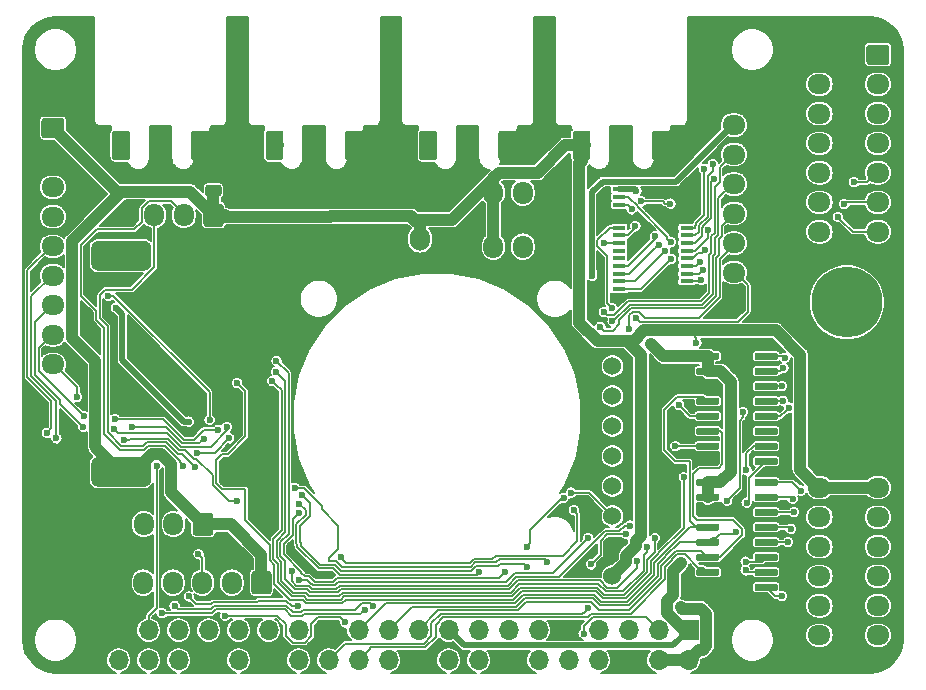
<source format=gbr>
G04 #@! TF.GenerationSoftware,KiCad,Pcbnew,(5.1.4)-1*
G04 #@! TF.CreationDate,2021-11-01T15:57:40-05:00*
G04 #@! TF.ProjectId,RascalHat,52617363-616c-4486-9174-2e6b69636164,rev?*
G04 #@! TF.SameCoordinates,Original*
G04 #@! TF.FileFunction,Copper,L2,Bot*
G04 #@! TF.FilePolarity,Positive*
%FSLAX46Y46*%
G04 Gerber Fmt 4.6, Leading zero omitted, Abs format (unit mm)*
G04 Created by KiCad (PCBNEW (5.1.4)-1) date 2021-11-01 15:57:40*
%MOMM*%
%LPD*%
G04 APERTURE LIST*
%ADD10C,0.100000*%
%ADD11C,1.500000*%
%ADD12C,0.975000*%
%ADD13O,1.700000X1.700000*%
%ADD14R,1.700000X1.700000*%
%ADD15O,1.950000X1.700000*%
%ADD16C,1.700000*%
%ADD17C,1.524000*%
%ADD18C,0.600000*%
%ADD19O,1.700000X1.950000*%
%ADD20O,1.700000X2.000000*%
%ADD21C,2.540000*%
%ADD22C,6.000000*%
%ADD23R,1.100000X0.400000*%
%ADD24C,0.150000*%
%ADD25C,1.000000*%
%ADD26C,0.500000*%
G04 APERTURE END LIST*
D10*
G36*
X22074053Y-9851206D02*
G01*
X22098370Y-9854813D01*
X22122216Y-9860786D01*
X22145362Y-9869068D01*
X22167585Y-9879579D01*
X22188670Y-9892217D01*
X22208416Y-9906861D01*
X22226630Y-9923370D01*
X22243139Y-9941584D01*
X22257783Y-9961330D01*
X22270421Y-9982415D01*
X22280932Y-10004638D01*
X22289214Y-10027784D01*
X22295187Y-10051630D01*
X22298794Y-10075947D01*
X22300000Y-10100500D01*
X22300000Y-12099500D01*
X22298794Y-12124053D01*
X22295187Y-12148370D01*
X22289214Y-12172216D01*
X22280932Y-12195362D01*
X22270421Y-12217585D01*
X22257783Y-12238670D01*
X22243139Y-12258416D01*
X22226630Y-12276630D01*
X22208416Y-12293139D01*
X22188670Y-12307783D01*
X22167585Y-12320421D01*
X22145362Y-12330932D01*
X22122216Y-12339214D01*
X22098370Y-12345187D01*
X22074053Y-12348794D01*
X22049500Y-12350000D01*
X21050500Y-12350000D01*
X21025947Y-12348794D01*
X21001630Y-12345187D01*
X20977784Y-12339214D01*
X20954638Y-12330932D01*
X20932415Y-12320421D01*
X20911330Y-12307783D01*
X20891584Y-12293139D01*
X20873370Y-12276630D01*
X20856861Y-12258416D01*
X20842217Y-12238670D01*
X20829579Y-12217585D01*
X20819068Y-12195362D01*
X20810786Y-12172216D01*
X20804813Y-12148370D01*
X20801206Y-12124053D01*
X20800000Y-12099500D01*
X20800000Y-10100500D01*
X20801206Y-10075947D01*
X20804813Y-10051630D01*
X20810786Y-10027784D01*
X20819068Y-10004638D01*
X20829579Y-9982415D01*
X20842217Y-9961330D01*
X20856861Y-9941584D01*
X20873370Y-9923370D01*
X20891584Y-9906861D01*
X20911330Y-9892217D01*
X20932415Y-9879579D01*
X20954638Y-9869068D01*
X20977784Y-9860786D01*
X21001630Y-9854813D01*
X21025947Y-9851206D01*
X21050500Y-9850000D01*
X22049500Y-9850000D01*
X22074053Y-9851206D01*
X22074053Y-9851206D01*
G37*
D11*
X21550000Y-11100000D03*
D10*
G36*
X28774053Y-9851206D02*
G01*
X28798370Y-9854813D01*
X28822216Y-9860786D01*
X28845362Y-9869068D01*
X28867585Y-9879579D01*
X28888670Y-9892217D01*
X28908416Y-9906861D01*
X28926630Y-9923370D01*
X28943139Y-9941584D01*
X28957783Y-9961330D01*
X28970421Y-9982415D01*
X28980932Y-10004638D01*
X28989214Y-10027784D01*
X28995187Y-10051630D01*
X28998794Y-10075947D01*
X29000000Y-10100500D01*
X29000000Y-12099500D01*
X28998794Y-12124053D01*
X28995187Y-12148370D01*
X28989214Y-12172216D01*
X28980932Y-12195362D01*
X28970421Y-12217585D01*
X28957783Y-12238670D01*
X28943139Y-12258416D01*
X28926630Y-12276630D01*
X28908416Y-12293139D01*
X28888670Y-12307783D01*
X28867585Y-12320421D01*
X28845362Y-12330932D01*
X28822216Y-12339214D01*
X28798370Y-12345187D01*
X28774053Y-12348794D01*
X28749500Y-12350000D01*
X27750500Y-12350000D01*
X27725947Y-12348794D01*
X27701630Y-12345187D01*
X27677784Y-12339214D01*
X27654638Y-12330932D01*
X27632415Y-12320421D01*
X27611330Y-12307783D01*
X27591584Y-12293139D01*
X27573370Y-12276630D01*
X27556861Y-12258416D01*
X27542217Y-12238670D01*
X27529579Y-12217585D01*
X27519068Y-12195362D01*
X27510786Y-12172216D01*
X27504813Y-12148370D01*
X27501206Y-12124053D01*
X27500000Y-12099500D01*
X27500000Y-10100500D01*
X27501206Y-10075947D01*
X27504813Y-10051630D01*
X27510786Y-10027784D01*
X27519068Y-10004638D01*
X27529579Y-9982415D01*
X27542217Y-9961330D01*
X27556861Y-9941584D01*
X27573370Y-9923370D01*
X27591584Y-9906861D01*
X27611330Y-9892217D01*
X27632415Y-9879579D01*
X27654638Y-9869068D01*
X27677784Y-9860786D01*
X27701630Y-9854813D01*
X27725947Y-9851206D01*
X27750500Y-9850000D01*
X28749500Y-9850000D01*
X28774053Y-9851206D01*
X28774053Y-9851206D01*
G37*
D11*
X28250000Y-11100000D03*
D10*
G36*
X16860142Y-12566174D02*
G01*
X16883803Y-12569684D01*
X16907007Y-12575496D01*
X16929529Y-12583554D01*
X16951153Y-12593782D01*
X16971670Y-12606079D01*
X16990883Y-12620329D01*
X17008607Y-12636393D01*
X17024671Y-12654117D01*
X17038921Y-12673330D01*
X17051218Y-12693847D01*
X17061446Y-12715471D01*
X17069504Y-12737993D01*
X17075316Y-12761197D01*
X17078826Y-12784858D01*
X17080000Y-12808750D01*
X17080000Y-13296250D01*
X17078826Y-13320142D01*
X17075316Y-13343803D01*
X17069504Y-13367007D01*
X17061446Y-13389529D01*
X17051218Y-13411153D01*
X17038921Y-13431670D01*
X17024671Y-13450883D01*
X17008607Y-13468607D01*
X16990883Y-13484671D01*
X16971670Y-13498921D01*
X16951153Y-13511218D01*
X16929529Y-13521446D01*
X16907007Y-13529504D01*
X16883803Y-13535316D01*
X16860142Y-13538826D01*
X16836250Y-13540000D01*
X15923750Y-13540000D01*
X15899858Y-13538826D01*
X15876197Y-13535316D01*
X15852993Y-13529504D01*
X15830471Y-13521446D01*
X15808847Y-13511218D01*
X15788330Y-13498921D01*
X15769117Y-13484671D01*
X15751393Y-13468607D01*
X15735329Y-13450883D01*
X15721079Y-13431670D01*
X15708782Y-13411153D01*
X15698554Y-13389529D01*
X15690496Y-13367007D01*
X15684684Y-13343803D01*
X15681174Y-13320142D01*
X15680000Y-13296250D01*
X15680000Y-12808750D01*
X15681174Y-12784858D01*
X15684684Y-12761197D01*
X15690496Y-12737993D01*
X15698554Y-12715471D01*
X15708782Y-12693847D01*
X15721079Y-12673330D01*
X15735329Y-12654117D01*
X15751393Y-12636393D01*
X15769117Y-12620329D01*
X15788330Y-12606079D01*
X15808847Y-12593782D01*
X15830471Y-12583554D01*
X15852993Y-12575496D01*
X15876197Y-12569684D01*
X15899858Y-12566174D01*
X15923750Y-12565000D01*
X16836250Y-12565000D01*
X16860142Y-12566174D01*
X16860142Y-12566174D01*
G37*
D12*
X16380000Y-13052500D03*
D10*
G36*
X16860142Y-14441174D02*
G01*
X16883803Y-14444684D01*
X16907007Y-14450496D01*
X16929529Y-14458554D01*
X16951153Y-14468782D01*
X16971670Y-14481079D01*
X16990883Y-14495329D01*
X17008607Y-14511393D01*
X17024671Y-14529117D01*
X17038921Y-14548330D01*
X17051218Y-14568847D01*
X17061446Y-14590471D01*
X17069504Y-14612993D01*
X17075316Y-14636197D01*
X17078826Y-14659858D01*
X17080000Y-14683750D01*
X17080000Y-15171250D01*
X17078826Y-15195142D01*
X17075316Y-15218803D01*
X17069504Y-15242007D01*
X17061446Y-15264529D01*
X17051218Y-15286153D01*
X17038921Y-15306670D01*
X17024671Y-15325883D01*
X17008607Y-15343607D01*
X16990883Y-15359671D01*
X16971670Y-15373921D01*
X16951153Y-15386218D01*
X16929529Y-15396446D01*
X16907007Y-15404504D01*
X16883803Y-15410316D01*
X16860142Y-15413826D01*
X16836250Y-15415000D01*
X15923750Y-15415000D01*
X15899858Y-15413826D01*
X15876197Y-15410316D01*
X15852993Y-15404504D01*
X15830471Y-15396446D01*
X15808847Y-15386218D01*
X15788330Y-15373921D01*
X15769117Y-15359671D01*
X15751393Y-15343607D01*
X15735329Y-15325883D01*
X15721079Y-15306670D01*
X15708782Y-15286153D01*
X15698554Y-15264529D01*
X15690496Y-15242007D01*
X15684684Y-15218803D01*
X15681174Y-15195142D01*
X15680000Y-15171250D01*
X15680000Y-14683750D01*
X15681174Y-14659858D01*
X15684684Y-14636197D01*
X15690496Y-14612993D01*
X15698554Y-14590471D01*
X15708782Y-14568847D01*
X15721079Y-14548330D01*
X15735329Y-14529117D01*
X15751393Y-14511393D01*
X15769117Y-14495329D01*
X15788330Y-14481079D01*
X15808847Y-14468782D01*
X15830471Y-14458554D01*
X15852993Y-14450496D01*
X15876197Y-14444684D01*
X15899858Y-14441174D01*
X15923750Y-14440000D01*
X16836250Y-14440000D01*
X16860142Y-14441174D01*
X16860142Y-14441174D01*
G37*
D12*
X16380000Y-14927500D03*
D13*
X8350000Y-54690000D03*
X8350000Y-52150000D03*
X10890000Y-54690000D03*
X10890000Y-52150000D03*
X13430000Y-54690000D03*
X13430000Y-52150000D03*
X15970000Y-54690000D03*
X15970000Y-52150000D03*
X18510000Y-54690000D03*
X18510000Y-52150000D03*
X21050000Y-54690000D03*
X21050000Y-52150000D03*
X23590000Y-54690000D03*
X23590000Y-52150000D03*
X26130000Y-54690000D03*
X26130000Y-52150000D03*
X28670000Y-54690000D03*
X28670000Y-52150000D03*
X31210000Y-54690000D03*
X31210000Y-52150000D03*
X33750000Y-54690000D03*
X33750000Y-52150000D03*
X36290000Y-54690000D03*
X36290000Y-52150000D03*
X38830000Y-54690000D03*
X38830000Y-52150000D03*
X41370000Y-54690000D03*
X41370000Y-52150000D03*
X43910000Y-54690000D03*
X43910000Y-52150000D03*
X46450000Y-54690000D03*
X46450000Y-52150000D03*
X48990000Y-54690000D03*
X48990000Y-52150000D03*
X51530000Y-54690000D03*
X51530000Y-52150000D03*
X54070000Y-54690000D03*
X54070000Y-52150000D03*
X56610000Y-54690000D03*
D14*
X56610000Y-52150000D03*
D10*
G36*
X9074053Y-9851206D02*
G01*
X9098370Y-9854813D01*
X9122216Y-9860786D01*
X9145362Y-9869068D01*
X9167585Y-9879579D01*
X9188670Y-9892217D01*
X9208416Y-9906861D01*
X9226630Y-9923370D01*
X9243139Y-9941584D01*
X9257783Y-9961330D01*
X9270421Y-9982415D01*
X9280932Y-10004638D01*
X9289214Y-10027784D01*
X9295187Y-10051630D01*
X9298794Y-10075947D01*
X9300000Y-10100500D01*
X9300000Y-12099500D01*
X9298794Y-12124053D01*
X9295187Y-12148370D01*
X9289214Y-12172216D01*
X9280932Y-12195362D01*
X9270421Y-12217585D01*
X9257783Y-12238670D01*
X9243139Y-12258416D01*
X9226630Y-12276630D01*
X9208416Y-12293139D01*
X9188670Y-12307783D01*
X9167585Y-12320421D01*
X9145362Y-12330932D01*
X9122216Y-12339214D01*
X9098370Y-12345187D01*
X9074053Y-12348794D01*
X9049500Y-12350000D01*
X8050500Y-12350000D01*
X8025947Y-12348794D01*
X8001630Y-12345187D01*
X7977784Y-12339214D01*
X7954638Y-12330932D01*
X7932415Y-12320421D01*
X7911330Y-12307783D01*
X7891584Y-12293139D01*
X7873370Y-12276630D01*
X7856861Y-12258416D01*
X7842217Y-12238670D01*
X7829579Y-12217585D01*
X7819068Y-12195362D01*
X7810786Y-12172216D01*
X7804813Y-12148370D01*
X7801206Y-12124053D01*
X7800000Y-12099500D01*
X7800000Y-10100500D01*
X7801206Y-10075947D01*
X7804813Y-10051630D01*
X7810786Y-10027784D01*
X7819068Y-10004638D01*
X7829579Y-9982415D01*
X7842217Y-9961330D01*
X7856861Y-9941584D01*
X7873370Y-9923370D01*
X7891584Y-9906861D01*
X7911330Y-9892217D01*
X7932415Y-9879579D01*
X7954638Y-9869068D01*
X7977784Y-9860786D01*
X8001630Y-9854813D01*
X8025947Y-9851206D01*
X8050500Y-9850000D01*
X9049500Y-9850000D01*
X9074053Y-9851206D01*
X9074053Y-9851206D01*
G37*
D11*
X8550000Y-11100000D03*
D10*
G36*
X15774053Y-9851206D02*
G01*
X15798370Y-9854813D01*
X15822216Y-9860786D01*
X15845362Y-9869068D01*
X15867585Y-9879579D01*
X15888670Y-9892217D01*
X15908416Y-9906861D01*
X15926630Y-9923370D01*
X15943139Y-9941584D01*
X15957783Y-9961330D01*
X15970421Y-9982415D01*
X15980932Y-10004638D01*
X15989214Y-10027784D01*
X15995187Y-10051630D01*
X15998794Y-10075947D01*
X16000000Y-10100500D01*
X16000000Y-12099500D01*
X15998794Y-12124053D01*
X15995187Y-12148370D01*
X15989214Y-12172216D01*
X15980932Y-12195362D01*
X15970421Y-12217585D01*
X15957783Y-12238670D01*
X15943139Y-12258416D01*
X15926630Y-12276630D01*
X15908416Y-12293139D01*
X15888670Y-12307783D01*
X15867585Y-12320421D01*
X15845362Y-12330932D01*
X15822216Y-12339214D01*
X15798370Y-12345187D01*
X15774053Y-12348794D01*
X15749500Y-12350000D01*
X14750500Y-12350000D01*
X14725947Y-12348794D01*
X14701630Y-12345187D01*
X14677784Y-12339214D01*
X14654638Y-12330932D01*
X14632415Y-12320421D01*
X14611330Y-12307783D01*
X14591584Y-12293139D01*
X14573370Y-12276630D01*
X14556861Y-12258416D01*
X14542217Y-12238670D01*
X14529579Y-12217585D01*
X14519068Y-12195362D01*
X14510786Y-12172216D01*
X14504813Y-12148370D01*
X14501206Y-12124053D01*
X14500000Y-12099500D01*
X14500000Y-10100500D01*
X14501206Y-10075947D01*
X14504813Y-10051630D01*
X14510786Y-10027784D01*
X14519068Y-10004638D01*
X14529579Y-9982415D01*
X14542217Y-9961330D01*
X14556861Y-9941584D01*
X14573370Y-9923370D01*
X14591584Y-9906861D01*
X14611330Y-9892217D01*
X14632415Y-9879579D01*
X14654638Y-9869068D01*
X14677784Y-9860786D01*
X14701630Y-9854813D01*
X14725947Y-9851206D01*
X14750500Y-9850000D01*
X15749500Y-9850000D01*
X15774053Y-9851206D01*
X15774053Y-9851206D01*
G37*
D11*
X15250000Y-11100000D03*
D15*
X2794000Y-29652000D03*
X2794000Y-27152000D03*
X2794000Y-24652000D03*
X2794000Y-22152000D03*
X2794000Y-19652000D03*
X2794000Y-17152000D03*
X2794000Y-14652000D03*
X2794000Y-12152000D03*
D10*
G36*
X3543504Y-8803204D02*
G01*
X3567773Y-8806804D01*
X3591571Y-8812765D01*
X3614671Y-8821030D01*
X3636849Y-8831520D01*
X3657893Y-8844133D01*
X3677598Y-8858747D01*
X3695777Y-8875223D01*
X3712253Y-8893402D01*
X3726867Y-8913107D01*
X3739480Y-8934151D01*
X3749970Y-8956329D01*
X3758235Y-8979429D01*
X3764196Y-9003227D01*
X3767796Y-9027496D01*
X3769000Y-9052000D01*
X3769000Y-10252000D01*
X3767796Y-10276504D01*
X3764196Y-10300773D01*
X3758235Y-10324571D01*
X3749970Y-10347671D01*
X3739480Y-10369849D01*
X3726867Y-10390893D01*
X3712253Y-10410598D01*
X3695777Y-10428777D01*
X3677598Y-10445253D01*
X3657893Y-10459867D01*
X3636849Y-10472480D01*
X3614671Y-10482970D01*
X3591571Y-10491235D01*
X3567773Y-10497196D01*
X3543504Y-10500796D01*
X3519000Y-10502000D01*
X2069000Y-10502000D01*
X2044496Y-10500796D01*
X2020227Y-10497196D01*
X1996429Y-10491235D01*
X1973329Y-10482970D01*
X1951151Y-10472480D01*
X1930107Y-10459867D01*
X1910402Y-10445253D01*
X1892223Y-10428777D01*
X1875747Y-10410598D01*
X1861133Y-10390893D01*
X1848520Y-10369849D01*
X1838030Y-10347671D01*
X1829765Y-10324571D01*
X1823804Y-10300773D01*
X1820204Y-10276504D01*
X1819000Y-10252000D01*
X1819000Y-9052000D01*
X1820204Y-9027496D01*
X1823804Y-9003227D01*
X1829765Y-8979429D01*
X1838030Y-8956329D01*
X1848520Y-8934151D01*
X1861133Y-8913107D01*
X1875747Y-8893402D01*
X1892223Y-8875223D01*
X1910402Y-8858747D01*
X1930107Y-8844133D01*
X1951151Y-8831520D01*
X1973329Y-8821030D01*
X1996429Y-8812765D01*
X2020227Y-8806804D01*
X2044496Y-8803204D01*
X2069000Y-8802000D01*
X3519000Y-8802000D01*
X3543504Y-8803204D01*
X3543504Y-8803204D01*
G37*
D16*
X2794000Y-9652000D03*
D17*
X50165000Y-29795000D03*
X50165000Y-32335000D03*
X50165000Y-34875000D03*
X50165000Y-37415000D03*
X50165000Y-39955000D03*
X50165000Y-42495000D03*
X50165000Y-45035000D03*
X50165000Y-47575000D03*
D10*
G36*
X59070703Y-28656722D02*
G01*
X59085264Y-28658882D01*
X59099543Y-28662459D01*
X59113403Y-28667418D01*
X59126710Y-28673712D01*
X59139336Y-28681280D01*
X59151159Y-28690048D01*
X59162066Y-28699934D01*
X59171952Y-28710841D01*
X59180720Y-28722664D01*
X59188288Y-28735290D01*
X59194582Y-28748597D01*
X59199541Y-28762457D01*
X59203118Y-28776736D01*
X59205278Y-28791297D01*
X59206000Y-28806000D01*
X59206000Y-29106000D01*
X59205278Y-29120703D01*
X59203118Y-29135264D01*
X59199541Y-29149543D01*
X59194582Y-29163403D01*
X59188288Y-29176710D01*
X59180720Y-29189336D01*
X59171952Y-29201159D01*
X59162066Y-29212066D01*
X59151159Y-29221952D01*
X59139336Y-29230720D01*
X59126710Y-29238288D01*
X59113403Y-29244582D01*
X59099543Y-29249541D01*
X59085264Y-29253118D01*
X59070703Y-29255278D01*
X59056000Y-29256000D01*
X57406000Y-29256000D01*
X57391297Y-29255278D01*
X57376736Y-29253118D01*
X57362457Y-29249541D01*
X57348597Y-29244582D01*
X57335290Y-29238288D01*
X57322664Y-29230720D01*
X57310841Y-29221952D01*
X57299934Y-29212066D01*
X57290048Y-29201159D01*
X57281280Y-29189336D01*
X57273712Y-29176710D01*
X57267418Y-29163403D01*
X57262459Y-29149543D01*
X57258882Y-29135264D01*
X57256722Y-29120703D01*
X57256000Y-29106000D01*
X57256000Y-28806000D01*
X57256722Y-28791297D01*
X57258882Y-28776736D01*
X57262459Y-28762457D01*
X57267418Y-28748597D01*
X57273712Y-28735290D01*
X57281280Y-28722664D01*
X57290048Y-28710841D01*
X57299934Y-28699934D01*
X57310841Y-28690048D01*
X57322664Y-28681280D01*
X57335290Y-28673712D01*
X57348597Y-28667418D01*
X57362457Y-28662459D01*
X57376736Y-28658882D01*
X57391297Y-28656722D01*
X57406000Y-28656000D01*
X59056000Y-28656000D01*
X59070703Y-28656722D01*
X59070703Y-28656722D01*
G37*
D18*
X58231000Y-28956000D03*
D10*
G36*
X59070703Y-29926722D02*
G01*
X59085264Y-29928882D01*
X59099543Y-29932459D01*
X59113403Y-29937418D01*
X59126710Y-29943712D01*
X59139336Y-29951280D01*
X59151159Y-29960048D01*
X59162066Y-29969934D01*
X59171952Y-29980841D01*
X59180720Y-29992664D01*
X59188288Y-30005290D01*
X59194582Y-30018597D01*
X59199541Y-30032457D01*
X59203118Y-30046736D01*
X59205278Y-30061297D01*
X59206000Y-30076000D01*
X59206000Y-30376000D01*
X59205278Y-30390703D01*
X59203118Y-30405264D01*
X59199541Y-30419543D01*
X59194582Y-30433403D01*
X59188288Y-30446710D01*
X59180720Y-30459336D01*
X59171952Y-30471159D01*
X59162066Y-30482066D01*
X59151159Y-30491952D01*
X59139336Y-30500720D01*
X59126710Y-30508288D01*
X59113403Y-30514582D01*
X59099543Y-30519541D01*
X59085264Y-30523118D01*
X59070703Y-30525278D01*
X59056000Y-30526000D01*
X57406000Y-30526000D01*
X57391297Y-30525278D01*
X57376736Y-30523118D01*
X57362457Y-30519541D01*
X57348597Y-30514582D01*
X57335290Y-30508288D01*
X57322664Y-30500720D01*
X57310841Y-30491952D01*
X57299934Y-30482066D01*
X57290048Y-30471159D01*
X57281280Y-30459336D01*
X57273712Y-30446710D01*
X57267418Y-30433403D01*
X57262459Y-30419543D01*
X57258882Y-30405264D01*
X57256722Y-30390703D01*
X57256000Y-30376000D01*
X57256000Y-30076000D01*
X57256722Y-30061297D01*
X57258882Y-30046736D01*
X57262459Y-30032457D01*
X57267418Y-30018597D01*
X57273712Y-30005290D01*
X57281280Y-29992664D01*
X57290048Y-29980841D01*
X57299934Y-29969934D01*
X57310841Y-29960048D01*
X57322664Y-29951280D01*
X57335290Y-29943712D01*
X57348597Y-29937418D01*
X57362457Y-29932459D01*
X57376736Y-29928882D01*
X57391297Y-29926722D01*
X57406000Y-29926000D01*
X59056000Y-29926000D01*
X59070703Y-29926722D01*
X59070703Y-29926722D01*
G37*
D18*
X58231000Y-30226000D03*
D10*
G36*
X59070703Y-31196722D02*
G01*
X59085264Y-31198882D01*
X59099543Y-31202459D01*
X59113403Y-31207418D01*
X59126710Y-31213712D01*
X59139336Y-31221280D01*
X59151159Y-31230048D01*
X59162066Y-31239934D01*
X59171952Y-31250841D01*
X59180720Y-31262664D01*
X59188288Y-31275290D01*
X59194582Y-31288597D01*
X59199541Y-31302457D01*
X59203118Y-31316736D01*
X59205278Y-31331297D01*
X59206000Y-31346000D01*
X59206000Y-31646000D01*
X59205278Y-31660703D01*
X59203118Y-31675264D01*
X59199541Y-31689543D01*
X59194582Y-31703403D01*
X59188288Y-31716710D01*
X59180720Y-31729336D01*
X59171952Y-31741159D01*
X59162066Y-31752066D01*
X59151159Y-31761952D01*
X59139336Y-31770720D01*
X59126710Y-31778288D01*
X59113403Y-31784582D01*
X59099543Y-31789541D01*
X59085264Y-31793118D01*
X59070703Y-31795278D01*
X59056000Y-31796000D01*
X57406000Y-31796000D01*
X57391297Y-31795278D01*
X57376736Y-31793118D01*
X57362457Y-31789541D01*
X57348597Y-31784582D01*
X57335290Y-31778288D01*
X57322664Y-31770720D01*
X57310841Y-31761952D01*
X57299934Y-31752066D01*
X57290048Y-31741159D01*
X57281280Y-31729336D01*
X57273712Y-31716710D01*
X57267418Y-31703403D01*
X57262459Y-31689543D01*
X57258882Y-31675264D01*
X57256722Y-31660703D01*
X57256000Y-31646000D01*
X57256000Y-31346000D01*
X57256722Y-31331297D01*
X57258882Y-31316736D01*
X57262459Y-31302457D01*
X57267418Y-31288597D01*
X57273712Y-31275290D01*
X57281280Y-31262664D01*
X57290048Y-31250841D01*
X57299934Y-31239934D01*
X57310841Y-31230048D01*
X57322664Y-31221280D01*
X57335290Y-31213712D01*
X57348597Y-31207418D01*
X57362457Y-31202459D01*
X57376736Y-31198882D01*
X57391297Y-31196722D01*
X57406000Y-31196000D01*
X59056000Y-31196000D01*
X59070703Y-31196722D01*
X59070703Y-31196722D01*
G37*
D18*
X58231000Y-31496000D03*
D10*
G36*
X59070703Y-32466722D02*
G01*
X59085264Y-32468882D01*
X59099543Y-32472459D01*
X59113403Y-32477418D01*
X59126710Y-32483712D01*
X59139336Y-32491280D01*
X59151159Y-32500048D01*
X59162066Y-32509934D01*
X59171952Y-32520841D01*
X59180720Y-32532664D01*
X59188288Y-32545290D01*
X59194582Y-32558597D01*
X59199541Y-32572457D01*
X59203118Y-32586736D01*
X59205278Y-32601297D01*
X59206000Y-32616000D01*
X59206000Y-32916000D01*
X59205278Y-32930703D01*
X59203118Y-32945264D01*
X59199541Y-32959543D01*
X59194582Y-32973403D01*
X59188288Y-32986710D01*
X59180720Y-32999336D01*
X59171952Y-33011159D01*
X59162066Y-33022066D01*
X59151159Y-33031952D01*
X59139336Y-33040720D01*
X59126710Y-33048288D01*
X59113403Y-33054582D01*
X59099543Y-33059541D01*
X59085264Y-33063118D01*
X59070703Y-33065278D01*
X59056000Y-33066000D01*
X57406000Y-33066000D01*
X57391297Y-33065278D01*
X57376736Y-33063118D01*
X57362457Y-33059541D01*
X57348597Y-33054582D01*
X57335290Y-33048288D01*
X57322664Y-33040720D01*
X57310841Y-33031952D01*
X57299934Y-33022066D01*
X57290048Y-33011159D01*
X57281280Y-32999336D01*
X57273712Y-32986710D01*
X57267418Y-32973403D01*
X57262459Y-32959543D01*
X57258882Y-32945264D01*
X57256722Y-32930703D01*
X57256000Y-32916000D01*
X57256000Y-32616000D01*
X57256722Y-32601297D01*
X57258882Y-32586736D01*
X57262459Y-32572457D01*
X57267418Y-32558597D01*
X57273712Y-32545290D01*
X57281280Y-32532664D01*
X57290048Y-32520841D01*
X57299934Y-32509934D01*
X57310841Y-32500048D01*
X57322664Y-32491280D01*
X57335290Y-32483712D01*
X57348597Y-32477418D01*
X57362457Y-32472459D01*
X57376736Y-32468882D01*
X57391297Y-32466722D01*
X57406000Y-32466000D01*
X59056000Y-32466000D01*
X59070703Y-32466722D01*
X59070703Y-32466722D01*
G37*
D18*
X58231000Y-32766000D03*
D10*
G36*
X59070703Y-33736722D02*
G01*
X59085264Y-33738882D01*
X59099543Y-33742459D01*
X59113403Y-33747418D01*
X59126710Y-33753712D01*
X59139336Y-33761280D01*
X59151159Y-33770048D01*
X59162066Y-33779934D01*
X59171952Y-33790841D01*
X59180720Y-33802664D01*
X59188288Y-33815290D01*
X59194582Y-33828597D01*
X59199541Y-33842457D01*
X59203118Y-33856736D01*
X59205278Y-33871297D01*
X59206000Y-33886000D01*
X59206000Y-34186000D01*
X59205278Y-34200703D01*
X59203118Y-34215264D01*
X59199541Y-34229543D01*
X59194582Y-34243403D01*
X59188288Y-34256710D01*
X59180720Y-34269336D01*
X59171952Y-34281159D01*
X59162066Y-34292066D01*
X59151159Y-34301952D01*
X59139336Y-34310720D01*
X59126710Y-34318288D01*
X59113403Y-34324582D01*
X59099543Y-34329541D01*
X59085264Y-34333118D01*
X59070703Y-34335278D01*
X59056000Y-34336000D01*
X57406000Y-34336000D01*
X57391297Y-34335278D01*
X57376736Y-34333118D01*
X57362457Y-34329541D01*
X57348597Y-34324582D01*
X57335290Y-34318288D01*
X57322664Y-34310720D01*
X57310841Y-34301952D01*
X57299934Y-34292066D01*
X57290048Y-34281159D01*
X57281280Y-34269336D01*
X57273712Y-34256710D01*
X57267418Y-34243403D01*
X57262459Y-34229543D01*
X57258882Y-34215264D01*
X57256722Y-34200703D01*
X57256000Y-34186000D01*
X57256000Y-33886000D01*
X57256722Y-33871297D01*
X57258882Y-33856736D01*
X57262459Y-33842457D01*
X57267418Y-33828597D01*
X57273712Y-33815290D01*
X57281280Y-33802664D01*
X57290048Y-33790841D01*
X57299934Y-33779934D01*
X57310841Y-33770048D01*
X57322664Y-33761280D01*
X57335290Y-33753712D01*
X57348597Y-33747418D01*
X57362457Y-33742459D01*
X57376736Y-33738882D01*
X57391297Y-33736722D01*
X57406000Y-33736000D01*
X59056000Y-33736000D01*
X59070703Y-33736722D01*
X59070703Y-33736722D01*
G37*
D18*
X58231000Y-34036000D03*
D10*
G36*
X59070703Y-35006722D02*
G01*
X59085264Y-35008882D01*
X59099543Y-35012459D01*
X59113403Y-35017418D01*
X59126710Y-35023712D01*
X59139336Y-35031280D01*
X59151159Y-35040048D01*
X59162066Y-35049934D01*
X59171952Y-35060841D01*
X59180720Y-35072664D01*
X59188288Y-35085290D01*
X59194582Y-35098597D01*
X59199541Y-35112457D01*
X59203118Y-35126736D01*
X59205278Y-35141297D01*
X59206000Y-35156000D01*
X59206000Y-35456000D01*
X59205278Y-35470703D01*
X59203118Y-35485264D01*
X59199541Y-35499543D01*
X59194582Y-35513403D01*
X59188288Y-35526710D01*
X59180720Y-35539336D01*
X59171952Y-35551159D01*
X59162066Y-35562066D01*
X59151159Y-35571952D01*
X59139336Y-35580720D01*
X59126710Y-35588288D01*
X59113403Y-35594582D01*
X59099543Y-35599541D01*
X59085264Y-35603118D01*
X59070703Y-35605278D01*
X59056000Y-35606000D01*
X57406000Y-35606000D01*
X57391297Y-35605278D01*
X57376736Y-35603118D01*
X57362457Y-35599541D01*
X57348597Y-35594582D01*
X57335290Y-35588288D01*
X57322664Y-35580720D01*
X57310841Y-35571952D01*
X57299934Y-35562066D01*
X57290048Y-35551159D01*
X57281280Y-35539336D01*
X57273712Y-35526710D01*
X57267418Y-35513403D01*
X57262459Y-35499543D01*
X57258882Y-35485264D01*
X57256722Y-35470703D01*
X57256000Y-35456000D01*
X57256000Y-35156000D01*
X57256722Y-35141297D01*
X57258882Y-35126736D01*
X57262459Y-35112457D01*
X57267418Y-35098597D01*
X57273712Y-35085290D01*
X57281280Y-35072664D01*
X57290048Y-35060841D01*
X57299934Y-35049934D01*
X57310841Y-35040048D01*
X57322664Y-35031280D01*
X57335290Y-35023712D01*
X57348597Y-35017418D01*
X57362457Y-35012459D01*
X57376736Y-35008882D01*
X57391297Y-35006722D01*
X57406000Y-35006000D01*
X59056000Y-35006000D01*
X59070703Y-35006722D01*
X59070703Y-35006722D01*
G37*
D18*
X58231000Y-35306000D03*
D10*
G36*
X59070703Y-36276722D02*
G01*
X59085264Y-36278882D01*
X59099543Y-36282459D01*
X59113403Y-36287418D01*
X59126710Y-36293712D01*
X59139336Y-36301280D01*
X59151159Y-36310048D01*
X59162066Y-36319934D01*
X59171952Y-36330841D01*
X59180720Y-36342664D01*
X59188288Y-36355290D01*
X59194582Y-36368597D01*
X59199541Y-36382457D01*
X59203118Y-36396736D01*
X59205278Y-36411297D01*
X59206000Y-36426000D01*
X59206000Y-36726000D01*
X59205278Y-36740703D01*
X59203118Y-36755264D01*
X59199541Y-36769543D01*
X59194582Y-36783403D01*
X59188288Y-36796710D01*
X59180720Y-36809336D01*
X59171952Y-36821159D01*
X59162066Y-36832066D01*
X59151159Y-36841952D01*
X59139336Y-36850720D01*
X59126710Y-36858288D01*
X59113403Y-36864582D01*
X59099543Y-36869541D01*
X59085264Y-36873118D01*
X59070703Y-36875278D01*
X59056000Y-36876000D01*
X57406000Y-36876000D01*
X57391297Y-36875278D01*
X57376736Y-36873118D01*
X57362457Y-36869541D01*
X57348597Y-36864582D01*
X57335290Y-36858288D01*
X57322664Y-36850720D01*
X57310841Y-36841952D01*
X57299934Y-36832066D01*
X57290048Y-36821159D01*
X57281280Y-36809336D01*
X57273712Y-36796710D01*
X57267418Y-36783403D01*
X57262459Y-36769543D01*
X57258882Y-36755264D01*
X57256722Y-36740703D01*
X57256000Y-36726000D01*
X57256000Y-36426000D01*
X57256722Y-36411297D01*
X57258882Y-36396736D01*
X57262459Y-36382457D01*
X57267418Y-36368597D01*
X57273712Y-36355290D01*
X57281280Y-36342664D01*
X57290048Y-36330841D01*
X57299934Y-36319934D01*
X57310841Y-36310048D01*
X57322664Y-36301280D01*
X57335290Y-36293712D01*
X57348597Y-36287418D01*
X57362457Y-36282459D01*
X57376736Y-36278882D01*
X57391297Y-36276722D01*
X57406000Y-36276000D01*
X59056000Y-36276000D01*
X59070703Y-36276722D01*
X59070703Y-36276722D01*
G37*
D18*
X58231000Y-36576000D03*
D10*
G36*
X59070703Y-37546722D02*
G01*
X59085264Y-37548882D01*
X59099543Y-37552459D01*
X59113403Y-37557418D01*
X59126710Y-37563712D01*
X59139336Y-37571280D01*
X59151159Y-37580048D01*
X59162066Y-37589934D01*
X59171952Y-37600841D01*
X59180720Y-37612664D01*
X59188288Y-37625290D01*
X59194582Y-37638597D01*
X59199541Y-37652457D01*
X59203118Y-37666736D01*
X59205278Y-37681297D01*
X59206000Y-37696000D01*
X59206000Y-37996000D01*
X59205278Y-38010703D01*
X59203118Y-38025264D01*
X59199541Y-38039543D01*
X59194582Y-38053403D01*
X59188288Y-38066710D01*
X59180720Y-38079336D01*
X59171952Y-38091159D01*
X59162066Y-38102066D01*
X59151159Y-38111952D01*
X59139336Y-38120720D01*
X59126710Y-38128288D01*
X59113403Y-38134582D01*
X59099543Y-38139541D01*
X59085264Y-38143118D01*
X59070703Y-38145278D01*
X59056000Y-38146000D01*
X57406000Y-38146000D01*
X57391297Y-38145278D01*
X57376736Y-38143118D01*
X57362457Y-38139541D01*
X57348597Y-38134582D01*
X57335290Y-38128288D01*
X57322664Y-38120720D01*
X57310841Y-38111952D01*
X57299934Y-38102066D01*
X57290048Y-38091159D01*
X57281280Y-38079336D01*
X57273712Y-38066710D01*
X57267418Y-38053403D01*
X57262459Y-38039543D01*
X57258882Y-38025264D01*
X57256722Y-38010703D01*
X57256000Y-37996000D01*
X57256000Y-37696000D01*
X57256722Y-37681297D01*
X57258882Y-37666736D01*
X57262459Y-37652457D01*
X57267418Y-37638597D01*
X57273712Y-37625290D01*
X57281280Y-37612664D01*
X57290048Y-37600841D01*
X57299934Y-37589934D01*
X57310841Y-37580048D01*
X57322664Y-37571280D01*
X57335290Y-37563712D01*
X57348597Y-37557418D01*
X57362457Y-37552459D01*
X57376736Y-37548882D01*
X57391297Y-37546722D01*
X57406000Y-37546000D01*
X59056000Y-37546000D01*
X59070703Y-37546722D01*
X59070703Y-37546722D01*
G37*
D18*
X58231000Y-37846000D03*
D10*
G36*
X64020703Y-37546722D02*
G01*
X64035264Y-37548882D01*
X64049543Y-37552459D01*
X64063403Y-37557418D01*
X64076710Y-37563712D01*
X64089336Y-37571280D01*
X64101159Y-37580048D01*
X64112066Y-37589934D01*
X64121952Y-37600841D01*
X64130720Y-37612664D01*
X64138288Y-37625290D01*
X64144582Y-37638597D01*
X64149541Y-37652457D01*
X64153118Y-37666736D01*
X64155278Y-37681297D01*
X64156000Y-37696000D01*
X64156000Y-37996000D01*
X64155278Y-38010703D01*
X64153118Y-38025264D01*
X64149541Y-38039543D01*
X64144582Y-38053403D01*
X64138288Y-38066710D01*
X64130720Y-38079336D01*
X64121952Y-38091159D01*
X64112066Y-38102066D01*
X64101159Y-38111952D01*
X64089336Y-38120720D01*
X64076710Y-38128288D01*
X64063403Y-38134582D01*
X64049543Y-38139541D01*
X64035264Y-38143118D01*
X64020703Y-38145278D01*
X64006000Y-38146000D01*
X62356000Y-38146000D01*
X62341297Y-38145278D01*
X62326736Y-38143118D01*
X62312457Y-38139541D01*
X62298597Y-38134582D01*
X62285290Y-38128288D01*
X62272664Y-38120720D01*
X62260841Y-38111952D01*
X62249934Y-38102066D01*
X62240048Y-38091159D01*
X62231280Y-38079336D01*
X62223712Y-38066710D01*
X62217418Y-38053403D01*
X62212459Y-38039543D01*
X62208882Y-38025264D01*
X62206722Y-38010703D01*
X62206000Y-37996000D01*
X62206000Y-37696000D01*
X62206722Y-37681297D01*
X62208882Y-37666736D01*
X62212459Y-37652457D01*
X62217418Y-37638597D01*
X62223712Y-37625290D01*
X62231280Y-37612664D01*
X62240048Y-37600841D01*
X62249934Y-37589934D01*
X62260841Y-37580048D01*
X62272664Y-37571280D01*
X62285290Y-37563712D01*
X62298597Y-37557418D01*
X62312457Y-37552459D01*
X62326736Y-37548882D01*
X62341297Y-37546722D01*
X62356000Y-37546000D01*
X64006000Y-37546000D01*
X64020703Y-37546722D01*
X64020703Y-37546722D01*
G37*
D18*
X63181000Y-37846000D03*
D10*
G36*
X64020703Y-36276722D02*
G01*
X64035264Y-36278882D01*
X64049543Y-36282459D01*
X64063403Y-36287418D01*
X64076710Y-36293712D01*
X64089336Y-36301280D01*
X64101159Y-36310048D01*
X64112066Y-36319934D01*
X64121952Y-36330841D01*
X64130720Y-36342664D01*
X64138288Y-36355290D01*
X64144582Y-36368597D01*
X64149541Y-36382457D01*
X64153118Y-36396736D01*
X64155278Y-36411297D01*
X64156000Y-36426000D01*
X64156000Y-36726000D01*
X64155278Y-36740703D01*
X64153118Y-36755264D01*
X64149541Y-36769543D01*
X64144582Y-36783403D01*
X64138288Y-36796710D01*
X64130720Y-36809336D01*
X64121952Y-36821159D01*
X64112066Y-36832066D01*
X64101159Y-36841952D01*
X64089336Y-36850720D01*
X64076710Y-36858288D01*
X64063403Y-36864582D01*
X64049543Y-36869541D01*
X64035264Y-36873118D01*
X64020703Y-36875278D01*
X64006000Y-36876000D01*
X62356000Y-36876000D01*
X62341297Y-36875278D01*
X62326736Y-36873118D01*
X62312457Y-36869541D01*
X62298597Y-36864582D01*
X62285290Y-36858288D01*
X62272664Y-36850720D01*
X62260841Y-36841952D01*
X62249934Y-36832066D01*
X62240048Y-36821159D01*
X62231280Y-36809336D01*
X62223712Y-36796710D01*
X62217418Y-36783403D01*
X62212459Y-36769543D01*
X62208882Y-36755264D01*
X62206722Y-36740703D01*
X62206000Y-36726000D01*
X62206000Y-36426000D01*
X62206722Y-36411297D01*
X62208882Y-36396736D01*
X62212459Y-36382457D01*
X62217418Y-36368597D01*
X62223712Y-36355290D01*
X62231280Y-36342664D01*
X62240048Y-36330841D01*
X62249934Y-36319934D01*
X62260841Y-36310048D01*
X62272664Y-36301280D01*
X62285290Y-36293712D01*
X62298597Y-36287418D01*
X62312457Y-36282459D01*
X62326736Y-36278882D01*
X62341297Y-36276722D01*
X62356000Y-36276000D01*
X64006000Y-36276000D01*
X64020703Y-36276722D01*
X64020703Y-36276722D01*
G37*
D18*
X63181000Y-36576000D03*
D10*
G36*
X64020703Y-35006722D02*
G01*
X64035264Y-35008882D01*
X64049543Y-35012459D01*
X64063403Y-35017418D01*
X64076710Y-35023712D01*
X64089336Y-35031280D01*
X64101159Y-35040048D01*
X64112066Y-35049934D01*
X64121952Y-35060841D01*
X64130720Y-35072664D01*
X64138288Y-35085290D01*
X64144582Y-35098597D01*
X64149541Y-35112457D01*
X64153118Y-35126736D01*
X64155278Y-35141297D01*
X64156000Y-35156000D01*
X64156000Y-35456000D01*
X64155278Y-35470703D01*
X64153118Y-35485264D01*
X64149541Y-35499543D01*
X64144582Y-35513403D01*
X64138288Y-35526710D01*
X64130720Y-35539336D01*
X64121952Y-35551159D01*
X64112066Y-35562066D01*
X64101159Y-35571952D01*
X64089336Y-35580720D01*
X64076710Y-35588288D01*
X64063403Y-35594582D01*
X64049543Y-35599541D01*
X64035264Y-35603118D01*
X64020703Y-35605278D01*
X64006000Y-35606000D01*
X62356000Y-35606000D01*
X62341297Y-35605278D01*
X62326736Y-35603118D01*
X62312457Y-35599541D01*
X62298597Y-35594582D01*
X62285290Y-35588288D01*
X62272664Y-35580720D01*
X62260841Y-35571952D01*
X62249934Y-35562066D01*
X62240048Y-35551159D01*
X62231280Y-35539336D01*
X62223712Y-35526710D01*
X62217418Y-35513403D01*
X62212459Y-35499543D01*
X62208882Y-35485264D01*
X62206722Y-35470703D01*
X62206000Y-35456000D01*
X62206000Y-35156000D01*
X62206722Y-35141297D01*
X62208882Y-35126736D01*
X62212459Y-35112457D01*
X62217418Y-35098597D01*
X62223712Y-35085290D01*
X62231280Y-35072664D01*
X62240048Y-35060841D01*
X62249934Y-35049934D01*
X62260841Y-35040048D01*
X62272664Y-35031280D01*
X62285290Y-35023712D01*
X62298597Y-35017418D01*
X62312457Y-35012459D01*
X62326736Y-35008882D01*
X62341297Y-35006722D01*
X62356000Y-35006000D01*
X64006000Y-35006000D01*
X64020703Y-35006722D01*
X64020703Y-35006722D01*
G37*
D18*
X63181000Y-35306000D03*
D10*
G36*
X64020703Y-33736722D02*
G01*
X64035264Y-33738882D01*
X64049543Y-33742459D01*
X64063403Y-33747418D01*
X64076710Y-33753712D01*
X64089336Y-33761280D01*
X64101159Y-33770048D01*
X64112066Y-33779934D01*
X64121952Y-33790841D01*
X64130720Y-33802664D01*
X64138288Y-33815290D01*
X64144582Y-33828597D01*
X64149541Y-33842457D01*
X64153118Y-33856736D01*
X64155278Y-33871297D01*
X64156000Y-33886000D01*
X64156000Y-34186000D01*
X64155278Y-34200703D01*
X64153118Y-34215264D01*
X64149541Y-34229543D01*
X64144582Y-34243403D01*
X64138288Y-34256710D01*
X64130720Y-34269336D01*
X64121952Y-34281159D01*
X64112066Y-34292066D01*
X64101159Y-34301952D01*
X64089336Y-34310720D01*
X64076710Y-34318288D01*
X64063403Y-34324582D01*
X64049543Y-34329541D01*
X64035264Y-34333118D01*
X64020703Y-34335278D01*
X64006000Y-34336000D01*
X62356000Y-34336000D01*
X62341297Y-34335278D01*
X62326736Y-34333118D01*
X62312457Y-34329541D01*
X62298597Y-34324582D01*
X62285290Y-34318288D01*
X62272664Y-34310720D01*
X62260841Y-34301952D01*
X62249934Y-34292066D01*
X62240048Y-34281159D01*
X62231280Y-34269336D01*
X62223712Y-34256710D01*
X62217418Y-34243403D01*
X62212459Y-34229543D01*
X62208882Y-34215264D01*
X62206722Y-34200703D01*
X62206000Y-34186000D01*
X62206000Y-33886000D01*
X62206722Y-33871297D01*
X62208882Y-33856736D01*
X62212459Y-33842457D01*
X62217418Y-33828597D01*
X62223712Y-33815290D01*
X62231280Y-33802664D01*
X62240048Y-33790841D01*
X62249934Y-33779934D01*
X62260841Y-33770048D01*
X62272664Y-33761280D01*
X62285290Y-33753712D01*
X62298597Y-33747418D01*
X62312457Y-33742459D01*
X62326736Y-33738882D01*
X62341297Y-33736722D01*
X62356000Y-33736000D01*
X64006000Y-33736000D01*
X64020703Y-33736722D01*
X64020703Y-33736722D01*
G37*
D18*
X63181000Y-34036000D03*
D10*
G36*
X64020703Y-32466722D02*
G01*
X64035264Y-32468882D01*
X64049543Y-32472459D01*
X64063403Y-32477418D01*
X64076710Y-32483712D01*
X64089336Y-32491280D01*
X64101159Y-32500048D01*
X64112066Y-32509934D01*
X64121952Y-32520841D01*
X64130720Y-32532664D01*
X64138288Y-32545290D01*
X64144582Y-32558597D01*
X64149541Y-32572457D01*
X64153118Y-32586736D01*
X64155278Y-32601297D01*
X64156000Y-32616000D01*
X64156000Y-32916000D01*
X64155278Y-32930703D01*
X64153118Y-32945264D01*
X64149541Y-32959543D01*
X64144582Y-32973403D01*
X64138288Y-32986710D01*
X64130720Y-32999336D01*
X64121952Y-33011159D01*
X64112066Y-33022066D01*
X64101159Y-33031952D01*
X64089336Y-33040720D01*
X64076710Y-33048288D01*
X64063403Y-33054582D01*
X64049543Y-33059541D01*
X64035264Y-33063118D01*
X64020703Y-33065278D01*
X64006000Y-33066000D01*
X62356000Y-33066000D01*
X62341297Y-33065278D01*
X62326736Y-33063118D01*
X62312457Y-33059541D01*
X62298597Y-33054582D01*
X62285290Y-33048288D01*
X62272664Y-33040720D01*
X62260841Y-33031952D01*
X62249934Y-33022066D01*
X62240048Y-33011159D01*
X62231280Y-32999336D01*
X62223712Y-32986710D01*
X62217418Y-32973403D01*
X62212459Y-32959543D01*
X62208882Y-32945264D01*
X62206722Y-32930703D01*
X62206000Y-32916000D01*
X62206000Y-32616000D01*
X62206722Y-32601297D01*
X62208882Y-32586736D01*
X62212459Y-32572457D01*
X62217418Y-32558597D01*
X62223712Y-32545290D01*
X62231280Y-32532664D01*
X62240048Y-32520841D01*
X62249934Y-32509934D01*
X62260841Y-32500048D01*
X62272664Y-32491280D01*
X62285290Y-32483712D01*
X62298597Y-32477418D01*
X62312457Y-32472459D01*
X62326736Y-32468882D01*
X62341297Y-32466722D01*
X62356000Y-32466000D01*
X64006000Y-32466000D01*
X64020703Y-32466722D01*
X64020703Y-32466722D01*
G37*
D18*
X63181000Y-32766000D03*
D10*
G36*
X64020703Y-31196722D02*
G01*
X64035264Y-31198882D01*
X64049543Y-31202459D01*
X64063403Y-31207418D01*
X64076710Y-31213712D01*
X64089336Y-31221280D01*
X64101159Y-31230048D01*
X64112066Y-31239934D01*
X64121952Y-31250841D01*
X64130720Y-31262664D01*
X64138288Y-31275290D01*
X64144582Y-31288597D01*
X64149541Y-31302457D01*
X64153118Y-31316736D01*
X64155278Y-31331297D01*
X64156000Y-31346000D01*
X64156000Y-31646000D01*
X64155278Y-31660703D01*
X64153118Y-31675264D01*
X64149541Y-31689543D01*
X64144582Y-31703403D01*
X64138288Y-31716710D01*
X64130720Y-31729336D01*
X64121952Y-31741159D01*
X64112066Y-31752066D01*
X64101159Y-31761952D01*
X64089336Y-31770720D01*
X64076710Y-31778288D01*
X64063403Y-31784582D01*
X64049543Y-31789541D01*
X64035264Y-31793118D01*
X64020703Y-31795278D01*
X64006000Y-31796000D01*
X62356000Y-31796000D01*
X62341297Y-31795278D01*
X62326736Y-31793118D01*
X62312457Y-31789541D01*
X62298597Y-31784582D01*
X62285290Y-31778288D01*
X62272664Y-31770720D01*
X62260841Y-31761952D01*
X62249934Y-31752066D01*
X62240048Y-31741159D01*
X62231280Y-31729336D01*
X62223712Y-31716710D01*
X62217418Y-31703403D01*
X62212459Y-31689543D01*
X62208882Y-31675264D01*
X62206722Y-31660703D01*
X62206000Y-31646000D01*
X62206000Y-31346000D01*
X62206722Y-31331297D01*
X62208882Y-31316736D01*
X62212459Y-31302457D01*
X62217418Y-31288597D01*
X62223712Y-31275290D01*
X62231280Y-31262664D01*
X62240048Y-31250841D01*
X62249934Y-31239934D01*
X62260841Y-31230048D01*
X62272664Y-31221280D01*
X62285290Y-31213712D01*
X62298597Y-31207418D01*
X62312457Y-31202459D01*
X62326736Y-31198882D01*
X62341297Y-31196722D01*
X62356000Y-31196000D01*
X64006000Y-31196000D01*
X64020703Y-31196722D01*
X64020703Y-31196722D01*
G37*
D18*
X63181000Y-31496000D03*
D10*
G36*
X64020703Y-29926722D02*
G01*
X64035264Y-29928882D01*
X64049543Y-29932459D01*
X64063403Y-29937418D01*
X64076710Y-29943712D01*
X64089336Y-29951280D01*
X64101159Y-29960048D01*
X64112066Y-29969934D01*
X64121952Y-29980841D01*
X64130720Y-29992664D01*
X64138288Y-30005290D01*
X64144582Y-30018597D01*
X64149541Y-30032457D01*
X64153118Y-30046736D01*
X64155278Y-30061297D01*
X64156000Y-30076000D01*
X64156000Y-30376000D01*
X64155278Y-30390703D01*
X64153118Y-30405264D01*
X64149541Y-30419543D01*
X64144582Y-30433403D01*
X64138288Y-30446710D01*
X64130720Y-30459336D01*
X64121952Y-30471159D01*
X64112066Y-30482066D01*
X64101159Y-30491952D01*
X64089336Y-30500720D01*
X64076710Y-30508288D01*
X64063403Y-30514582D01*
X64049543Y-30519541D01*
X64035264Y-30523118D01*
X64020703Y-30525278D01*
X64006000Y-30526000D01*
X62356000Y-30526000D01*
X62341297Y-30525278D01*
X62326736Y-30523118D01*
X62312457Y-30519541D01*
X62298597Y-30514582D01*
X62285290Y-30508288D01*
X62272664Y-30500720D01*
X62260841Y-30491952D01*
X62249934Y-30482066D01*
X62240048Y-30471159D01*
X62231280Y-30459336D01*
X62223712Y-30446710D01*
X62217418Y-30433403D01*
X62212459Y-30419543D01*
X62208882Y-30405264D01*
X62206722Y-30390703D01*
X62206000Y-30376000D01*
X62206000Y-30076000D01*
X62206722Y-30061297D01*
X62208882Y-30046736D01*
X62212459Y-30032457D01*
X62217418Y-30018597D01*
X62223712Y-30005290D01*
X62231280Y-29992664D01*
X62240048Y-29980841D01*
X62249934Y-29969934D01*
X62260841Y-29960048D01*
X62272664Y-29951280D01*
X62285290Y-29943712D01*
X62298597Y-29937418D01*
X62312457Y-29932459D01*
X62326736Y-29928882D01*
X62341297Y-29926722D01*
X62356000Y-29926000D01*
X64006000Y-29926000D01*
X64020703Y-29926722D01*
X64020703Y-29926722D01*
G37*
D18*
X63181000Y-30226000D03*
D10*
G36*
X64020703Y-28656722D02*
G01*
X64035264Y-28658882D01*
X64049543Y-28662459D01*
X64063403Y-28667418D01*
X64076710Y-28673712D01*
X64089336Y-28681280D01*
X64101159Y-28690048D01*
X64112066Y-28699934D01*
X64121952Y-28710841D01*
X64130720Y-28722664D01*
X64138288Y-28735290D01*
X64144582Y-28748597D01*
X64149541Y-28762457D01*
X64153118Y-28776736D01*
X64155278Y-28791297D01*
X64156000Y-28806000D01*
X64156000Y-29106000D01*
X64155278Y-29120703D01*
X64153118Y-29135264D01*
X64149541Y-29149543D01*
X64144582Y-29163403D01*
X64138288Y-29176710D01*
X64130720Y-29189336D01*
X64121952Y-29201159D01*
X64112066Y-29212066D01*
X64101159Y-29221952D01*
X64089336Y-29230720D01*
X64076710Y-29238288D01*
X64063403Y-29244582D01*
X64049543Y-29249541D01*
X64035264Y-29253118D01*
X64020703Y-29255278D01*
X64006000Y-29256000D01*
X62356000Y-29256000D01*
X62341297Y-29255278D01*
X62326736Y-29253118D01*
X62312457Y-29249541D01*
X62298597Y-29244582D01*
X62285290Y-29238288D01*
X62272664Y-29230720D01*
X62260841Y-29221952D01*
X62249934Y-29212066D01*
X62240048Y-29201159D01*
X62231280Y-29189336D01*
X62223712Y-29176710D01*
X62217418Y-29163403D01*
X62212459Y-29149543D01*
X62208882Y-29135264D01*
X62206722Y-29120703D01*
X62206000Y-29106000D01*
X62206000Y-28806000D01*
X62206722Y-28791297D01*
X62208882Y-28776736D01*
X62212459Y-28762457D01*
X62217418Y-28748597D01*
X62223712Y-28735290D01*
X62231280Y-28722664D01*
X62240048Y-28710841D01*
X62249934Y-28699934D01*
X62260841Y-28690048D01*
X62272664Y-28681280D01*
X62285290Y-28673712D01*
X62298597Y-28667418D01*
X62312457Y-28662459D01*
X62326736Y-28658882D01*
X62341297Y-28656722D01*
X62356000Y-28656000D01*
X64006000Y-28656000D01*
X64020703Y-28656722D01*
X64020703Y-28656722D01*
G37*
D18*
X63181000Y-28956000D03*
D10*
G36*
X59070703Y-39324722D02*
G01*
X59085264Y-39326882D01*
X59099543Y-39330459D01*
X59113403Y-39335418D01*
X59126710Y-39341712D01*
X59139336Y-39349280D01*
X59151159Y-39358048D01*
X59162066Y-39367934D01*
X59171952Y-39378841D01*
X59180720Y-39390664D01*
X59188288Y-39403290D01*
X59194582Y-39416597D01*
X59199541Y-39430457D01*
X59203118Y-39444736D01*
X59205278Y-39459297D01*
X59206000Y-39474000D01*
X59206000Y-39774000D01*
X59205278Y-39788703D01*
X59203118Y-39803264D01*
X59199541Y-39817543D01*
X59194582Y-39831403D01*
X59188288Y-39844710D01*
X59180720Y-39857336D01*
X59171952Y-39869159D01*
X59162066Y-39880066D01*
X59151159Y-39889952D01*
X59139336Y-39898720D01*
X59126710Y-39906288D01*
X59113403Y-39912582D01*
X59099543Y-39917541D01*
X59085264Y-39921118D01*
X59070703Y-39923278D01*
X59056000Y-39924000D01*
X57406000Y-39924000D01*
X57391297Y-39923278D01*
X57376736Y-39921118D01*
X57362457Y-39917541D01*
X57348597Y-39912582D01*
X57335290Y-39906288D01*
X57322664Y-39898720D01*
X57310841Y-39889952D01*
X57299934Y-39880066D01*
X57290048Y-39869159D01*
X57281280Y-39857336D01*
X57273712Y-39844710D01*
X57267418Y-39831403D01*
X57262459Y-39817543D01*
X57258882Y-39803264D01*
X57256722Y-39788703D01*
X57256000Y-39774000D01*
X57256000Y-39474000D01*
X57256722Y-39459297D01*
X57258882Y-39444736D01*
X57262459Y-39430457D01*
X57267418Y-39416597D01*
X57273712Y-39403290D01*
X57281280Y-39390664D01*
X57290048Y-39378841D01*
X57299934Y-39367934D01*
X57310841Y-39358048D01*
X57322664Y-39349280D01*
X57335290Y-39341712D01*
X57348597Y-39335418D01*
X57362457Y-39330459D01*
X57376736Y-39326882D01*
X57391297Y-39324722D01*
X57406000Y-39324000D01*
X59056000Y-39324000D01*
X59070703Y-39324722D01*
X59070703Y-39324722D01*
G37*
D18*
X58231000Y-39624000D03*
D10*
G36*
X59070703Y-40594722D02*
G01*
X59085264Y-40596882D01*
X59099543Y-40600459D01*
X59113403Y-40605418D01*
X59126710Y-40611712D01*
X59139336Y-40619280D01*
X59151159Y-40628048D01*
X59162066Y-40637934D01*
X59171952Y-40648841D01*
X59180720Y-40660664D01*
X59188288Y-40673290D01*
X59194582Y-40686597D01*
X59199541Y-40700457D01*
X59203118Y-40714736D01*
X59205278Y-40729297D01*
X59206000Y-40744000D01*
X59206000Y-41044000D01*
X59205278Y-41058703D01*
X59203118Y-41073264D01*
X59199541Y-41087543D01*
X59194582Y-41101403D01*
X59188288Y-41114710D01*
X59180720Y-41127336D01*
X59171952Y-41139159D01*
X59162066Y-41150066D01*
X59151159Y-41159952D01*
X59139336Y-41168720D01*
X59126710Y-41176288D01*
X59113403Y-41182582D01*
X59099543Y-41187541D01*
X59085264Y-41191118D01*
X59070703Y-41193278D01*
X59056000Y-41194000D01*
X57406000Y-41194000D01*
X57391297Y-41193278D01*
X57376736Y-41191118D01*
X57362457Y-41187541D01*
X57348597Y-41182582D01*
X57335290Y-41176288D01*
X57322664Y-41168720D01*
X57310841Y-41159952D01*
X57299934Y-41150066D01*
X57290048Y-41139159D01*
X57281280Y-41127336D01*
X57273712Y-41114710D01*
X57267418Y-41101403D01*
X57262459Y-41087543D01*
X57258882Y-41073264D01*
X57256722Y-41058703D01*
X57256000Y-41044000D01*
X57256000Y-40744000D01*
X57256722Y-40729297D01*
X57258882Y-40714736D01*
X57262459Y-40700457D01*
X57267418Y-40686597D01*
X57273712Y-40673290D01*
X57281280Y-40660664D01*
X57290048Y-40648841D01*
X57299934Y-40637934D01*
X57310841Y-40628048D01*
X57322664Y-40619280D01*
X57335290Y-40611712D01*
X57348597Y-40605418D01*
X57362457Y-40600459D01*
X57376736Y-40596882D01*
X57391297Y-40594722D01*
X57406000Y-40594000D01*
X59056000Y-40594000D01*
X59070703Y-40594722D01*
X59070703Y-40594722D01*
G37*
D18*
X58231000Y-40894000D03*
D10*
G36*
X59070703Y-41864722D02*
G01*
X59085264Y-41866882D01*
X59099543Y-41870459D01*
X59113403Y-41875418D01*
X59126710Y-41881712D01*
X59139336Y-41889280D01*
X59151159Y-41898048D01*
X59162066Y-41907934D01*
X59171952Y-41918841D01*
X59180720Y-41930664D01*
X59188288Y-41943290D01*
X59194582Y-41956597D01*
X59199541Y-41970457D01*
X59203118Y-41984736D01*
X59205278Y-41999297D01*
X59206000Y-42014000D01*
X59206000Y-42314000D01*
X59205278Y-42328703D01*
X59203118Y-42343264D01*
X59199541Y-42357543D01*
X59194582Y-42371403D01*
X59188288Y-42384710D01*
X59180720Y-42397336D01*
X59171952Y-42409159D01*
X59162066Y-42420066D01*
X59151159Y-42429952D01*
X59139336Y-42438720D01*
X59126710Y-42446288D01*
X59113403Y-42452582D01*
X59099543Y-42457541D01*
X59085264Y-42461118D01*
X59070703Y-42463278D01*
X59056000Y-42464000D01*
X57406000Y-42464000D01*
X57391297Y-42463278D01*
X57376736Y-42461118D01*
X57362457Y-42457541D01*
X57348597Y-42452582D01*
X57335290Y-42446288D01*
X57322664Y-42438720D01*
X57310841Y-42429952D01*
X57299934Y-42420066D01*
X57290048Y-42409159D01*
X57281280Y-42397336D01*
X57273712Y-42384710D01*
X57267418Y-42371403D01*
X57262459Y-42357543D01*
X57258882Y-42343264D01*
X57256722Y-42328703D01*
X57256000Y-42314000D01*
X57256000Y-42014000D01*
X57256722Y-41999297D01*
X57258882Y-41984736D01*
X57262459Y-41970457D01*
X57267418Y-41956597D01*
X57273712Y-41943290D01*
X57281280Y-41930664D01*
X57290048Y-41918841D01*
X57299934Y-41907934D01*
X57310841Y-41898048D01*
X57322664Y-41889280D01*
X57335290Y-41881712D01*
X57348597Y-41875418D01*
X57362457Y-41870459D01*
X57376736Y-41866882D01*
X57391297Y-41864722D01*
X57406000Y-41864000D01*
X59056000Y-41864000D01*
X59070703Y-41864722D01*
X59070703Y-41864722D01*
G37*
D18*
X58231000Y-42164000D03*
D10*
G36*
X59070703Y-43134722D02*
G01*
X59085264Y-43136882D01*
X59099543Y-43140459D01*
X59113403Y-43145418D01*
X59126710Y-43151712D01*
X59139336Y-43159280D01*
X59151159Y-43168048D01*
X59162066Y-43177934D01*
X59171952Y-43188841D01*
X59180720Y-43200664D01*
X59188288Y-43213290D01*
X59194582Y-43226597D01*
X59199541Y-43240457D01*
X59203118Y-43254736D01*
X59205278Y-43269297D01*
X59206000Y-43284000D01*
X59206000Y-43584000D01*
X59205278Y-43598703D01*
X59203118Y-43613264D01*
X59199541Y-43627543D01*
X59194582Y-43641403D01*
X59188288Y-43654710D01*
X59180720Y-43667336D01*
X59171952Y-43679159D01*
X59162066Y-43690066D01*
X59151159Y-43699952D01*
X59139336Y-43708720D01*
X59126710Y-43716288D01*
X59113403Y-43722582D01*
X59099543Y-43727541D01*
X59085264Y-43731118D01*
X59070703Y-43733278D01*
X59056000Y-43734000D01*
X57406000Y-43734000D01*
X57391297Y-43733278D01*
X57376736Y-43731118D01*
X57362457Y-43727541D01*
X57348597Y-43722582D01*
X57335290Y-43716288D01*
X57322664Y-43708720D01*
X57310841Y-43699952D01*
X57299934Y-43690066D01*
X57290048Y-43679159D01*
X57281280Y-43667336D01*
X57273712Y-43654710D01*
X57267418Y-43641403D01*
X57262459Y-43627543D01*
X57258882Y-43613264D01*
X57256722Y-43598703D01*
X57256000Y-43584000D01*
X57256000Y-43284000D01*
X57256722Y-43269297D01*
X57258882Y-43254736D01*
X57262459Y-43240457D01*
X57267418Y-43226597D01*
X57273712Y-43213290D01*
X57281280Y-43200664D01*
X57290048Y-43188841D01*
X57299934Y-43177934D01*
X57310841Y-43168048D01*
X57322664Y-43159280D01*
X57335290Y-43151712D01*
X57348597Y-43145418D01*
X57362457Y-43140459D01*
X57376736Y-43136882D01*
X57391297Y-43134722D01*
X57406000Y-43134000D01*
X59056000Y-43134000D01*
X59070703Y-43134722D01*
X59070703Y-43134722D01*
G37*
D18*
X58231000Y-43434000D03*
D10*
G36*
X59070703Y-44404722D02*
G01*
X59085264Y-44406882D01*
X59099543Y-44410459D01*
X59113403Y-44415418D01*
X59126710Y-44421712D01*
X59139336Y-44429280D01*
X59151159Y-44438048D01*
X59162066Y-44447934D01*
X59171952Y-44458841D01*
X59180720Y-44470664D01*
X59188288Y-44483290D01*
X59194582Y-44496597D01*
X59199541Y-44510457D01*
X59203118Y-44524736D01*
X59205278Y-44539297D01*
X59206000Y-44554000D01*
X59206000Y-44854000D01*
X59205278Y-44868703D01*
X59203118Y-44883264D01*
X59199541Y-44897543D01*
X59194582Y-44911403D01*
X59188288Y-44924710D01*
X59180720Y-44937336D01*
X59171952Y-44949159D01*
X59162066Y-44960066D01*
X59151159Y-44969952D01*
X59139336Y-44978720D01*
X59126710Y-44986288D01*
X59113403Y-44992582D01*
X59099543Y-44997541D01*
X59085264Y-45001118D01*
X59070703Y-45003278D01*
X59056000Y-45004000D01*
X57406000Y-45004000D01*
X57391297Y-45003278D01*
X57376736Y-45001118D01*
X57362457Y-44997541D01*
X57348597Y-44992582D01*
X57335290Y-44986288D01*
X57322664Y-44978720D01*
X57310841Y-44969952D01*
X57299934Y-44960066D01*
X57290048Y-44949159D01*
X57281280Y-44937336D01*
X57273712Y-44924710D01*
X57267418Y-44911403D01*
X57262459Y-44897543D01*
X57258882Y-44883264D01*
X57256722Y-44868703D01*
X57256000Y-44854000D01*
X57256000Y-44554000D01*
X57256722Y-44539297D01*
X57258882Y-44524736D01*
X57262459Y-44510457D01*
X57267418Y-44496597D01*
X57273712Y-44483290D01*
X57281280Y-44470664D01*
X57290048Y-44458841D01*
X57299934Y-44447934D01*
X57310841Y-44438048D01*
X57322664Y-44429280D01*
X57335290Y-44421712D01*
X57348597Y-44415418D01*
X57362457Y-44410459D01*
X57376736Y-44406882D01*
X57391297Y-44404722D01*
X57406000Y-44404000D01*
X59056000Y-44404000D01*
X59070703Y-44404722D01*
X59070703Y-44404722D01*
G37*
D18*
X58231000Y-44704000D03*
D10*
G36*
X59070703Y-45674722D02*
G01*
X59085264Y-45676882D01*
X59099543Y-45680459D01*
X59113403Y-45685418D01*
X59126710Y-45691712D01*
X59139336Y-45699280D01*
X59151159Y-45708048D01*
X59162066Y-45717934D01*
X59171952Y-45728841D01*
X59180720Y-45740664D01*
X59188288Y-45753290D01*
X59194582Y-45766597D01*
X59199541Y-45780457D01*
X59203118Y-45794736D01*
X59205278Y-45809297D01*
X59206000Y-45824000D01*
X59206000Y-46124000D01*
X59205278Y-46138703D01*
X59203118Y-46153264D01*
X59199541Y-46167543D01*
X59194582Y-46181403D01*
X59188288Y-46194710D01*
X59180720Y-46207336D01*
X59171952Y-46219159D01*
X59162066Y-46230066D01*
X59151159Y-46239952D01*
X59139336Y-46248720D01*
X59126710Y-46256288D01*
X59113403Y-46262582D01*
X59099543Y-46267541D01*
X59085264Y-46271118D01*
X59070703Y-46273278D01*
X59056000Y-46274000D01*
X57406000Y-46274000D01*
X57391297Y-46273278D01*
X57376736Y-46271118D01*
X57362457Y-46267541D01*
X57348597Y-46262582D01*
X57335290Y-46256288D01*
X57322664Y-46248720D01*
X57310841Y-46239952D01*
X57299934Y-46230066D01*
X57290048Y-46219159D01*
X57281280Y-46207336D01*
X57273712Y-46194710D01*
X57267418Y-46181403D01*
X57262459Y-46167543D01*
X57258882Y-46153264D01*
X57256722Y-46138703D01*
X57256000Y-46124000D01*
X57256000Y-45824000D01*
X57256722Y-45809297D01*
X57258882Y-45794736D01*
X57262459Y-45780457D01*
X57267418Y-45766597D01*
X57273712Y-45753290D01*
X57281280Y-45740664D01*
X57290048Y-45728841D01*
X57299934Y-45717934D01*
X57310841Y-45708048D01*
X57322664Y-45699280D01*
X57335290Y-45691712D01*
X57348597Y-45685418D01*
X57362457Y-45680459D01*
X57376736Y-45676882D01*
X57391297Y-45674722D01*
X57406000Y-45674000D01*
X59056000Y-45674000D01*
X59070703Y-45674722D01*
X59070703Y-45674722D01*
G37*
D18*
X58231000Y-45974000D03*
D10*
G36*
X59070703Y-46944722D02*
G01*
X59085264Y-46946882D01*
X59099543Y-46950459D01*
X59113403Y-46955418D01*
X59126710Y-46961712D01*
X59139336Y-46969280D01*
X59151159Y-46978048D01*
X59162066Y-46987934D01*
X59171952Y-46998841D01*
X59180720Y-47010664D01*
X59188288Y-47023290D01*
X59194582Y-47036597D01*
X59199541Y-47050457D01*
X59203118Y-47064736D01*
X59205278Y-47079297D01*
X59206000Y-47094000D01*
X59206000Y-47394000D01*
X59205278Y-47408703D01*
X59203118Y-47423264D01*
X59199541Y-47437543D01*
X59194582Y-47451403D01*
X59188288Y-47464710D01*
X59180720Y-47477336D01*
X59171952Y-47489159D01*
X59162066Y-47500066D01*
X59151159Y-47509952D01*
X59139336Y-47518720D01*
X59126710Y-47526288D01*
X59113403Y-47532582D01*
X59099543Y-47537541D01*
X59085264Y-47541118D01*
X59070703Y-47543278D01*
X59056000Y-47544000D01*
X57406000Y-47544000D01*
X57391297Y-47543278D01*
X57376736Y-47541118D01*
X57362457Y-47537541D01*
X57348597Y-47532582D01*
X57335290Y-47526288D01*
X57322664Y-47518720D01*
X57310841Y-47509952D01*
X57299934Y-47500066D01*
X57290048Y-47489159D01*
X57281280Y-47477336D01*
X57273712Y-47464710D01*
X57267418Y-47451403D01*
X57262459Y-47437543D01*
X57258882Y-47423264D01*
X57256722Y-47408703D01*
X57256000Y-47394000D01*
X57256000Y-47094000D01*
X57256722Y-47079297D01*
X57258882Y-47064736D01*
X57262459Y-47050457D01*
X57267418Y-47036597D01*
X57273712Y-47023290D01*
X57281280Y-47010664D01*
X57290048Y-46998841D01*
X57299934Y-46987934D01*
X57310841Y-46978048D01*
X57322664Y-46969280D01*
X57335290Y-46961712D01*
X57348597Y-46955418D01*
X57362457Y-46950459D01*
X57376736Y-46946882D01*
X57391297Y-46944722D01*
X57406000Y-46944000D01*
X59056000Y-46944000D01*
X59070703Y-46944722D01*
X59070703Y-46944722D01*
G37*
D18*
X58231000Y-47244000D03*
D10*
G36*
X59070703Y-48214722D02*
G01*
X59085264Y-48216882D01*
X59099543Y-48220459D01*
X59113403Y-48225418D01*
X59126710Y-48231712D01*
X59139336Y-48239280D01*
X59151159Y-48248048D01*
X59162066Y-48257934D01*
X59171952Y-48268841D01*
X59180720Y-48280664D01*
X59188288Y-48293290D01*
X59194582Y-48306597D01*
X59199541Y-48320457D01*
X59203118Y-48334736D01*
X59205278Y-48349297D01*
X59206000Y-48364000D01*
X59206000Y-48664000D01*
X59205278Y-48678703D01*
X59203118Y-48693264D01*
X59199541Y-48707543D01*
X59194582Y-48721403D01*
X59188288Y-48734710D01*
X59180720Y-48747336D01*
X59171952Y-48759159D01*
X59162066Y-48770066D01*
X59151159Y-48779952D01*
X59139336Y-48788720D01*
X59126710Y-48796288D01*
X59113403Y-48802582D01*
X59099543Y-48807541D01*
X59085264Y-48811118D01*
X59070703Y-48813278D01*
X59056000Y-48814000D01*
X57406000Y-48814000D01*
X57391297Y-48813278D01*
X57376736Y-48811118D01*
X57362457Y-48807541D01*
X57348597Y-48802582D01*
X57335290Y-48796288D01*
X57322664Y-48788720D01*
X57310841Y-48779952D01*
X57299934Y-48770066D01*
X57290048Y-48759159D01*
X57281280Y-48747336D01*
X57273712Y-48734710D01*
X57267418Y-48721403D01*
X57262459Y-48707543D01*
X57258882Y-48693264D01*
X57256722Y-48678703D01*
X57256000Y-48664000D01*
X57256000Y-48364000D01*
X57256722Y-48349297D01*
X57258882Y-48334736D01*
X57262459Y-48320457D01*
X57267418Y-48306597D01*
X57273712Y-48293290D01*
X57281280Y-48280664D01*
X57290048Y-48268841D01*
X57299934Y-48257934D01*
X57310841Y-48248048D01*
X57322664Y-48239280D01*
X57335290Y-48231712D01*
X57348597Y-48225418D01*
X57362457Y-48220459D01*
X57376736Y-48216882D01*
X57391297Y-48214722D01*
X57406000Y-48214000D01*
X59056000Y-48214000D01*
X59070703Y-48214722D01*
X59070703Y-48214722D01*
G37*
D18*
X58231000Y-48514000D03*
D10*
G36*
X64020703Y-48214722D02*
G01*
X64035264Y-48216882D01*
X64049543Y-48220459D01*
X64063403Y-48225418D01*
X64076710Y-48231712D01*
X64089336Y-48239280D01*
X64101159Y-48248048D01*
X64112066Y-48257934D01*
X64121952Y-48268841D01*
X64130720Y-48280664D01*
X64138288Y-48293290D01*
X64144582Y-48306597D01*
X64149541Y-48320457D01*
X64153118Y-48334736D01*
X64155278Y-48349297D01*
X64156000Y-48364000D01*
X64156000Y-48664000D01*
X64155278Y-48678703D01*
X64153118Y-48693264D01*
X64149541Y-48707543D01*
X64144582Y-48721403D01*
X64138288Y-48734710D01*
X64130720Y-48747336D01*
X64121952Y-48759159D01*
X64112066Y-48770066D01*
X64101159Y-48779952D01*
X64089336Y-48788720D01*
X64076710Y-48796288D01*
X64063403Y-48802582D01*
X64049543Y-48807541D01*
X64035264Y-48811118D01*
X64020703Y-48813278D01*
X64006000Y-48814000D01*
X62356000Y-48814000D01*
X62341297Y-48813278D01*
X62326736Y-48811118D01*
X62312457Y-48807541D01*
X62298597Y-48802582D01*
X62285290Y-48796288D01*
X62272664Y-48788720D01*
X62260841Y-48779952D01*
X62249934Y-48770066D01*
X62240048Y-48759159D01*
X62231280Y-48747336D01*
X62223712Y-48734710D01*
X62217418Y-48721403D01*
X62212459Y-48707543D01*
X62208882Y-48693264D01*
X62206722Y-48678703D01*
X62206000Y-48664000D01*
X62206000Y-48364000D01*
X62206722Y-48349297D01*
X62208882Y-48334736D01*
X62212459Y-48320457D01*
X62217418Y-48306597D01*
X62223712Y-48293290D01*
X62231280Y-48280664D01*
X62240048Y-48268841D01*
X62249934Y-48257934D01*
X62260841Y-48248048D01*
X62272664Y-48239280D01*
X62285290Y-48231712D01*
X62298597Y-48225418D01*
X62312457Y-48220459D01*
X62326736Y-48216882D01*
X62341297Y-48214722D01*
X62356000Y-48214000D01*
X64006000Y-48214000D01*
X64020703Y-48214722D01*
X64020703Y-48214722D01*
G37*
D18*
X63181000Y-48514000D03*
D10*
G36*
X64020703Y-46944722D02*
G01*
X64035264Y-46946882D01*
X64049543Y-46950459D01*
X64063403Y-46955418D01*
X64076710Y-46961712D01*
X64089336Y-46969280D01*
X64101159Y-46978048D01*
X64112066Y-46987934D01*
X64121952Y-46998841D01*
X64130720Y-47010664D01*
X64138288Y-47023290D01*
X64144582Y-47036597D01*
X64149541Y-47050457D01*
X64153118Y-47064736D01*
X64155278Y-47079297D01*
X64156000Y-47094000D01*
X64156000Y-47394000D01*
X64155278Y-47408703D01*
X64153118Y-47423264D01*
X64149541Y-47437543D01*
X64144582Y-47451403D01*
X64138288Y-47464710D01*
X64130720Y-47477336D01*
X64121952Y-47489159D01*
X64112066Y-47500066D01*
X64101159Y-47509952D01*
X64089336Y-47518720D01*
X64076710Y-47526288D01*
X64063403Y-47532582D01*
X64049543Y-47537541D01*
X64035264Y-47541118D01*
X64020703Y-47543278D01*
X64006000Y-47544000D01*
X62356000Y-47544000D01*
X62341297Y-47543278D01*
X62326736Y-47541118D01*
X62312457Y-47537541D01*
X62298597Y-47532582D01*
X62285290Y-47526288D01*
X62272664Y-47518720D01*
X62260841Y-47509952D01*
X62249934Y-47500066D01*
X62240048Y-47489159D01*
X62231280Y-47477336D01*
X62223712Y-47464710D01*
X62217418Y-47451403D01*
X62212459Y-47437543D01*
X62208882Y-47423264D01*
X62206722Y-47408703D01*
X62206000Y-47394000D01*
X62206000Y-47094000D01*
X62206722Y-47079297D01*
X62208882Y-47064736D01*
X62212459Y-47050457D01*
X62217418Y-47036597D01*
X62223712Y-47023290D01*
X62231280Y-47010664D01*
X62240048Y-46998841D01*
X62249934Y-46987934D01*
X62260841Y-46978048D01*
X62272664Y-46969280D01*
X62285290Y-46961712D01*
X62298597Y-46955418D01*
X62312457Y-46950459D01*
X62326736Y-46946882D01*
X62341297Y-46944722D01*
X62356000Y-46944000D01*
X64006000Y-46944000D01*
X64020703Y-46944722D01*
X64020703Y-46944722D01*
G37*
D18*
X63181000Y-47244000D03*
D10*
G36*
X64020703Y-45674722D02*
G01*
X64035264Y-45676882D01*
X64049543Y-45680459D01*
X64063403Y-45685418D01*
X64076710Y-45691712D01*
X64089336Y-45699280D01*
X64101159Y-45708048D01*
X64112066Y-45717934D01*
X64121952Y-45728841D01*
X64130720Y-45740664D01*
X64138288Y-45753290D01*
X64144582Y-45766597D01*
X64149541Y-45780457D01*
X64153118Y-45794736D01*
X64155278Y-45809297D01*
X64156000Y-45824000D01*
X64156000Y-46124000D01*
X64155278Y-46138703D01*
X64153118Y-46153264D01*
X64149541Y-46167543D01*
X64144582Y-46181403D01*
X64138288Y-46194710D01*
X64130720Y-46207336D01*
X64121952Y-46219159D01*
X64112066Y-46230066D01*
X64101159Y-46239952D01*
X64089336Y-46248720D01*
X64076710Y-46256288D01*
X64063403Y-46262582D01*
X64049543Y-46267541D01*
X64035264Y-46271118D01*
X64020703Y-46273278D01*
X64006000Y-46274000D01*
X62356000Y-46274000D01*
X62341297Y-46273278D01*
X62326736Y-46271118D01*
X62312457Y-46267541D01*
X62298597Y-46262582D01*
X62285290Y-46256288D01*
X62272664Y-46248720D01*
X62260841Y-46239952D01*
X62249934Y-46230066D01*
X62240048Y-46219159D01*
X62231280Y-46207336D01*
X62223712Y-46194710D01*
X62217418Y-46181403D01*
X62212459Y-46167543D01*
X62208882Y-46153264D01*
X62206722Y-46138703D01*
X62206000Y-46124000D01*
X62206000Y-45824000D01*
X62206722Y-45809297D01*
X62208882Y-45794736D01*
X62212459Y-45780457D01*
X62217418Y-45766597D01*
X62223712Y-45753290D01*
X62231280Y-45740664D01*
X62240048Y-45728841D01*
X62249934Y-45717934D01*
X62260841Y-45708048D01*
X62272664Y-45699280D01*
X62285290Y-45691712D01*
X62298597Y-45685418D01*
X62312457Y-45680459D01*
X62326736Y-45676882D01*
X62341297Y-45674722D01*
X62356000Y-45674000D01*
X64006000Y-45674000D01*
X64020703Y-45674722D01*
X64020703Y-45674722D01*
G37*
D18*
X63181000Y-45974000D03*
D10*
G36*
X64020703Y-44404722D02*
G01*
X64035264Y-44406882D01*
X64049543Y-44410459D01*
X64063403Y-44415418D01*
X64076710Y-44421712D01*
X64089336Y-44429280D01*
X64101159Y-44438048D01*
X64112066Y-44447934D01*
X64121952Y-44458841D01*
X64130720Y-44470664D01*
X64138288Y-44483290D01*
X64144582Y-44496597D01*
X64149541Y-44510457D01*
X64153118Y-44524736D01*
X64155278Y-44539297D01*
X64156000Y-44554000D01*
X64156000Y-44854000D01*
X64155278Y-44868703D01*
X64153118Y-44883264D01*
X64149541Y-44897543D01*
X64144582Y-44911403D01*
X64138288Y-44924710D01*
X64130720Y-44937336D01*
X64121952Y-44949159D01*
X64112066Y-44960066D01*
X64101159Y-44969952D01*
X64089336Y-44978720D01*
X64076710Y-44986288D01*
X64063403Y-44992582D01*
X64049543Y-44997541D01*
X64035264Y-45001118D01*
X64020703Y-45003278D01*
X64006000Y-45004000D01*
X62356000Y-45004000D01*
X62341297Y-45003278D01*
X62326736Y-45001118D01*
X62312457Y-44997541D01*
X62298597Y-44992582D01*
X62285290Y-44986288D01*
X62272664Y-44978720D01*
X62260841Y-44969952D01*
X62249934Y-44960066D01*
X62240048Y-44949159D01*
X62231280Y-44937336D01*
X62223712Y-44924710D01*
X62217418Y-44911403D01*
X62212459Y-44897543D01*
X62208882Y-44883264D01*
X62206722Y-44868703D01*
X62206000Y-44854000D01*
X62206000Y-44554000D01*
X62206722Y-44539297D01*
X62208882Y-44524736D01*
X62212459Y-44510457D01*
X62217418Y-44496597D01*
X62223712Y-44483290D01*
X62231280Y-44470664D01*
X62240048Y-44458841D01*
X62249934Y-44447934D01*
X62260841Y-44438048D01*
X62272664Y-44429280D01*
X62285290Y-44421712D01*
X62298597Y-44415418D01*
X62312457Y-44410459D01*
X62326736Y-44406882D01*
X62341297Y-44404722D01*
X62356000Y-44404000D01*
X64006000Y-44404000D01*
X64020703Y-44404722D01*
X64020703Y-44404722D01*
G37*
D18*
X63181000Y-44704000D03*
D10*
G36*
X64020703Y-43134722D02*
G01*
X64035264Y-43136882D01*
X64049543Y-43140459D01*
X64063403Y-43145418D01*
X64076710Y-43151712D01*
X64089336Y-43159280D01*
X64101159Y-43168048D01*
X64112066Y-43177934D01*
X64121952Y-43188841D01*
X64130720Y-43200664D01*
X64138288Y-43213290D01*
X64144582Y-43226597D01*
X64149541Y-43240457D01*
X64153118Y-43254736D01*
X64155278Y-43269297D01*
X64156000Y-43284000D01*
X64156000Y-43584000D01*
X64155278Y-43598703D01*
X64153118Y-43613264D01*
X64149541Y-43627543D01*
X64144582Y-43641403D01*
X64138288Y-43654710D01*
X64130720Y-43667336D01*
X64121952Y-43679159D01*
X64112066Y-43690066D01*
X64101159Y-43699952D01*
X64089336Y-43708720D01*
X64076710Y-43716288D01*
X64063403Y-43722582D01*
X64049543Y-43727541D01*
X64035264Y-43731118D01*
X64020703Y-43733278D01*
X64006000Y-43734000D01*
X62356000Y-43734000D01*
X62341297Y-43733278D01*
X62326736Y-43731118D01*
X62312457Y-43727541D01*
X62298597Y-43722582D01*
X62285290Y-43716288D01*
X62272664Y-43708720D01*
X62260841Y-43699952D01*
X62249934Y-43690066D01*
X62240048Y-43679159D01*
X62231280Y-43667336D01*
X62223712Y-43654710D01*
X62217418Y-43641403D01*
X62212459Y-43627543D01*
X62208882Y-43613264D01*
X62206722Y-43598703D01*
X62206000Y-43584000D01*
X62206000Y-43284000D01*
X62206722Y-43269297D01*
X62208882Y-43254736D01*
X62212459Y-43240457D01*
X62217418Y-43226597D01*
X62223712Y-43213290D01*
X62231280Y-43200664D01*
X62240048Y-43188841D01*
X62249934Y-43177934D01*
X62260841Y-43168048D01*
X62272664Y-43159280D01*
X62285290Y-43151712D01*
X62298597Y-43145418D01*
X62312457Y-43140459D01*
X62326736Y-43136882D01*
X62341297Y-43134722D01*
X62356000Y-43134000D01*
X64006000Y-43134000D01*
X64020703Y-43134722D01*
X64020703Y-43134722D01*
G37*
D18*
X63181000Y-43434000D03*
D10*
G36*
X64020703Y-41864722D02*
G01*
X64035264Y-41866882D01*
X64049543Y-41870459D01*
X64063403Y-41875418D01*
X64076710Y-41881712D01*
X64089336Y-41889280D01*
X64101159Y-41898048D01*
X64112066Y-41907934D01*
X64121952Y-41918841D01*
X64130720Y-41930664D01*
X64138288Y-41943290D01*
X64144582Y-41956597D01*
X64149541Y-41970457D01*
X64153118Y-41984736D01*
X64155278Y-41999297D01*
X64156000Y-42014000D01*
X64156000Y-42314000D01*
X64155278Y-42328703D01*
X64153118Y-42343264D01*
X64149541Y-42357543D01*
X64144582Y-42371403D01*
X64138288Y-42384710D01*
X64130720Y-42397336D01*
X64121952Y-42409159D01*
X64112066Y-42420066D01*
X64101159Y-42429952D01*
X64089336Y-42438720D01*
X64076710Y-42446288D01*
X64063403Y-42452582D01*
X64049543Y-42457541D01*
X64035264Y-42461118D01*
X64020703Y-42463278D01*
X64006000Y-42464000D01*
X62356000Y-42464000D01*
X62341297Y-42463278D01*
X62326736Y-42461118D01*
X62312457Y-42457541D01*
X62298597Y-42452582D01*
X62285290Y-42446288D01*
X62272664Y-42438720D01*
X62260841Y-42429952D01*
X62249934Y-42420066D01*
X62240048Y-42409159D01*
X62231280Y-42397336D01*
X62223712Y-42384710D01*
X62217418Y-42371403D01*
X62212459Y-42357543D01*
X62208882Y-42343264D01*
X62206722Y-42328703D01*
X62206000Y-42314000D01*
X62206000Y-42014000D01*
X62206722Y-41999297D01*
X62208882Y-41984736D01*
X62212459Y-41970457D01*
X62217418Y-41956597D01*
X62223712Y-41943290D01*
X62231280Y-41930664D01*
X62240048Y-41918841D01*
X62249934Y-41907934D01*
X62260841Y-41898048D01*
X62272664Y-41889280D01*
X62285290Y-41881712D01*
X62298597Y-41875418D01*
X62312457Y-41870459D01*
X62326736Y-41866882D01*
X62341297Y-41864722D01*
X62356000Y-41864000D01*
X64006000Y-41864000D01*
X64020703Y-41864722D01*
X64020703Y-41864722D01*
G37*
D18*
X63181000Y-42164000D03*
D10*
G36*
X64020703Y-40594722D02*
G01*
X64035264Y-40596882D01*
X64049543Y-40600459D01*
X64063403Y-40605418D01*
X64076710Y-40611712D01*
X64089336Y-40619280D01*
X64101159Y-40628048D01*
X64112066Y-40637934D01*
X64121952Y-40648841D01*
X64130720Y-40660664D01*
X64138288Y-40673290D01*
X64144582Y-40686597D01*
X64149541Y-40700457D01*
X64153118Y-40714736D01*
X64155278Y-40729297D01*
X64156000Y-40744000D01*
X64156000Y-41044000D01*
X64155278Y-41058703D01*
X64153118Y-41073264D01*
X64149541Y-41087543D01*
X64144582Y-41101403D01*
X64138288Y-41114710D01*
X64130720Y-41127336D01*
X64121952Y-41139159D01*
X64112066Y-41150066D01*
X64101159Y-41159952D01*
X64089336Y-41168720D01*
X64076710Y-41176288D01*
X64063403Y-41182582D01*
X64049543Y-41187541D01*
X64035264Y-41191118D01*
X64020703Y-41193278D01*
X64006000Y-41194000D01*
X62356000Y-41194000D01*
X62341297Y-41193278D01*
X62326736Y-41191118D01*
X62312457Y-41187541D01*
X62298597Y-41182582D01*
X62285290Y-41176288D01*
X62272664Y-41168720D01*
X62260841Y-41159952D01*
X62249934Y-41150066D01*
X62240048Y-41139159D01*
X62231280Y-41127336D01*
X62223712Y-41114710D01*
X62217418Y-41101403D01*
X62212459Y-41087543D01*
X62208882Y-41073264D01*
X62206722Y-41058703D01*
X62206000Y-41044000D01*
X62206000Y-40744000D01*
X62206722Y-40729297D01*
X62208882Y-40714736D01*
X62212459Y-40700457D01*
X62217418Y-40686597D01*
X62223712Y-40673290D01*
X62231280Y-40660664D01*
X62240048Y-40648841D01*
X62249934Y-40637934D01*
X62260841Y-40628048D01*
X62272664Y-40619280D01*
X62285290Y-40611712D01*
X62298597Y-40605418D01*
X62312457Y-40600459D01*
X62326736Y-40596882D01*
X62341297Y-40594722D01*
X62356000Y-40594000D01*
X64006000Y-40594000D01*
X64020703Y-40594722D01*
X64020703Y-40594722D01*
G37*
D18*
X63181000Y-40894000D03*
D10*
G36*
X64020703Y-39324722D02*
G01*
X64035264Y-39326882D01*
X64049543Y-39330459D01*
X64063403Y-39335418D01*
X64076710Y-39341712D01*
X64089336Y-39349280D01*
X64101159Y-39358048D01*
X64112066Y-39367934D01*
X64121952Y-39378841D01*
X64130720Y-39390664D01*
X64138288Y-39403290D01*
X64144582Y-39416597D01*
X64149541Y-39430457D01*
X64153118Y-39444736D01*
X64155278Y-39459297D01*
X64156000Y-39474000D01*
X64156000Y-39774000D01*
X64155278Y-39788703D01*
X64153118Y-39803264D01*
X64149541Y-39817543D01*
X64144582Y-39831403D01*
X64138288Y-39844710D01*
X64130720Y-39857336D01*
X64121952Y-39869159D01*
X64112066Y-39880066D01*
X64101159Y-39889952D01*
X64089336Y-39898720D01*
X64076710Y-39906288D01*
X64063403Y-39912582D01*
X64049543Y-39917541D01*
X64035264Y-39921118D01*
X64020703Y-39923278D01*
X64006000Y-39924000D01*
X62356000Y-39924000D01*
X62341297Y-39923278D01*
X62326736Y-39921118D01*
X62312457Y-39917541D01*
X62298597Y-39912582D01*
X62285290Y-39906288D01*
X62272664Y-39898720D01*
X62260841Y-39889952D01*
X62249934Y-39880066D01*
X62240048Y-39869159D01*
X62231280Y-39857336D01*
X62223712Y-39844710D01*
X62217418Y-39831403D01*
X62212459Y-39817543D01*
X62208882Y-39803264D01*
X62206722Y-39788703D01*
X62206000Y-39774000D01*
X62206000Y-39474000D01*
X62206722Y-39459297D01*
X62208882Y-39444736D01*
X62212459Y-39430457D01*
X62217418Y-39416597D01*
X62223712Y-39403290D01*
X62231280Y-39390664D01*
X62240048Y-39378841D01*
X62249934Y-39367934D01*
X62260841Y-39358048D01*
X62272664Y-39349280D01*
X62285290Y-39341712D01*
X62298597Y-39335418D01*
X62312457Y-39330459D01*
X62326736Y-39326882D01*
X62341297Y-39324722D01*
X62356000Y-39324000D01*
X64006000Y-39324000D01*
X64020703Y-39324722D01*
X64020703Y-39324722D01*
G37*
D18*
X63181000Y-39624000D03*
D10*
G36*
X54774053Y-9851206D02*
G01*
X54798370Y-9854813D01*
X54822216Y-9860786D01*
X54845362Y-9869068D01*
X54867585Y-9879579D01*
X54888670Y-9892217D01*
X54908416Y-9906861D01*
X54926630Y-9923370D01*
X54943139Y-9941584D01*
X54957783Y-9961330D01*
X54970421Y-9982415D01*
X54980932Y-10004638D01*
X54989214Y-10027784D01*
X54995187Y-10051630D01*
X54998794Y-10075947D01*
X55000000Y-10100500D01*
X55000000Y-12099500D01*
X54998794Y-12124053D01*
X54995187Y-12148370D01*
X54989214Y-12172216D01*
X54980932Y-12195362D01*
X54970421Y-12217585D01*
X54957783Y-12238670D01*
X54943139Y-12258416D01*
X54926630Y-12276630D01*
X54908416Y-12293139D01*
X54888670Y-12307783D01*
X54867585Y-12320421D01*
X54845362Y-12330932D01*
X54822216Y-12339214D01*
X54798370Y-12345187D01*
X54774053Y-12348794D01*
X54749500Y-12350000D01*
X53750500Y-12350000D01*
X53725947Y-12348794D01*
X53701630Y-12345187D01*
X53677784Y-12339214D01*
X53654638Y-12330932D01*
X53632415Y-12320421D01*
X53611330Y-12307783D01*
X53591584Y-12293139D01*
X53573370Y-12276630D01*
X53556861Y-12258416D01*
X53542217Y-12238670D01*
X53529579Y-12217585D01*
X53519068Y-12195362D01*
X53510786Y-12172216D01*
X53504813Y-12148370D01*
X53501206Y-12124053D01*
X53500000Y-12099500D01*
X53500000Y-10100500D01*
X53501206Y-10075947D01*
X53504813Y-10051630D01*
X53510786Y-10027784D01*
X53519068Y-10004638D01*
X53529579Y-9982415D01*
X53542217Y-9961330D01*
X53556861Y-9941584D01*
X53573370Y-9923370D01*
X53591584Y-9906861D01*
X53611330Y-9892217D01*
X53632415Y-9879579D01*
X53654638Y-9869068D01*
X53677784Y-9860786D01*
X53701630Y-9854813D01*
X53725947Y-9851206D01*
X53750500Y-9850000D01*
X54749500Y-9850000D01*
X54774053Y-9851206D01*
X54774053Y-9851206D01*
G37*
D11*
X54250000Y-11100000D03*
D10*
G36*
X48074053Y-9851206D02*
G01*
X48098370Y-9854813D01*
X48122216Y-9860786D01*
X48145362Y-9869068D01*
X48167585Y-9879579D01*
X48188670Y-9892217D01*
X48208416Y-9906861D01*
X48226630Y-9923370D01*
X48243139Y-9941584D01*
X48257783Y-9961330D01*
X48270421Y-9982415D01*
X48280932Y-10004638D01*
X48289214Y-10027784D01*
X48295187Y-10051630D01*
X48298794Y-10075947D01*
X48300000Y-10100500D01*
X48300000Y-12099500D01*
X48298794Y-12124053D01*
X48295187Y-12148370D01*
X48289214Y-12172216D01*
X48280932Y-12195362D01*
X48270421Y-12217585D01*
X48257783Y-12238670D01*
X48243139Y-12258416D01*
X48226630Y-12276630D01*
X48208416Y-12293139D01*
X48188670Y-12307783D01*
X48167585Y-12320421D01*
X48145362Y-12330932D01*
X48122216Y-12339214D01*
X48098370Y-12345187D01*
X48074053Y-12348794D01*
X48049500Y-12350000D01*
X47050500Y-12350000D01*
X47025947Y-12348794D01*
X47001630Y-12345187D01*
X46977784Y-12339214D01*
X46954638Y-12330932D01*
X46932415Y-12320421D01*
X46911330Y-12307783D01*
X46891584Y-12293139D01*
X46873370Y-12276630D01*
X46856861Y-12258416D01*
X46842217Y-12238670D01*
X46829579Y-12217585D01*
X46819068Y-12195362D01*
X46810786Y-12172216D01*
X46804813Y-12148370D01*
X46801206Y-12124053D01*
X46800000Y-12099500D01*
X46800000Y-10100500D01*
X46801206Y-10075947D01*
X46804813Y-10051630D01*
X46810786Y-10027784D01*
X46819068Y-10004638D01*
X46829579Y-9982415D01*
X46842217Y-9961330D01*
X46856861Y-9941584D01*
X46873370Y-9923370D01*
X46891584Y-9906861D01*
X46911330Y-9892217D01*
X46932415Y-9879579D01*
X46954638Y-9869068D01*
X46977784Y-9860786D01*
X47001630Y-9854813D01*
X47025947Y-9851206D01*
X47050500Y-9850000D01*
X48049500Y-9850000D01*
X48074053Y-9851206D01*
X48074053Y-9851206D01*
G37*
D11*
X47550000Y-11100000D03*
D10*
G36*
X35074053Y-9851206D02*
G01*
X35098370Y-9854813D01*
X35122216Y-9860786D01*
X35145362Y-9869068D01*
X35167585Y-9879579D01*
X35188670Y-9892217D01*
X35208416Y-9906861D01*
X35226630Y-9923370D01*
X35243139Y-9941584D01*
X35257783Y-9961330D01*
X35270421Y-9982415D01*
X35280932Y-10004638D01*
X35289214Y-10027784D01*
X35295187Y-10051630D01*
X35298794Y-10075947D01*
X35300000Y-10100500D01*
X35300000Y-12099500D01*
X35298794Y-12124053D01*
X35295187Y-12148370D01*
X35289214Y-12172216D01*
X35280932Y-12195362D01*
X35270421Y-12217585D01*
X35257783Y-12238670D01*
X35243139Y-12258416D01*
X35226630Y-12276630D01*
X35208416Y-12293139D01*
X35188670Y-12307783D01*
X35167585Y-12320421D01*
X35145362Y-12330932D01*
X35122216Y-12339214D01*
X35098370Y-12345187D01*
X35074053Y-12348794D01*
X35049500Y-12350000D01*
X34050500Y-12350000D01*
X34025947Y-12348794D01*
X34001630Y-12345187D01*
X33977784Y-12339214D01*
X33954638Y-12330932D01*
X33932415Y-12320421D01*
X33911330Y-12307783D01*
X33891584Y-12293139D01*
X33873370Y-12276630D01*
X33856861Y-12258416D01*
X33842217Y-12238670D01*
X33829579Y-12217585D01*
X33819068Y-12195362D01*
X33810786Y-12172216D01*
X33804813Y-12148370D01*
X33801206Y-12124053D01*
X33800000Y-12099500D01*
X33800000Y-10100500D01*
X33801206Y-10075947D01*
X33804813Y-10051630D01*
X33810786Y-10027784D01*
X33819068Y-10004638D01*
X33829579Y-9982415D01*
X33842217Y-9961330D01*
X33856861Y-9941584D01*
X33873370Y-9923370D01*
X33891584Y-9906861D01*
X33911330Y-9892217D01*
X33932415Y-9879579D01*
X33954638Y-9869068D01*
X33977784Y-9860786D01*
X34001630Y-9854813D01*
X34025947Y-9851206D01*
X34050500Y-9850000D01*
X35049500Y-9850000D01*
X35074053Y-9851206D01*
X35074053Y-9851206D01*
G37*
D11*
X34550000Y-11100000D03*
D10*
G36*
X41774053Y-9851206D02*
G01*
X41798370Y-9854813D01*
X41822216Y-9860786D01*
X41845362Y-9869068D01*
X41867585Y-9879579D01*
X41888670Y-9892217D01*
X41908416Y-9906861D01*
X41926630Y-9923370D01*
X41943139Y-9941584D01*
X41957783Y-9961330D01*
X41970421Y-9982415D01*
X41980932Y-10004638D01*
X41989214Y-10027784D01*
X41995187Y-10051630D01*
X41998794Y-10075947D01*
X42000000Y-10100500D01*
X42000000Y-12099500D01*
X41998794Y-12124053D01*
X41995187Y-12148370D01*
X41989214Y-12172216D01*
X41980932Y-12195362D01*
X41970421Y-12217585D01*
X41957783Y-12238670D01*
X41943139Y-12258416D01*
X41926630Y-12276630D01*
X41908416Y-12293139D01*
X41888670Y-12307783D01*
X41867585Y-12320421D01*
X41845362Y-12330932D01*
X41822216Y-12339214D01*
X41798370Y-12345187D01*
X41774053Y-12348794D01*
X41749500Y-12350000D01*
X40750500Y-12350000D01*
X40725947Y-12348794D01*
X40701630Y-12345187D01*
X40677784Y-12339214D01*
X40654638Y-12330932D01*
X40632415Y-12320421D01*
X40611330Y-12307783D01*
X40591584Y-12293139D01*
X40573370Y-12276630D01*
X40556861Y-12258416D01*
X40542217Y-12238670D01*
X40529579Y-12217585D01*
X40519068Y-12195362D01*
X40510786Y-12172216D01*
X40504813Y-12148370D01*
X40501206Y-12124053D01*
X40500000Y-12099500D01*
X40500000Y-10100500D01*
X40501206Y-10075947D01*
X40504813Y-10051630D01*
X40510786Y-10027784D01*
X40519068Y-10004638D01*
X40529579Y-9982415D01*
X40542217Y-9961330D01*
X40556861Y-9941584D01*
X40573370Y-9923370D01*
X40591584Y-9906861D01*
X40611330Y-9892217D01*
X40632415Y-9879579D01*
X40654638Y-9869068D01*
X40677784Y-9860786D01*
X40701630Y-9854813D01*
X40725947Y-9851206D01*
X40750500Y-9850000D01*
X41749500Y-9850000D01*
X41774053Y-9851206D01*
X41774053Y-9851206D01*
G37*
D11*
X41250000Y-11100000D03*
D10*
G36*
X68440504Y-2580204D02*
G01*
X68464773Y-2583804D01*
X68488571Y-2589765D01*
X68511671Y-2598030D01*
X68533849Y-2608520D01*
X68554893Y-2621133D01*
X68574598Y-2635747D01*
X68592777Y-2652223D01*
X68609253Y-2670402D01*
X68623867Y-2690107D01*
X68636480Y-2711151D01*
X68646970Y-2733329D01*
X68655235Y-2756429D01*
X68661196Y-2780227D01*
X68664796Y-2804496D01*
X68666000Y-2829000D01*
X68666000Y-4029000D01*
X68664796Y-4053504D01*
X68661196Y-4077773D01*
X68655235Y-4101571D01*
X68646970Y-4124671D01*
X68636480Y-4146849D01*
X68623867Y-4167893D01*
X68609253Y-4187598D01*
X68592777Y-4205777D01*
X68574598Y-4222253D01*
X68554893Y-4236867D01*
X68533849Y-4249480D01*
X68511671Y-4259970D01*
X68488571Y-4268235D01*
X68464773Y-4274196D01*
X68440504Y-4277796D01*
X68416000Y-4279000D01*
X66966000Y-4279000D01*
X66941496Y-4277796D01*
X66917227Y-4274196D01*
X66893429Y-4268235D01*
X66870329Y-4259970D01*
X66848151Y-4249480D01*
X66827107Y-4236867D01*
X66807402Y-4222253D01*
X66789223Y-4205777D01*
X66772747Y-4187598D01*
X66758133Y-4167893D01*
X66745520Y-4146849D01*
X66735030Y-4124671D01*
X66726765Y-4101571D01*
X66720804Y-4077773D01*
X66717204Y-4053504D01*
X66716000Y-4029000D01*
X66716000Y-2829000D01*
X66717204Y-2804496D01*
X66720804Y-2780227D01*
X66726765Y-2756429D01*
X66735030Y-2733329D01*
X66745520Y-2711151D01*
X66758133Y-2690107D01*
X66772747Y-2670402D01*
X66789223Y-2652223D01*
X66807402Y-2635747D01*
X66827107Y-2621133D01*
X66848151Y-2608520D01*
X66870329Y-2598030D01*
X66893429Y-2589765D01*
X66917227Y-2583804D01*
X66941496Y-2580204D01*
X66966000Y-2579000D01*
X68416000Y-2579000D01*
X68440504Y-2580204D01*
X68440504Y-2580204D01*
G37*
D16*
X67691000Y-3429000D03*
D15*
X67691000Y-5929000D03*
X67691000Y-8429000D03*
X67691000Y-10929000D03*
X67691000Y-13429000D03*
X67691000Y-15929000D03*
X67691000Y-18429000D03*
D10*
G36*
X16118504Y-42206204D02*
G01*
X16142773Y-42209804D01*
X16166571Y-42215765D01*
X16189671Y-42224030D01*
X16211849Y-42234520D01*
X16232893Y-42247133D01*
X16252598Y-42261747D01*
X16270777Y-42278223D01*
X16287253Y-42296402D01*
X16301867Y-42316107D01*
X16314480Y-42337151D01*
X16324970Y-42359329D01*
X16333235Y-42382429D01*
X16339196Y-42406227D01*
X16342796Y-42430496D01*
X16344000Y-42455000D01*
X16344000Y-43905000D01*
X16342796Y-43929504D01*
X16339196Y-43953773D01*
X16333235Y-43977571D01*
X16324970Y-44000671D01*
X16314480Y-44022849D01*
X16301867Y-44043893D01*
X16287253Y-44063598D01*
X16270777Y-44081777D01*
X16252598Y-44098253D01*
X16232893Y-44112867D01*
X16211849Y-44125480D01*
X16189671Y-44135970D01*
X16166571Y-44144235D01*
X16142773Y-44150196D01*
X16118504Y-44153796D01*
X16094000Y-44155000D01*
X14894000Y-44155000D01*
X14869496Y-44153796D01*
X14845227Y-44150196D01*
X14821429Y-44144235D01*
X14798329Y-44135970D01*
X14776151Y-44125480D01*
X14755107Y-44112867D01*
X14735402Y-44098253D01*
X14717223Y-44081777D01*
X14700747Y-44063598D01*
X14686133Y-44043893D01*
X14673520Y-44022849D01*
X14663030Y-44000671D01*
X14654765Y-43977571D01*
X14648804Y-43953773D01*
X14645204Y-43929504D01*
X14644000Y-43905000D01*
X14644000Y-42455000D01*
X14645204Y-42430496D01*
X14648804Y-42406227D01*
X14654765Y-42382429D01*
X14663030Y-42359329D01*
X14673520Y-42337151D01*
X14686133Y-42316107D01*
X14700747Y-42296402D01*
X14717223Y-42278223D01*
X14735402Y-42261747D01*
X14755107Y-42247133D01*
X14776151Y-42234520D01*
X14798329Y-42224030D01*
X14821429Y-42215765D01*
X14845227Y-42209804D01*
X14869496Y-42206204D01*
X14894000Y-42205000D01*
X16094000Y-42205000D01*
X16118504Y-42206204D01*
X16118504Y-42206204D01*
G37*
D16*
X15494000Y-43180000D03*
D19*
X12994000Y-43180000D03*
X10494000Y-43180000D03*
X7994000Y-43180000D03*
D20*
X33869000Y-19050000D03*
D10*
G36*
X31993504Y-18051204D02*
G01*
X32017773Y-18054804D01*
X32041571Y-18060765D01*
X32064671Y-18069030D01*
X32086849Y-18079520D01*
X32107893Y-18092133D01*
X32127598Y-18106747D01*
X32145777Y-18123223D01*
X32162253Y-18141402D01*
X32176867Y-18161107D01*
X32189480Y-18182151D01*
X32199970Y-18204329D01*
X32208235Y-18227429D01*
X32214196Y-18251227D01*
X32217796Y-18275496D01*
X32219000Y-18300000D01*
X32219000Y-19800000D01*
X32217796Y-19824504D01*
X32214196Y-19848773D01*
X32208235Y-19872571D01*
X32199970Y-19895671D01*
X32189480Y-19917849D01*
X32176867Y-19938893D01*
X32162253Y-19958598D01*
X32145777Y-19976777D01*
X32127598Y-19993253D01*
X32107893Y-20007867D01*
X32086849Y-20020480D01*
X32064671Y-20030970D01*
X32041571Y-20039235D01*
X32017773Y-20045196D01*
X31993504Y-20048796D01*
X31969000Y-20050000D01*
X30769000Y-20050000D01*
X30744496Y-20048796D01*
X30720227Y-20045196D01*
X30696429Y-20039235D01*
X30673329Y-20030970D01*
X30651151Y-20020480D01*
X30630107Y-20007867D01*
X30610402Y-19993253D01*
X30592223Y-19976777D01*
X30575747Y-19958598D01*
X30561133Y-19938893D01*
X30548520Y-19917849D01*
X30538030Y-19895671D01*
X30529765Y-19872571D01*
X30523804Y-19848773D01*
X30520204Y-19824504D01*
X30519000Y-19800000D01*
X30519000Y-18300000D01*
X30520204Y-18275496D01*
X30523804Y-18251227D01*
X30529765Y-18227429D01*
X30538030Y-18204329D01*
X30548520Y-18182151D01*
X30561133Y-18161107D01*
X30575747Y-18141402D01*
X30592223Y-18123223D01*
X30610402Y-18106747D01*
X30630107Y-18092133D01*
X30651151Y-18079520D01*
X30673329Y-18069030D01*
X30696429Y-18060765D01*
X30720227Y-18054804D01*
X30744496Y-18051204D01*
X30769000Y-18050000D01*
X31969000Y-18050000D01*
X31993504Y-18051204D01*
X31993504Y-18051204D01*
G37*
D16*
X31369000Y-19050000D03*
D10*
G36*
X73393504Y-2580204D02*
G01*
X73417773Y-2583804D01*
X73441571Y-2589765D01*
X73464671Y-2598030D01*
X73486849Y-2608520D01*
X73507893Y-2621133D01*
X73527598Y-2635747D01*
X73545777Y-2652223D01*
X73562253Y-2670402D01*
X73576867Y-2690107D01*
X73589480Y-2711151D01*
X73599970Y-2733329D01*
X73608235Y-2756429D01*
X73614196Y-2780227D01*
X73617796Y-2804496D01*
X73619000Y-2829000D01*
X73619000Y-4029000D01*
X73617796Y-4053504D01*
X73614196Y-4077773D01*
X73608235Y-4101571D01*
X73599970Y-4124671D01*
X73589480Y-4146849D01*
X73576867Y-4167893D01*
X73562253Y-4187598D01*
X73545777Y-4205777D01*
X73527598Y-4222253D01*
X73507893Y-4236867D01*
X73486849Y-4249480D01*
X73464671Y-4259970D01*
X73441571Y-4268235D01*
X73417773Y-4274196D01*
X73393504Y-4277796D01*
X73369000Y-4279000D01*
X71919000Y-4279000D01*
X71894496Y-4277796D01*
X71870227Y-4274196D01*
X71846429Y-4268235D01*
X71823329Y-4259970D01*
X71801151Y-4249480D01*
X71780107Y-4236867D01*
X71760402Y-4222253D01*
X71742223Y-4205777D01*
X71725747Y-4187598D01*
X71711133Y-4167893D01*
X71698520Y-4146849D01*
X71688030Y-4124671D01*
X71679765Y-4101571D01*
X71673804Y-4077773D01*
X71670204Y-4053504D01*
X71669000Y-4029000D01*
X71669000Y-2829000D01*
X71670204Y-2804496D01*
X71673804Y-2780227D01*
X71679765Y-2756429D01*
X71688030Y-2733329D01*
X71698520Y-2711151D01*
X71711133Y-2690107D01*
X71725747Y-2670402D01*
X71742223Y-2652223D01*
X71760402Y-2635747D01*
X71780107Y-2621133D01*
X71801151Y-2608520D01*
X71823329Y-2598030D01*
X71846429Y-2589765D01*
X71870227Y-2583804D01*
X71894496Y-2580204D01*
X71919000Y-2579000D01*
X73369000Y-2579000D01*
X73393504Y-2580204D01*
X73393504Y-2580204D01*
G37*
D16*
X72644000Y-3429000D03*
D15*
X72644000Y-5929000D03*
X72644000Y-8429000D03*
X72644000Y-10929000D03*
X72644000Y-13429000D03*
X72644000Y-15929000D03*
X72644000Y-18429000D03*
D10*
G36*
X21337241Y-37474058D02*
G01*
X21398882Y-37483201D01*
X21459331Y-37498343D01*
X21518004Y-37519336D01*
X21574337Y-37545980D01*
X21627787Y-37578017D01*
X21677840Y-37615138D01*
X21724013Y-37656987D01*
X21765862Y-37703160D01*
X21802983Y-37753213D01*
X21835020Y-37806663D01*
X21861664Y-37862996D01*
X21882657Y-37921669D01*
X21897799Y-37982118D01*
X21906942Y-38043759D01*
X21910000Y-38106000D01*
X21910000Y-39376000D01*
X21906942Y-39438241D01*
X21897799Y-39499882D01*
X21882657Y-39560331D01*
X21861664Y-39619004D01*
X21835020Y-39675337D01*
X21802983Y-39728787D01*
X21765862Y-39778840D01*
X21724013Y-39825013D01*
X21677840Y-39866862D01*
X21627787Y-39903983D01*
X21574337Y-39936020D01*
X21518004Y-39962664D01*
X21459331Y-39983657D01*
X21398882Y-39998799D01*
X21337241Y-40007942D01*
X21275000Y-40011000D01*
X17465000Y-40011000D01*
X17402759Y-40007942D01*
X17341118Y-39998799D01*
X17280669Y-39983657D01*
X17221996Y-39962664D01*
X17165663Y-39936020D01*
X17112213Y-39903983D01*
X17062160Y-39866862D01*
X17015987Y-39825013D01*
X16974138Y-39778840D01*
X16937017Y-39728787D01*
X16904980Y-39675337D01*
X16878336Y-39619004D01*
X16857343Y-39560331D01*
X16842201Y-39499882D01*
X16833058Y-39438241D01*
X16830000Y-39376000D01*
X16830000Y-38106000D01*
X16833058Y-38043759D01*
X16842201Y-37982118D01*
X16857343Y-37921669D01*
X16878336Y-37862996D01*
X16904980Y-37806663D01*
X16937017Y-37753213D01*
X16974138Y-37703160D01*
X17015987Y-37656987D01*
X17062160Y-37615138D01*
X17112213Y-37578017D01*
X17165663Y-37545980D01*
X17221996Y-37519336D01*
X17280669Y-37498343D01*
X17341118Y-37483201D01*
X17402759Y-37474058D01*
X17465000Y-37471000D01*
X21275000Y-37471000D01*
X21337241Y-37474058D01*
X21337241Y-37474058D01*
G37*
D21*
X19370000Y-38741000D03*
D10*
G36*
X10537241Y-19174058D02*
G01*
X10598882Y-19183201D01*
X10659331Y-19198343D01*
X10718004Y-19219336D01*
X10774337Y-19245980D01*
X10827787Y-19278017D01*
X10877840Y-19315138D01*
X10924013Y-19356987D01*
X10965862Y-19403160D01*
X11002983Y-19453213D01*
X11035020Y-19506663D01*
X11061664Y-19562996D01*
X11082657Y-19621669D01*
X11097799Y-19682118D01*
X11106942Y-19743759D01*
X11110000Y-19806000D01*
X11110000Y-21076000D01*
X11106942Y-21138241D01*
X11097799Y-21199882D01*
X11082657Y-21260331D01*
X11061664Y-21319004D01*
X11035020Y-21375337D01*
X11002983Y-21428787D01*
X10965862Y-21478840D01*
X10924013Y-21525013D01*
X10877840Y-21566862D01*
X10827787Y-21603983D01*
X10774337Y-21636020D01*
X10718004Y-21662664D01*
X10659331Y-21683657D01*
X10598882Y-21698799D01*
X10537241Y-21707942D01*
X10475000Y-21711000D01*
X6665000Y-21711000D01*
X6602759Y-21707942D01*
X6541118Y-21698799D01*
X6480669Y-21683657D01*
X6421996Y-21662664D01*
X6365663Y-21636020D01*
X6312213Y-21603983D01*
X6262160Y-21566862D01*
X6215987Y-21525013D01*
X6174138Y-21478840D01*
X6137017Y-21428787D01*
X6104980Y-21375337D01*
X6078336Y-21319004D01*
X6057343Y-21260331D01*
X6042201Y-21199882D01*
X6033058Y-21138241D01*
X6030000Y-21076000D01*
X6030000Y-19806000D01*
X6033058Y-19743759D01*
X6042201Y-19682118D01*
X6057343Y-19621669D01*
X6078336Y-19562996D01*
X6104980Y-19506663D01*
X6137017Y-19453213D01*
X6174138Y-19403160D01*
X6215987Y-19356987D01*
X6262160Y-19315138D01*
X6312213Y-19278017D01*
X6365663Y-19245980D01*
X6421996Y-19219336D01*
X6480669Y-19198343D01*
X6541118Y-19183201D01*
X6602759Y-19174058D01*
X6665000Y-19171000D01*
X10475000Y-19171000D01*
X10537241Y-19174058D01*
X10537241Y-19174058D01*
G37*
D21*
X8570000Y-20441000D03*
D10*
G36*
X10537241Y-37474058D02*
G01*
X10598882Y-37483201D01*
X10659331Y-37498343D01*
X10718004Y-37519336D01*
X10774337Y-37545980D01*
X10827787Y-37578017D01*
X10877840Y-37615138D01*
X10924013Y-37656987D01*
X10965862Y-37703160D01*
X11002983Y-37753213D01*
X11035020Y-37806663D01*
X11061664Y-37862996D01*
X11082657Y-37921669D01*
X11097799Y-37982118D01*
X11106942Y-38043759D01*
X11110000Y-38106000D01*
X11110000Y-39376000D01*
X11106942Y-39438241D01*
X11097799Y-39499882D01*
X11082657Y-39560331D01*
X11061664Y-39619004D01*
X11035020Y-39675337D01*
X11002983Y-39728787D01*
X10965862Y-39778840D01*
X10924013Y-39825013D01*
X10877840Y-39866862D01*
X10827787Y-39903983D01*
X10774337Y-39936020D01*
X10718004Y-39962664D01*
X10659331Y-39983657D01*
X10598882Y-39998799D01*
X10537241Y-40007942D01*
X10475000Y-40011000D01*
X6665000Y-40011000D01*
X6602759Y-40007942D01*
X6541118Y-39998799D01*
X6480669Y-39983657D01*
X6421996Y-39962664D01*
X6365663Y-39936020D01*
X6312213Y-39903983D01*
X6262160Y-39866862D01*
X6215987Y-39825013D01*
X6174138Y-39778840D01*
X6137017Y-39728787D01*
X6104980Y-39675337D01*
X6078336Y-39619004D01*
X6057343Y-39560331D01*
X6042201Y-39499882D01*
X6033058Y-39438241D01*
X6030000Y-39376000D01*
X6030000Y-38106000D01*
X6033058Y-38043759D01*
X6042201Y-37982118D01*
X6057343Y-37921669D01*
X6078336Y-37862996D01*
X6104980Y-37806663D01*
X6137017Y-37753213D01*
X6174138Y-37703160D01*
X6215987Y-37656987D01*
X6262160Y-37615138D01*
X6312213Y-37578017D01*
X6365663Y-37545980D01*
X6421996Y-37519336D01*
X6480669Y-37498343D01*
X6541118Y-37483201D01*
X6602759Y-37474058D01*
X6665000Y-37471000D01*
X10475000Y-37471000D01*
X10537241Y-37474058D01*
X10537241Y-37474058D01*
G37*
D21*
X8570000Y-38741000D03*
D10*
G36*
X21337241Y-19174058D02*
G01*
X21398882Y-19183201D01*
X21459331Y-19198343D01*
X21518004Y-19219336D01*
X21574337Y-19245980D01*
X21627787Y-19278017D01*
X21677840Y-19315138D01*
X21724013Y-19356987D01*
X21765862Y-19403160D01*
X21802983Y-19453213D01*
X21835020Y-19506663D01*
X21861664Y-19562996D01*
X21882657Y-19621669D01*
X21897799Y-19682118D01*
X21906942Y-19743759D01*
X21910000Y-19806000D01*
X21910000Y-21076000D01*
X21906942Y-21138241D01*
X21897799Y-21199882D01*
X21882657Y-21260331D01*
X21861664Y-21319004D01*
X21835020Y-21375337D01*
X21802983Y-21428787D01*
X21765862Y-21478840D01*
X21724013Y-21525013D01*
X21677840Y-21566862D01*
X21627787Y-21603983D01*
X21574337Y-21636020D01*
X21518004Y-21662664D01*
X21459331Y-21683657D01*
X21398882Y-21698799D01*
X21337241Y-21707942D01*
X21275000Y-21711000D01*
X17465000Y-21711000D01*
X17402759Y-21707942D01*
X17341118Y-21698799D01*
X17280669Y-21683657D01*
X17221996Y-21662664D01*
X17165663Y-21636020D01*
X17112213Y-21603983D01*
X17062160Y-21566862D01*
X17015987Y-21525013D01*
X16974138Y-21478840D01*
X16937017Y-21428787D01*
X16904980Y-21375337D01*
X16878336Y-21319004D01*
X16857343Y-21260331D01*
X16842201Y-21199882D01*
X16833058Y-21138241D01*
X16830000Y-21076000D01*
X16830000Y-19806000D01*
X16833058Y-19743759D01*
X16842201Y-19682118D01*
X16857343Y-19621669D01*
X16878336Y-19562996D01*
X16904980Y-19506663D01*
X16937017Y-19453213D01*
X16974138Y-19403160D01*
X17015987Y-19356987D01*
X17062160Y-19315138D01*
X17112213Y-19278017D01*
X17165663Y-19245980D01*
X17221996Y-19219336D01*
X17280669Y-19198343D01*
X17341118Y-19183201D01*
X17402759Y-19174058D01*
X17465000Y-19171000D01*
X21275000Y-19171000D01*
X21337241Y-19174058D01*
X21337241Y-19174058D01*
G37*
D21*
X19370000Y-20441000D03*
D22*
X70000000Y-24400000D03*
X70000000Y-31600000D03*
D23*
X50744000Y-14825000D03*
X50744000Y-15475000D03*
X50744000Y-16125000D03*
X50744000Y-16775000D03*
X50744000Y-17425000D03*
X50744000Y-18075000D03*
X50744000Y-18725000D03*
X50744000Y-19375000D03*
X50744000Y-20025000D03*
X50744000Y-20675000D03*
X50744000Y-21325000D03*
X50744000Y-21975000D03*
X50744000Y-22625000D03*
X50744000Y-23275000D03*
X56444000Y-23275000D03*
X56444000Y-22625000D03*
X56444000Y-21975000D03*
X56444000Y-21325000D03*
X56444000Y-20675000D03*
X56444000Y-20025000D03*
X56444000Y-19375000D03*
X56444000Y-18725000D03*
X56444000Y-18075000D03*
X56444000Y-17425000D03*
X56444000Y-16775000D03*
X56444000Y-16125000D03*
X56444000Y-15475000D03*
X56444000Y-14825000D03*
D15*
X60452000Y-9384000D03*
X60452000Y-11884000D03*
X60452000Y-14384000D03*
X60452000Y-16884000D03*
X60452000Y-19384000D03*
X60452000Y-21884000D03*
D10*
G36*
X61201504Y-23535204D02*
G01*
X61225773Y-23538804D01*
X61249571Y-23544765D01*
X61272671Y-23553030D01*
X61294849Y-23563520D01*
X61315893Y-23576133D01*
X61335598Y-23590747D01*
X61353777Y-23607223D01*
X61370253Y-23625402D01*
X61384867Y-23645107D01*
X61397480Y-23666151D01*
X61407970Y-23688329D01*
X61416235Y-23711429D01*
X61422196Y-23735227D01*
X61425796Y-23759496D01*
X61427000Y-23784000D01*
X61427000Y-24984000D01*
X61425796Y-25008504D01*
X61422196Y-25032773D01*
X61416235Y-25056571D01*
X61407970Y-25079671D01*
X61397480Y-25101849D01*
X61384867Y-25122893D01*
X61370253Y-25142598D01*
X61353777Y-25160777D01*
X61335598Y-25177253D01*
X61315893Y-25191867D01*
X61294849Y-25204480D01*
X61272671Y-25214970D01*
X61249571Y-25223235D01*
X61225773Y-25229196D01*
X61201504Y-25232796D01*
X61177000Y-25234000D01*
X59727000Y-25234000D01*
X59702496Y-25232796D01*
X59678227Y-25229196D01*
X59654429Y-25223235D01*
X59631329Y-25214970D01*
X59609151Y-25204480D01*
X59588107Y-25191867D01*
X59568402Y-25177253D01*
X59550223Y-25160777D01*
X59533747Y-25142598D01*
X59519133Y-25122893D01*
X59506520Y-25101849D01*
X59496030Y-25079671D01*
X59487765Y-25056571D01*
X59481804Y-25032773D01*
X59478204Y-25008504D01*
X59477000Y-24984000D01*
X59477000Y-23784000D01*
X59478204Y-23759496D01*
X59481804Y-23735227D01*
X59487765Y-23711429D01*
X59496030Y-23688329D01*
X59506520Y-23666151D01*
X59519133Y-23645107D01*
X59533747Y-23625402D01*
X59550223Y-23607223D01*
X59568402Y-23590747D01*
X59588107Y-23576133D01*
X59609151Y-23563520D01*
X59631329Y-23553030D01*
X59654429Y-23544765D01*
X59678227Y-23538804D01*
X59702496Y-23535204D01*
X59727000Y-23534000D01*
X61177000Y-23534000D01*
X61201504Y-23535204D01*
X61201504Y-23535204D01*
G37*
D16*
X60452000Y-24384000D03*
D19*
X7947000Y-48133000D03*
X10447000Y-48133000D03*
X12947000Y-48133000D03*
X15447000Y-48133000D03*
X17947000Y-48133000D03*
D10*
G36*
X21071504Y-47159204D02*
G01*
X21095773Y-47162804D01*
X21119571Y-47168765D01*
X21142671Y-47177030D01*
X21164849Y-47187520D01*
X21185893Y-47200133D01*
X21205598Y-47214747D01*
X21223777Y-47231223D01*
X21240253Y-47249402D01*
X21254867Y-47269107D01*
X21267480Y-47290151D01*
X21277970Y-47312329D01*
X21286235Y-47335429D01*
X21292196Y-47359227D01*
X21295796Y-47383496D01*
X21297000Y-47408000D01*
X21297000Y-48858000D01*
X21295796Y-48882504D01*
X21292196Y-48906773D01*
X21286235Y-48930571D01*
X21277970Y-48953671D01*
X21267480Y-48975849D01*
X21254867Y-48996893D01*
X21240253Y-49016598D01*
X21223777Y-49034777D01*
X21205598Y-49051253D01*
X21185893Y-49065867D01*
X21164849Y-49078480D01*
X21142671Y-49088970D01*
X21119571Y-49097235D01*
X21095773Y-49103196D01*
X21071504Y-49106796D01*
X21047000Y-49108000D01*
X19847000Y-49108000D01*
X19822496Y-49106796D01*
X19798227Y-49103196D01*
X19774429Y-49097235D01*
X19751329Y-49088970D01*
X19729151Y-49078480D01*
X19708107Y-49065867D01*
X19688402Y-49051253D01*
X19670223Y-49034777D01*
X19653747Y-49016598D01*
X19639133Y-48996893D01*
X19626520Y-48975849D01*
X19616030Y-48953671D01*
X19607765Y-48930571D01*
X19601804Y-48906773D01*
X19598204Y-48882504D01*
X19597000Y-48858000D01*
X19597000Y-47408000D01*
X19598204Y-47383496D01*
X19601804Y-47359227D01*
X19607765Y-47335429D01*
X19616030Y-47312329D01*
X19626520Y-47290151D01*
X19639133Y-47269107D01*
X19653747Y-47249402D01*
X19670223Y-47231223D01*
X19688402Y-47214747D01*
X19708107Y-47200133D01*
X19729151Y-47187520D01*
X19751329Y-47177030D01*
X19774429Y-47168765D01*
X19798227Y-47162804D01*
X19822496Y-47159204D01*
X19847000Y-47158000D01*
X21047000Y-47158000D01*
X21071504Y-47159204D01*
X21071504Y-47159204D01*
G37*
D16*
X20447000Y-48133000D03*
D15*
X67691000Y-52592000D03*
X67691000Y-50092000D03*
X67691000Y-47592000D03*
X67691000Y-45092000D03*
X67691000Y-42592000D03*
X67691000Y-40092000D03*
D10*
G36*
X68440504Y-36743204D02*
G01*
X68464773Y-36746804D01*
X68488571Y-36752765D01*
X68511671Y-36761030D01*
X68533849Y-36771520D01*
X68554893Y-36784133D01*
X68574598Y-36798747D01*
X68592777Y-36815223D01*
X68609253Y-36833402D01*
X68623867Y-36853107D01*
X68636480Y-36874151D01*
X68646970Y-36896329D01*
X68655235Y-36919429D01*
X68661196Y-36943227D01*
X68664796Y-36967496D01*
X68666000Y-36992000D01*
X68666000Y-38192000D01*
X68664796Y-38216504D01*
X68661196Y-38240773D01*
X68655235Y-38264571D01*
X68646970Y-38287671D01*
X68636480Y-38309849D01*
X68623867Y-38330893D01*
X68609253Y-38350598D01*
X68592777Y-38368777D01*
X68574598Y-38385253D01*
X68554893Y-38399867D01*
X68533849Y-38412480D01*
X68511671Y-38422970D01*
X68488571Y-38431235D01*
X68464773Y-38437196D01*
X68440504Y-38440796D01*
X68416000Y-38442000D01*
X66966000Y-38442000D01*
X66941496Y-38440796D01*
X66917227Y-38437196D01*
X66893429Y-38431235D01*
X66870329Y-38422970D01*
X66848151Y-38412480D01*
X66827107Y-38399867D01*
X66807402Y-38385253D01*
X66789223Y-38368777D01*
X66772747Y-38350598D01*
X66758133Y-38330893D01*
X66745520Y-38309849D01*
X66735030Y-38287671D01*
X66726765Y-38264571D01*
X66720804Y-38240773D01*
X66717204Y-38216504D01*
X66716000Y-38192000D01*
X66716000Y-36992000D01*
X66717204Y-36967496D01*
X66720804Y-36943227D01*
X66726765Y-36919429D01*
X66735030Y-36896329D01*
X66745520Y-36874151D01*
X66758133Y-36853107D01*
X66772747Y-36833402D01*
X66789223Y-36815223D01*
X66807402Y-36798747D01*
X66827107Y-36784133D01*
X66848151Y-36771520D01*
X66870329Y-36761030D01*
X66893429Y-36752765D01*
X66917227Y-36746804D01*
X66941496Y-36743204D01*
X66966000Y-36742000D01*
X68416000Y-36742000D01*
X68440504Y-36743204D01*
X68440504Y-36743204D01*
G37*
D16*
X67691000Y-37592000D03*
D15*
X72644000Y-52587000D03*
X72644000Y-50087000D03*
X72644000Y-47587000D03*
X72644000Y-45087000D03*
X72644000Y-42587000D03*
X72644000Y-40087000D03*
D10*
G36*
X73393504Y-36738204D02*
G01*
X73417773Y-36741804D01*
X73441571Y-36747765D01*
X73464671Y-36756030D01*
X73486849Y-36766520D01*
X73507893Y-36779133D01*
X73527598Y-36793747D01*
X73545777Y-36810223D01*
X73562253Y-36828402D01*
X73576867Y-36848107D01*
X73589480Y-36869151D01*
X73599970Y-36891329D01*
X73608235Y-36914429D01*
X73614196Y-36938227D01*
X73617796Y-36962496D01*
X73619000Y-36987000D01*
X73619000Y-38187000D01*
X73617796Y-38211504D01*
X73614196Y-38235773D01*
X73608235Y-38259571D01*
X73599970Y-38282671D01*
X73589480Y-38304849D01*
X73576867Y-38325893D01*
X73562253Y-38345598D01*
X73545777Y-38363777D01*
X73527598Y-38380253D01*
X73507893Y-38394867D01*
X73486849Y-38407480D01*
X73464671Y-38417970D01*
X73441571Y-38426235D01*
X73417773Y-38432196D01*
X73393504Y-38435796D01*
X73369000Y-38437000D01*
X71919000Y-38437000D01*
X71894496Y-38435796D01*
X71870227Y-38432196D01*
X71846429Y-38426235D01*
X71823329Y-38417970D01*
X71801151Y-38407480D01*
X71780107Y-38394867D01*
X71760402Y-38380253D01*
X71742223Y-38363777D01*
X71725747Y-38345598D01*
X71711133Y-38325893D01*
X71698520Y-38304849D01*
X71688030Y-38282671D01*
X71679765Y-38259571D01*
X71673804Y-38235773D01*
X71670204Y-38211504D01*
X71669000Y-38187000D01*
X71669000Y-36987000D01*
X71670204Y-36962496D01*
X71673804Y-36938227D01*
X71679765Y-36914429D01*
X71688030Y-36891329D01*
X71698520Y-36869151D01*
X71711133Y-36848107D01*
X71725747Y-36828402D01*
X71742223Y-36810223D01*
X71760402Y-36793747D01*
X71780107Y-36779133D01*
X71801151Y-36766520D01*
X71823329Y-36756030D01*
X71846429Y-36747765D01*
X71870227Y-36741804D01*
X71894496Y-36738204D01*
X71919000Y-36737000D01*
X73369000Y-36737000D01*
X73393504Y-36738204D01*
X73393504Y-36738204D01*
G37*
D16*
X72644000Y-37587000D03*
D19*
X40085000Y-19685000D03*
X42585000Y-19685000D03*
D10*
G36*
X45709504Y-18711204D02*
G01*
X45733773Y-18714804D01*
X45757571Y-18720765D01*
X45780671Y-18729030D01*
X45802849Y-18739520D01*
X45823893Y-18752133D01*
X45843598Y-18766747D01*
X45861777Y-18783223D01*
X45878253Y-18801402D01*
X45892867Y-18821107D01*
X45905480Y-18842151D01*
X45915970Y-18864329D01*
X45924235Y-18887429D01*
X45930196Y-18911227D01*
X45933796Y-18935496D01*
X45935000Y-18960000D01*
X45935000Y-20410000D01*
X45933796Y-20434504D01*
X45930196Y-20458773D01*
X45924235Y-20482571D01*
X45915970Y-20505671D01*
X45905480Y-20527849D01*
X45892867Y-20548893D01*
X45878253Y-20568598D01*
X45861777Y-20586777D01*
X45843598Y-20603253D01*
X45823893Y-20617867D01*
X45802849Y-20630480D01*
X45780671Y-20640970D01*
X45757571Y-20649235D01*
X45733773Y-20655196D01*
X45709504Y-20658796D01*
X45685000Y-20660000D01*
X44485000Y-20660000D01*
X44460496Y-20658796D01*
X44436227Y-20655196D01*
X44412429Y-20649235D01*
X44389329Y-20640970D01*
X44367151Y-20630480D01*
X44346107Y-20617867D01*
X44326402Y-20603253D01*
X44308223Y-20586777D01*
X44291747Y-20568598D01*
X44277133Y-20548893D01*
X44264520Y-20527849D01*
X44254030Y-20505671D01*
X44245765Y-20482571D01*
X44239804Y-20458773D01*
X44236204Y-20434504D01*
X44235000Y-20410000D01*
X44235000Y-18960000D01*
X44236204Y-18935496D01*
X44239804Y-18911227D01*
X44245765Y-18887429D01*
X44254030Y-18864329D01*
X44264520Y-18842151D01*
X44277133Y-18821107D01*
X44291747Y-18801402D01*
X44308223Y-18783223D01*
X44326402Y-18766747D01*
X44346107Y-18752133D01*
X44367151Y-18739520D01*
X44389329Y-18729030D01*
X44412429Y-18720765D01*
X44436227Y-18714804D01*
X44460496Y-18711204D01*
X44485000Y-18710000D01*
X45685000Y-18710000D01*
X45709504Y-18711204D01*
X45709504Y-18711204D01*
G37*
D16*
X45085000Y-19685000D03*
D19*
X40085000Y-15113000D03*
X42585000Y-15113000D03*
D10*
G36*
X45709504Y-14139204D02*
G01*
X45733773Y-14142804D01*
X45757571Y-14148765D01*
X45780671Y-14157030D01*
X45802849Y-14167520D01*
X45823893Y-14180133D01*
X45843598Y-14194747D01*
X45861777Y-14211223D01*
X45878253Y-14229402D01*
X45892867Y-14249107D01*
X45905480Y-14270151D01*
X45915970Y-14292329D01*
X45924235Y-14315429D01*
X45930196Y-14339227D01*
X45933796Y-14363496D01*
X45935000Y-14388000D01*
X45935000Y-15838000D01*
X45933796Y-15862504D01*
X45930196Y-15886773D01*
X45924235Y-15910571D01*
X45915970Y-15933671D01*
X45905480Y-15955849D01*
X45892867Y-15976893D01*
X45878253Y-15996598D01*
X45861777Y-16014777D01*
X45843598Y-16031253D01*
X45823893Y-16045867D01*
X45802849Y-16058480D01*
X45780671Y-16068970D01*
X45757571Y-16077235D01*
X45733773Y-16083196D01*
X45709504Y-16086796D01*
X45685000Y-16088000D01*
X44485000Y-16088000D01*
X44460496Y-16086796D01*
X44436227Y-16083196D01*
X44412429Y-16077235D01*
X44389329Y-16068970D01*
X44367151Y-16058480D01*
X44346107Y-16045867D01*
X44326402Y-16031253D01*
X44308223Y-16014777D01*
X44291747Y-15996598D01*
X44277133Y-15976893D01*
X44264520Y-15955849D01*
X44254030Y-15933671D01*
X44245765Y-15910571D01*
X44239804Y-15886773D01*
X44236204Y-15862504D01*
X44235000Y-15838000D01*
X44235000Y-14388000D01*
X44236204Y-14363496D01*
X44239804Y-14339227D01*
X44245765Y-14315429D01*
X44254030Y-14292329D01*
X44264520Y-14270151D01*
X44277133Y-14249107D01*
X44291747Y-14229402D01*
X44308223Y-14211223D01*
X44326402Y-14194747D01*
X44346107Y-14180133D01*
X44367151Y-14167520D01*
X44389329Y-14157030D01*
X44412429Y-14148765D01*
X44436227Y-14142804D01*
X44460496Y-14139204D01*
X44485000Y-14138000D01*
X45685000Y-14138000D01*
X45709504Y-14139204D01*
X45709504Y-14139204D01*
G37*
D16*
X45085000Y-15113000D03*
D19*
X8883000Y-17018000D03*
X11383000Y-17018000D03*
X13883000Y-17018000D03*
D10*
G36*
X17007504Y-16044204D02*
G01*
X17031773Y-16047804D01*
X17055571Y-16053765D01*
X17078671Y-16062030D01*
X17100849Y-16072520D01*
X17121893Y-16085133D01*
X17141598Y-16099747D01*
X17159777Y-16116223D01*
X17176253Y-16134402D01*
X17190867Y-16154107D01*
X17203480Y-16175151D01*
X17213970Y-16197329D01*
X17222235Y-16220429D01*
X17228196Y-16244227D01*
X17231796Y-16268496D01*
X17233000Y-16293000D01*
X17233000Y-17743000D01*
X17231796Y-17767504D01*
X17228196Y-17791773D01*
X17222235Y-17815571D01*
X17213970Y-17838671D01*
X17203480Y-17860849D01*
X17190867Y-17881893D01*
X17176253Y-17901598D01*
X17159777Y-17919777D01*
X17141598Y-17936253D01*
X17121893Y-17950867D01*
X17100849Y-17963480D01*
X17078671Y-17973970D01*
X17055571Y-17982235D01*
X17031773Y-17988196D01*
X17007504Y-17991796D01*
X16983000Y-17993000D01*
X15783000Y-17993000D01*
X15758496Y-17991796D01*
X15734227Y-17988196D01*
X15710429Y-17982235D01*
X15687329Y-17973970D01*
X15665151Y-17963480D01*
X15644107Y-17950867D01*
X15624402Y-17936253D01*
X15606223Y-17919777D01*
X15589747Y-17901598D01*
X15575133Y-17881893D01*
X15562520Y-17860849D01*
X15552030Y-17838671D01*
X15543765Y-17815571D01*
X15537804Y-17791773D01*
X15534204Y-17767504D01*
X15533000Y-17743000D01*
X15533000Y-16293000D01*
X15534204Y-16268496D01*
X15537804Y-16244227D01*
X15543765Y-16220429D01*
X15552030Y-16197329D01*
X15562520Y-16175151D01*
X15575133Y-16154107D01*
X15589747Y-16134402D01*
X15606223Y-16116223D01*
X15624402Y-16099747D01*
X15644107Y-16085133D01*
X15665151Y-16072520D01*
X15687329Y-16062030D01*
X15710429Y-16053765D01*
X15734227Y-16047804D01*
X15758496Y-16044204D01*
X15783000Y-16043000D01*
X16983000Y-16043000D01*
X17007504Y-16044204D01*
X17007504Y-16044204D01*
G37*
D16*
X16383000Y-17018000D03*
D18*
X15250000Y-11100000D03*
X28250000Y-11100000D03*
X41250000Y-11100000D03*
X54250000Y-11100000D03*
X57817488Y-23338858D03*
X57277000Y-13716000D03*
X56896000Y-11811000D03*
X53213000Y-16510000D03*
X53213000Y-18034000D03*
X49149000Y-15748000D03*
X45593000Y-13081000D03*
X59055000Y-6096000D03*
X9110000Y-40850000D03*
X14990000Y-19560000D03*
X29390000Y-16070000D03*
X55160000Y-40810000D03*
X49220000Y-38720000D03*
X45880000Y-41830000D03*
X20750000Y-33920000D03*
X16960000Y-32230000D03*
X20430000Y-28670000D03*
X18150000Y-28770000D03*
X21510000Y-27020000D03*
X14630000Y-24040000D03*
X6060000Y-22980000D03*
X5700000Y-25360000D03*
X11020000Y-46330000D03*
X16720000Y-45400000D03*
X58770000Y-55280000D03*
X70060000Y-53850000D03*
X69560000Y-49750000D03*
X69440000Y-46370000D03*
X69330000Y-42160000D03*
X74010000Y-34640000D03*
X73120000Y-28170000D03*
X73480000Y-20750000D03*
X65690000Y-19220000D03*
X62190000Y-18060000D03*
X65740000Y-14410000D03*
X62530000Y-14410000D03*
X65620000Y-16440000D03*
X62850000Y-16430000D03*
X65520000Y-11530000D03*
X62240000Y-11620000D03*
X62240000Y-8990000D03*
X65960000Y-7200000D03*
X69890000Y-9910000D03*
X70030000Y-4970000D03*
X57460000Y-930000D03*
X56820000Y-8530000D03*
X50920000Y-12360000D03*
X37840000Y-12060000D03*
X31540000Y-11940000D03*
X25010000Y-12000000D03*
X18240000Y-11160000D03*
X11580000Y-12060000D03*
X5650000Y-10230000D03*
X1150000Y-7400000D03*
X950000Y-15650000D03*
X1230000Y-22610000D03*
X24460000Y-15940000D03*
X24030000Y-19460000D03*
X29370000Y-19050000D03*
X37300000Y-19730000D03*
X42750000Y-23190000D03*
X46410000Y-26900000D03*
X48490000Y-24920000D03*
X49130000Y-23470000D03*
X49170000Y-20810000D03*
X66800000Y-21760000D03*
X63770000Y-21800000D03*
X69450000Y-14600000D03*
X72030000Y-1160000D03*
X65480000Y-830000D03*
X64920000Y-38500000D03*
X61570000Y-32540000D03*
X59900000Y-29010000D03*
X62930000Y-49560000D03*
X65470000Y-54180000D03*
X5450000Y-38780000D03*
X5110000Y-44540000D03*
X5400000Y-32980000D03*
X5270000Y-31030000D03*
X4220000Y-28630000D03*
X62720000Y-19670000D03*
X65700000Y-17900000D03*
X61211082Y-40663977D03*
X61450000Y-36430000D03*
X58773858Y-50100337D03*
X16267455Y-49266815D03*
X49041359Y-43134378D03*
X48973955Y-42046433D03*
X6120000Y-53400000D03*
X1700000Y-48830000D03*
X1090000Y-38590000D03*
X750000Y-31910000D03*
X6600000Y-15290000D03*
X12080000Y-20720000D03*
X14960000Y-18260000D03*
X14090000Y-27140000D03*
X10430000Y-24970000D03*
X10220000Y-27300000D03*
X15535458Y-32726214D03*
X7270000Y-25500000D03*
X8190000Y-32740000D03*
X13837846Y-35213409D03*
X21250000Y-40270000D03*
X20690000Y-37040000D03*
X26290000Y-47530000D03*
X21360203Y-43750203D03*
X19464924Y-46529677D03*
X22960000Y-45170000D03*
X24360000Y-47060000D03*
X19370000Y-20441000D03*
X8090000Y-22390000D03*
X63729547Y-24232547D03*
X18103241Y-15953241D03*
X25790000Y-16200000D03*
X18410000Y-34790000D03*
X55570000Y-30200000D03*
X53640000Y-29660000D03*
X53330000Y-23620000D03*
X33890000Y-15980000D03*
X10390000Y-18650000D03*
X19370000Y-24310000D03*
X21717000Y-29337000D03*
X52279913Y-46301277D03*
X61427470Y-47090007D03*
X21690000Y-30290000D03*
X53080000Y-45090000D03*
X61430000Y-46340000D03*
X21364484Y-31065402D03*
X61522487Y-41346285D03*
X53729968Y-44380000D03*
X61495010Y-38573102D03*
X56196633Y-39211525D03*
X18390000Y-31240000D03*
X64516000Y-49276000D03*
X55118000Y-19304000D03*
X51540361Y-26648361D03*
X47716157Y-52444709D03*
X55068791Y-16042949D03*
X51776977Y-16519931D03*
X52609308Y-15832780D03*
X49136040Y-26481093D03*
X46673788Y-40506218D03*
X47550000Y-11100000D03*
X52197000Y-14986000D03*
X57277000Y-27813000D03*
X55930000Y-50190000D03*
X4826000Y-32385000D03*
X17368346Y-50915010D03*
X27526239Y-51496239D03*
X8030000Y-34290000D03*
X5400000Y-34040000D03*
X44662153Y-46355010D03*
X23280000Y-40120000D03*
X16793309Y-35184540D03*
X7940000Y-35160000D03*
X5340000Y-34920000D03*
X17512948Y-34973264D03*
X3080107Y-35908893D03*
X11997339Y-50714990D03*
X29172467Y-50409990D03*
X2286000Y-35433000D03*
X13090000Y-50090000D03*
X29873879Y-50144397D03*
X7480000Y-23840000D03*
X23640299Y-41459412D03*
X38876273Y-47247308D03*
X16060468Y-34344999D03*
X8570000Y-20441000D03*
X53467000Y-27940000D03*
X48450500Y-22161500D03*
X59856010Y-30776010D03*
X58231000Y-40894000D03*
X8122500Y-24872500D03*
X55970000Y-46450000D03*
X14272567Y-34494955D03*
X57912000Y-13081000D03*
X58646370Y-12692714D03*
X58737020Y-13970000D03*
X58287479Y-18290570D03*
X58019678Y-19956010D03*
X57543206Y-20998469D03*
X8550000Y-11100000D03*
X21550000Y-11100000D03*
X34550000Y-11100000D03*
X14789229Y-38295021D03*
X13829651Y-38225021D03*
X52098729Y-17950010D03*
X49415461Y-19374828D03*
X57826497Y-21692921D03*
X57658000Y-22479000D03*
X55143989Y-20701000D03*
X70612000Y-14224000D03*
X54610099Y-20066952D03*
X69768707Y-16093066D03*
X54067988Y-19498510D03*
X69243697Y-17169657D03*
X53767347Y-18811390D03*
X65123740Y-33301260D03*
X64590020Y-32729761D03*
X64516000Y-31496000D03*
X64643000Y-29972000D03*
X64770000Y-29083000D03*
X65024000Y-44704000D03*
X65278000Y-43561000D03*
X65532000Y-42164000D03*
X65416878Y-41032878D03*
X66115378Y-40334378D03*
X49431776Y-25229221D03*
X42900000Y-45100000D03*
X46020000Y-40940000D03*
X50165000Y-26015478D03*
X48107911Y-44372851D03*
X23650150Y-47869632D03*
X52121445Y-25714287D03*
X51627998Y-43300671D03*
X23024146Y-47170902D03*
X11569426Y-38223939D03*
X8780135Y-36033300D03*
X18371419Y-41219570D03*
X55496000Y-36576000D03*
X51315903Y-43982664D03*
X48352978Y-46578889D03*
X48103251Y-50278991D03*
X60640000Y-43870000D03*
X59880000Y-41180000D03*
X55804388Y-33110785D03*
X61214990Y-33690000D03*
X23619117Y-42209125D03*
X9517464Y-34964937D03*
X41106539Y-47215010D03*
X15552198Y-35954559D03*
X17720000Y-35910000D03*
X14979850Y-37135043D03*
X23860000Y-40720000D03*
X42962550Y-46814207D03*
X50121004Y-24874990D03*
X14290000Y-49300000D03*
X46887593Y-41987292D03*
X27164669Y-45956631D03*
X23517150Y-50119687D03*
X15113000Y-45720000D03*
D24*
X57753630Y-23275000D02*
X57817488Y-23338858D01*
X56444000Y-23275000D02*
X57753630Y-23275000D01*
X55744000Y-17425000D02*
X56444000Y-17425000D01*
X55668999Y-17500001D02*
X55744000Y-17425000D01*
X55668999Y-23199999D02*
X55668999Y-17500001D01*
X55744000Y-23275000D02*
X55668999Y-23199999D01*
X56444000Y-23275000D02*
X55744000Y-23275000D01*
X56444000Y-17425000D02*
X56444000Y-16775000D01*
X56444000Y-16775000D02*
X56444000Y-16125000D01*
X56444000Y-16125000D02*
X56444000Y-15475000D01*
X56444000Y-15475000D02*
X56444000Y-14825000D01*
X56444000Y-14825000D02*
X56444000Y-14549000D01*
X56444000Y-14549000D02*
X57277000Y-13716000D01*
X56185000Y-11100000D02*
X54250000Y-11100000D01*
X56896000Y-11811000D02*
X56185000Y-11100000D01*
X55744000Y-17425000D02*
X54829000Y-16510000D01*
X54829000Y-16510000D02*
X53213000Y-16510000D01*
X52604000Y-17425000D02*
X50744000Y-17425000D01*
X53213000Y-18034000D02*
X52604000Y-17425000D01*
X50744000Y-16775000D02*
X50744000Y-17425000D01*
X49149000Y-15880000D02*
X49149000Y-15748000D01*
X50744000Y-16775000D02*
X50044000Y-16775000D01*
X50044000Y-16775000D02*
X49149000Y-15880000D01*
X45085000Y-18610000D02*
X45085000Y-15113000D01*
X45085000Y-19685000D02*
X45085000Y-18610000D01*
X45085000Y-13589000D02*
X45593000Y-13081000D01*
X45085000Y-15113000D02*
X45085000Y-13589000D01*
X65024000Y-6096000D02*
X67691000Y-3429000D01*
X59055000Y-6096000D02*
X65024000Y-6096000D01*
X72639000Y-37592000D02*
X72644000Y-37587000D01*
X67691000Y-37592000D02*
X72639000Y-37592000D01*
X72644000Y-34244000D02*
X70000000Y-31600000D01*
X72644000Y-37587000D02*
X72644000Y-34244000D01*
X7994000Y-48086000D02*
X7947000Y-48133000D01*
X7994000Y-43180000D02*
X7994000Y-48086000D01*
X7994000Y-41966000D02*
X9110000Y-40850000D01*
X7994000Y-43180000D02*
X7994000Y-41966000D01*
X20761000Y-19050000D02*
X19370000Y-20441000D01*
X31369000Y-19050000D02*
X29370000Y-19050000D01*
X15871000Y-20441000D02*
X19370000Y-20441000D01*
X14990000Y-19560000D02*
X15871000Y-20441000D01*
X29390000Y-12240000D02*
X28250000Y-11100000D01*
X29390000Y-16070000D02*
X29390000Y-12240000D01*
X19370000Y-38741000D02*
X19370000Y-42409974D01*
X19360001Y-25320001D02*
X19370000Y-25330000D01*
X18560000Y-25620000D02*
X18859999Y-25320001D01*
X19370000Y-38741000D02*
X19370000Y-25330000D01*
X19370000Y-25330000D02*
X19370000Y-24310000D01*
X29370000Y-19050000D02*
X20761000Y-19050000D01*
X5270000Y-30605736D02*
X4140000Y-29475736D01*
X5270000Y-31030000D02*
X5270000Y-30605736D01*
X4140000Y-28710000D02*
X4220000Y-28630000D01*
X4140000Y-29475736D02*
X4140000Y-28710000D01*
X62720000Y-18590000D02*
X62190000Y-18060000D01*
X62720000Y-19670000D02*
X62720000Y-18590000D01*
X65700000Y-16520000D02*
X65620000Y-16440000D01*
X65700000Y-17900000D02*
X65700000Y-16520000D01*
X59431010Y-31621010D02*
X59431010Y-34561316D01*
X58231000Y-31496000D02*
X59306000Y-31496000D01*
X59306000Y-31496000D02*
X59431010Y-31621010D01*
X55529546Y-37475290D02*
X57860290Y-37475290D01*
X57860290Y-37475290D02*
X58231000Y-37846000D01*
X54840011Y-36785755D02*
X55529546Y-37475290D01*
X54840011Y-36274267D02*
X54840011Y-36785755D01*
X56552962Y-34561316D02*
X54840011Y-36274267D01*
X59431010Y-34561316D02*
X56552962Y-34561316D01*
X60911083Y-40963976D02*
X61211082Y-40663977D01*
X59711059Y-42164000D02*
X60911083Y-40963976D01*
X58231000Y-42164000D02*
X59711059Y-42164000D01*
X61570000Y-32540000D02*
X61570000Y-32964264D01*
X61570000Y-32964264D02*
X61740000Y-33134264D01*
X61740000Y-33134264D02*
X61740000Y-36140000D01*
X61740000Y-36140000D02*
X61450000Y-36430000D01*
X58231000Y-49557479D02*
X58473859Y-49800338D01*
X58231000Y-48514000D02*
X58231000Y-49557479D01*
X58473859Y-49800338D02*
X58773858Y-50100337D01*
X8350000Y-48536000D02*
X7947000Y-48133000D01*
X8350000Y-52150000D02*
X8350000Y-48536000D01*
X59306000Y-48514000D02*
X60818536Y-47001464D01*
X59306000Y-42164000D02*
X58231000Y-42164000D01*
X60818536Y-47001464D02*
X60818536Y-44912747D01*
X60135283Y-42164000D02*
X59306000Y-42164000D01*
X61465013Y-43493730D02*
X60135283Y-42164000D01*
X58231000Y-48514000D02*
X59306000Y-48514000D01*
X60818536Y-44912747D02*
X61465013Y-44266270D01*
X61465013Y-44266270D02*
X61465013Y-43493730D01*
X45880000Y-41830000D02*
X46252726Y-41457274D01*
X48741360Y-42834379D02*
X49041359Y-43134378D01*
X46252726Y-41457274D02*
X47364255Y-41457274D01*
X47364255Y-41457274D02*
X48741360Y-42834379D01*
X7270000Y-25500000D02*
X8190000Y-26420000D01*
X8190000Y-26420000D02*
X8190000Y-32740000D01*
X8190000Y-32740000D02*
X8190000Y-31028234D01*
X9833243Y-29384991D02*
X12194235Y-29384991D01*
X15235459Y-32426215D02*
X15535458Y-32726214D01*
X12194235Y-29384991D02*
X15235459Y-32426215D01*
X13837846Y-35213409D02*
X14296591Y-35213409D01*
X15535458Y-33974542D02*
X15535458Y-32726214D01*
X14296591Y-35213409D02*
X15535458Y-33974542D01*
X19721000Y-38741000D02*
X19370000Y-38741000D01*
X21250000Y-40270000D02*
X19721000Y-38741000D01*
X25990001Y-47230001D02*
X24250001Y-47230001D01*
X26290000Y-47530000D02*
X25990001Y-47230001D01*
X16649999Y-46960001D02*
X17080323Y-46529677D01*
X16267455Y-49266815D02*
X16649999Y-48884271D01*
X24250001Y-47230001D02*
X22640000Y-45620000D01*
X19040660Y-46529677D02*
X19464924Y-46529677D01*
X16649999Y-48884271D02*
X16649999Y-46960001D01*
X17080323Y-46529677D02*
X19040660Y-46529677D01*
X22640000Y-45490000D02*
X22960000Y-45170000D01*
X22640000Y-45620000D02*
X22640000Y-45490000D01*
X24830000Y-47530000D02*
X24360000Y-47060000D01*
X26290000Y-47530000D02*
X24830000Y-47530000D01*
X63729547Y-25329547D02*
X63729547Y-24656811D01*
X63729547Y-24656811D02*
X63729547Y-24232547D01*
X70000000Y-31600000D02*
X63729547Y-25329547D01*
X17803242Y-15653242D02*
X18103241Y-15953241D01*
X15250000Y-11100000D02*
X15250000Y-13100000D01*
X18859999Y-25320001D02*
X19360001Y-25320001D01*
X16960000Y-33340000D02*
X18410000Y-34790000D01*
X16960000Y-32230000D02*
X16960000Y-33340000D01*
X19370000Y-24310000D02*
X19370000Y-20441000D01*
X63181000Y-47244000D02*
X61581463Y-47244000D01*
X61581463Y-47244000D02*
X61427470Y-47090007D01*
X26914805Y-48955034D02*
X27197496Y-48672343D01*
X23273881Y-48694644D02*
X24307528Y-48694644D01*
X22439980Y-47860743D02*
X23273881Y-48694644D01*
X21717000Y-29337000D02*
X22750416Y-30370416D01*
X22039978Y-44691464D02*
X22039978Y-45868536D01*
X24307528Y-48694644D02*
X24567918Y-48955034D01*
X52279913Y-46725541D02*
X52279913Y-46301277D01*
X52279913Y-46864482D02*
X52279913Y-46725541D01*
X49726279Y-48562000D02*
X50582395Y-48562000D01*
X49103510Y-47939231D02*
X49726279Y-48562000D01*
X42139342Y-47939231D02*
X49103510Y-47939231D01*
X41406230Y-48672343D02*
X42139342Y-47939231D01*
X27197496Y-48672343D02*
X41406230Y-48672343D01*
X24567918Y-48955034D02*
X26914805Y-48955034D01*
X22439980Y-46268538D02*
X22439980Y-47860743D01*
X22039978Y-45868536D02*
X22439980Y-46268538D01*
X50582395Y-48562000D02*
X52279913Y-46864482D01*
X22750416Y-30370416D02*
X22750416Y-43981026D01*
X22750416Y-43981026D02*
X22039978Y-44691464D01*
X62815000Y-46340000D02*
X63181000Y-45974000D01*
X61430000Y-46340000D02*
X62815000Y-46340000D01*
X41530498Y-48972354D02*
X42248918Y-48253934D01*
X53080000Y-45514264D02*
X53080000Y-45090000D01*
X52804923Y-45789341D02*
X53080000Y-45514264D01*
X52804923Y-47104085D02*
X52804923Y-45789341D01*
X51046999Y-48862009D02*
X52804923Y-47104085D01*
X49584668Y-48862009D02*
X51046999Y-48862009D01*
X48976593Y-48253934D02*
X49584668Y-48862009D01*
X42248918Y-48253934D02*
X48976593Y-48253934D01*
X27321763Y-48972354D02*
X41530498Y-48972354D01*
X27039073Y-49255045D02*
X27321763Y-48972354D01*
X24443650Y-49255045D02*
X27039073Y-49255045D01*
X24183260Y-48994655D02*
X24443650Y-49255045D01*
X23149613Y-48994655D02*
X24183260Y-48994655D01*
X22139969Y-47985011D02*
X23149613Y-48994655D01*
X22139969Y-46392806D02*
X22139969Y-47985011D01*
X21739967Y-45992804D02*
X22139969Y-46392806D01*
X21739967Y-44567196D02*
X21739967Y-45992804D01*
X22450405Y-43856758D02*
X21739967Y-44567196D01*
X22450405Y-31050405D02*
X22450405Y-43856758D01*
X21690000Y-30290000D02*
X22450405Y-31050405D01*
X61736084Y-41132688D02*
X61522487Y-41346285D01*
X63181000Y-37846000D02*
X61736084Y-39290916D01*
X61736084Y-39290916D02*
X61736084Y-41132688D01*
X24058992Y-49294666D02*
X23025345Y-49294666D01*
X21664483Y-31365401D02*
X21364484Y-31065402D01*
X22150394Y-31851312D02*
X21664483Y-31365401D01*
X22150394Y-43702490D02*
X22150394Y-31851312D01*
X21439956Y-44412928D02*
X22150394Y-43702490D01*
X21439956Y-46117072D02*
X21439956Y-44412928D01*
X21839958Y-46517074D02*
X21439956Y-46117072D01*
X21839958Y-48109279D02*
X21839958Y-46517074D01*
X23025345Y-49294666D02*
X21839958Y-48109279D01*
X24319382Y-49555056D02*
X24058992Y-49294666D01*
X27163341Y-49555056D02*
X24319382Y-49555056D01*
X27446032Y-49272365D02*
X27163341Y-49555056D01*
X41654766Y-49272365D02*
X27446032Y-49272365D01*
X42373186Y-48553945D02*
X41654766Y-49272365D01*
X48852325Y-48553945D02*
X42373186Y-48553945D01*
X49460400Y-49162022D02*
X48852325Y-48553945D01*
X51171264Y-49162022D02*
X49460400Y-49162022D01*
X53104934Y-47228353D02*
X51171264Y-49162022D01*
X53104934Y-46188351D02*
X53104934Y-47228353D01*
X53729968Y-45563317D02*
X53104934Y-46188351D01*
X53729968Y-44380000D02*
X53729968Y-45563317D01*
X61495010Y-38148838D02*
X61495010Y-38573102D01*
X63181000Y-36576000D02*
X62106000Y-36576000D01*
X61495010Y-37186990D02*
X61495010Y-38148838D01*
X62106000Y-36576000D02*
X61495010Y-37186990D01*
X18975000Y-31825000D02*
X18390000Y-31240000D01*
X19069990Y-35750010D02*
X19069990Y-31919990D01*
X17574010Y-37245990D02*
X19069990Y-35750010D01*
X17108770Y-37245990D02*
X17574010Y-37245990D01*
X16604990Y-37749770D02*
X17108770Y-37245990D01*
X16604990Y-39732230D02*
X16604990Y-37749770D01*
X19069990Y-31919990D02*
X18975000Y-31825000D01*
X19069990Y-42858702D02*
X19069990Y-40236010D01*
X21139945Y-44928657D02*
X19069990Y-42858702D01*
X21139945Y-46241340D02*
X21139945Y-44928657D01*
X21539947Y-46641342D02*
X21139945Y-46241340D01*
X21539947Y-48233547D02*
X21539947Y-46641342D01*
X53404945Y-47352621D02*
X51295532Y-49462033D01*
X17108770Y-40236010D02*
X16604990Y-39732230D01*
X27287609Y-49855067D02*
X24195114Y-49855067D01*
X23934724Y-49594677D02*
X22901077Y-49594677D01*
X54044945Y-45672619D02*
X53404945Y-46312619D01*
X56196633Y-43500931D02*
X54044945Y-45652619D01*
X42497454Y-48853956D02*
X41779034Y-49572376D01*
X19069990Y-40236010D02*
X17108770Y-40236010D01*
X56196633Y-39211525D02*
X56196633Y-43500931D01*
X51295532Y-49462033D02*
X49336132Y-49462033D01*
X49336132Y-49462033D02*
X48728057Y-48853956D01*
X48728057Y-48853956D02*
X42497454Y-48853956D01*
X53404945Y-46312619D02*
X53404945Y-47352621D01*
X41779034Y-49572376D02*
X27570299Y-49572376D01*
X54044945Y-45652619D02*
X54044945Y-45672619D01*
X22901077Y-49594677D02*
X21539947Y-48233547D01*
X27570299Y-49572376D02*
X27287609Y-49855067D01*
X24195114Y-49855067D02*
X23934724Y-49594677D01*
X63181000Y-48514000D02*
X63943000Y-49276000D01*
X63943000Y-49276000D02*
X64516000Y-49276000D01*
X55118000Y-19304000D02*
X54818001Y-19004001D01*
X52301979Y-16345977D02*
X52301979Y-16267929D01*
X51444000Y-15475000D02*
X50744000Y-15475000D01*
X51509050Y-15475000D02*
X51444000Y-15475000D01*
X52301979Y-16267929D02*
X51509050Y-15475000D01*
X54818001Y-18861999D02*
X52301979Y-16345977D01*
X54818001Y-19004001D02*
X54818001Y-18861999D01*
X60452000Y-19553685D02*
X59251531Y-20754154D01*
X51540361Y-26224097D02*
X51540361Y-26648361D01*
X57460162Y-25746023D02*
X52930185Y-25746023D01*
X51596443Y-25462285D02*
X51596443Y-26168015D01*
X60452000Y-19384000D02*
X60452000Y-19553685D01*
X59251531Y-20754154D02*
X59251531Y-23954654D01*
X59251531Y-23954654D02*
X57460162Y-25746023D01*
X52930185Y-25746023D02*
X52373447Y-25189285D01*
X51869443Y-25189285D02*
X51596443Y-25462285D01*
X51596443Y-26168015D02*
X51540361Y-26224097D01*
X52373447Y-25189285D02*
X51869443Y-25189285D01*
X48473999Y-51074999D02*
X52994999Y-51074999D01*
X52994999Y-51074999D02*
X53220001Y-51300001D01*
X53220001Y-51300001D02*
X54070000Y-52150000D01*
X47716157Y-51832841D02*
X48473999Y-51074999D01*
X47716157Y-52444709D02*
X47716157Y-51832841D01*
X50744000Y-16125000D02*
X51444000Y-16125000D01*
X51776977Y-16457977D02*
X51776977Y-16519931D01*
X54644527Y-16042949D02*
X54434358Y-15832780D01*
X55068791Y-16042949D02*
X54644527Y-16042949D01*
X51444000Y-16125000D02*
X51776977Y-16457977D01*
X54434358Y-15832780D02*
X52609308Y-15832780D01*
X50176390Y-26781092D02*
X49436039Y-26781092D01*
X49436039Y-26781092D02*
X49136040Y-26481093D01*
X60452000Y-16884000D02*
X59412503Y-17923497D01*
X58951520Y-20629886D02*
X58951520Y-23830386D01*
X59164318Y-19039292D02*
X59164318Y-20417088D01*
X59412502Y-18791109D02*
X59164318Y-19039292D01*
X59164318Y-20417088D02*
X58951520Y-20629886D01*
X50713138Y-26244344D02*
X50176390Y-26781092D01*
X58951520Y-23830386D02*
X57892632Y-24889274D01*
X59412503Y-17923497D02*
X59412502Y-18791109D01*
X51745175Y-24889274D02*
X50713138Y-25921311D01*
X50713138Y-25921311D02*
X50713138Y-26244344D01*
X57892632Y-24889274D02*
X51745175Y-24889274D01*
X50165000Y-42495000D02*
X48176218Y-40506218D01*
X47098052Y-40506218D02*
X46673788Y-40506218D01*
X48176218Y-40506218D02*
X47098052Y-40506218D01*
D25*
X67696000Y-40087000D02*
X67691000Y-40092000D01*
X72644000Y-40087000D02*
X67696000Y-40087000D01*
X40085000Y-19685000D02*
X40085000Y-15113000D01*
X40085000Y-13908360D02*
X40585680Y-13407680D01*
X40085000Y-15113000D02*
X40085000Y-13908360D01*
X40585680Y-13407680D02*
X36593370Y-17399990D01*
X33869000Y-17868980D02*
X33400010Y-17399990D01*
X33869000Y-19050000D02*
X33869000Y-17868980D01*
X36593370Y-17399990D02*
X33400010Y-17399990D01*
X52867279Y-26771041D02*
X51989310Y-27649010D01*
X51989310Y-27649010D02*
X51388690Y-27649010D01*
X6446990Y-36725588D02*
X8462402Y-38741000D01*
X8462402Y-38741000D02*
X8570000Y-38741000D01*
X6446990Y-36606010D02*
X6446990Y-36725588D01*
X8234979Y-15092979D02*
X2794000Y-9652000D01*
X8561687Y-15092979D02*
X8234979Y-15092979D01*
D26*
X52036000Y-14825000D02*
X52197000Y-14986000D01*
X50744000Y-14825000D02*
X52036000Y-14825000D01*
D25*
X46167996Y-11100000D02*
X43860316Y-13407680D01*
X43860316Y-13407680D02*
X40585680Y-13407680D01*
X47550000Y-11100000D02*
X46167996Y-11100000D01*
X51388690Y-27649010D02*
X48897953Y-27649010D01*
X47363989Y-12636011D02*
X47550000Y-12450000D01*
X47550000Y-12450000D02*
X47550000Y-11100000D01*
X48897953Y-27649010D02*
X47363989Y-26115046D01*
X47363989Y-26115046D02*
X47363989Y-12636011D01*
D24*
X56997041Y-27108777D02*
X56997041Y-26771041D01*
X57277000Y-27388736D02*
X56997041Y-27108777D01*
X57277000Y-27813000D02*
X57277000Y-27388736D01*
D25*
X56997041Y-26771041D02*
X52867279Y-26771041D01*
X4435978Y-27439974D02*
X6364967Y-29368963D01*
X6364967Y-29368963D02*
X6364967Y-36523987D01*
X4435978Y-19218688D02*
X4435978Y-27439974D01*
X8561687Y-15092979D02*
X4435978Y-19218688D01*
X6364967Y-36523987D02*
X6446990Y-36606010D01*
X56610000Y-54690000D02*
X54070000Y-54690000D01*
X57790001Y-53840001D02*
X58110001Y-53520001D01*
X57459999Y-53840001D02*
X57790001Y-53840001D01*
X56610000Y-54690000D02*
X57459999Y-53840001D01*
X58110001Y-53520001D02*
X58110001Y-50779999D01*
X58110001Y-50779999D02*
X57680002Y-50350000D01*
X57680002Y-50350000D02*
X56090000Y-50350000D01*
X56090000Y-50350000D02*
X55930000Y-50190000D01*
X51329911Y-46410089D02*
X51329911Y-45853542D01*
X51329911Y-45853542D02*
X52129999Y-45053454D01*
X52129999Y-45053454D02*
X52129999Y-44633999D01*
X52578000Y-44185998D02*
X52578000Y-28838320D01*
X52129999Y-44633999D02*
X52578000Y-44185998D01*
X50165000Y-47575000D02*
X51329911Y-46410089D01*
X52578000Y-28838320D02*
X51388690Y-27649010D01*
X11954082Y-37265076D02*
X11148923Y-37265076D01*
X9672998Y-38741000D02*
X8570000Y-38741000D01*
X15494000Y-43180000D02*
X12792744Y-40478744D01*
X12792744Y-40478744D02*
X12792744Y-38103738D01*
X11148923Y-37265076D02*
X9672998Y-38741000D01*
X12792744Y-38103738D02*
X11954082Y-37265076D01*
X16444000Y-43180000D02*
X15494000Y-43180000D01*
X17838313Y-43180000D02*
X16444000Y-43180000D01*
X20447000Y-48133000D02*
X20447000Y-47058000D01*
X20414934Y-45756621D02*
X17838313Y-43180000D01*
X20414934Y-47025934D02*
X20414934Y-45756621D01*
X20447000Y-47058000D02*
X20414934Y-47025934D01*
X8634666Y-15020000D02*
X8561687Y-15092979D01*
X14385000Y-15020000D02*
X8634666Y-15020000D01*
X16383000Y-17018000D02*
X14385000Y-15020000D01*
X26246001Y-17150001D02*
X17465001Y-17150001D01*
X17333000Y-17018000D02*
X16383000Y-17018000D01*
X33099999Y-17099979D02*
X26296023Y-17099979D01*
X17465001Y-17150001D02*
X17333000Y-17018000D01*
X33400010Y-17399990D02*
X33099999Y-17099979D01*
X26296023Y-17099979D02*
X26246001Y-17150001D01*
X66040000Y-38566000D02*
X66040000Y-33791002D01*
X66040000Y-33791002D02*
X66073741Y-33757261D01*
X67566000Y-40092000D02*
X66040000Y-38566000D01*
X66073741Y-28862741D02*
X63982041Y-26771041D01*
X63982041Y-26771041D02*
X56997041Y-26771041D01*
X66073741Y-33757261D02*
X66073741Y-28862741D01*
X67691000Y-40092000D02*
X67566000Y-40092000D01*
X16380000Y-17015000D02*
X16383000Y-17018000D01*
X16380000Y-14927500D02*
X16380000Y-17015000D01*
D24*
X4826000Y-31559000D02*
X4826000Y-32385000D01*
X2794000Y-29652000D02*
X2919000Y-29652000D01*
X2919000Y-29652000D02*
X4826000Y-31559000D01*
X27104999Y-51074999D02*
X27226240Y-51196240D01*
X23073999Y-53225001D02*
X24106001Y-53225001D01*
X24665001Y-52666001D02*
X24665001Y-51633999D01*
X22514999Y-52666001D02*
X23073999Y-53225001D01*
X27226240Y-51196240D02*
X27526239Y-51496239D01*
X17368346Y-50915010D02*
X21796010Y-50915010D01*
X24665001Y-51633999D02*
X25224001Y-51074999D01*
X21796010Y-50915010D02*
X22514999Y-51633999D01*
X25224001Y-51074999D02*
X27104999Y-51074999D01*
X22514999Y-51633999D02*
X22514999Y-52666001D01*
X24106001Y-53225001D02*
X24665001Y-52666001D01*
X2669000Y-27152000D02*
X2794000Y-27152000D01*
X1593990Y-28227010D02*
X2669000Y-27152000D01*
X1593990Y-30233990D02*
X1593990Y-28227010D01*
X5400000Y-34040000D02*
X1593990Y-30233990D01*
X8030000Y-34290000D02*
X12125721Y-34290000D01*
X13845732Y-36010011D02*
X14754268Y-36010011D01*
X12125721Y-34290000D02*
X13845732Y-36010011D01*
X16369045Y-35184540D02*
X16793309Y-35184540D01*
X15579739Y-35184540D02*
X16369045Y-35184540D01*
X14754268Y-36010011D02*
X15579739Y-35184540D01*
X26939991Y-45275731D02*
X26939991Y-43304269D01*
X26179991Y-46035731D02*
X26939991Y-45275731D01*
X26939991Y-43304269D02*
X25555002Y-41919280D01*
X26179991Y-46314977D02*
X26179991Y-46035731D01*
X25555002Y-41605002D02*
X24070000Y-40120000D01*
X38144267Y-46800011D02*
X27265571Y-46800011D01*
X44662153Y-46355010D02*
X44436769Y-46129626D01*
X25555002Y-41919280D02*
X25555002Y-41605002D01*
X26780537Y-46314977D02*
X26179991Y-46314977D01*
X27265571Y-46800011D02*
X26780537Y-46314977D01*
X40334269Y-46420009D02*
X38524269Y-46420009D01*
X38524269Y-46420009D02*
X38144267Y-46800011D01*
X23704264Y-40120000D02*
X23280000Y-40120000D01*
X44436769Y-46129626D02*
X40624652Y-46129626D01*
X40624652Y-46129626D02*
X40334269Y-46420009D01*
X24070000Y-40120000D02*
X23704264Y-40120000D01*
X2794000Y-24652000D02*
X2669000Y-24652000D01*
X1270000Y-30520444D02*
X3383001Y-32633445D01*
X1270000Y-26051000D02*
X1270000Y-30520444D01*
X2669000Y-24652000D02*
X1270000Y-26051000D01*
X3383001Y-32963001D02*
X3383001Y-32633445D01*
X5340000Y-34920000D02*
X3383001Y-32963001D01*
X17512948Y-35236984D02*
X17512948Y-34973264D01*
X13597196Y-36610033D02*
X16139899Y-36610033D01*
X16139899Y-36610033D02*
X17512948Y-35236984D01*
X7940000Y-35160000D02*
X8269947Y-35489947D01*
X12477110Y-35489947D02*
X13597196Y-36610033D01*
X8269947Y-35489947D02*
X12477110Y-35489947D01*
X2669000Y-22152000D02*
X935011Y-23885989D01*
X3080107Y-32754829D02*
X3080107Y-35484629D01*
X3080107Y-35484629D02*
X3080107Y-35908893D01*
X935011Y-23885989D02*
X935011Y-30609733D01*
X2794000Y-22152000D02*
X2669000Y-22152000D01*
X935011Y-30609733D02*
X3080107Y-32754829D01*
X22423563Y-50390000D02*
X22978263Y-50944700D01*
X23893420Y-50944700D02*
X24064783Y-50773337D01*
X22978263Y-50944700D02*
X23893420Y-50944700D01*
X24064783Y-50773337D02*
X28809120Y-50773337D01*
X28872468Y-50709989D02*
X29172467Y-50409990D01*
X28809120Y-50773337D02*
X28872468Y-50709989D01*
X16559999Y-50390000D02*
X22423563Y-50390000D01*
X16235009Y-50714990D02*
X16559999Y-50390000D01*
X11997339Y-50714990D02*
X16235009Y-50714990D01*
X2669000Y-19652000D02*
X635000Y-21686000D01*
X2794000Y-19652000D02*
X2669000Y-19652000D01*
X635000Y-21686000D02*
X635000Y-30734000D01*
X635000Y-30734000D02*
X2667000Y-32766000D01*
X2667000Y-32766000D02*
X2667000Y-35052000D01*
X2667000Y-35052000D02*
X2286000Y-35433000D01*
X23769152Y-50644689D02*
X23940515Y-50473326D01*
X29605436Y-49875954D02*
X29873879Y-50144397D01*
X23102531Y-50644689D02*
X23769152Y-50644689D01*
X28943179Y-49875954D02*
X29605436Y-49875954D01*
X16435731Y-50089989D02*
X22547831Y-50089989D01*
X28345807Y-50473326D02*
X28943179Y-49875954D01*
X23940515Y-50473326D02*
X28345807Y-50473326D01*
X22547831Y-50089989D02*
X23102531Y-50644689D01*
X16135721Y-50389999D02*
X16435731Y-50089989D01*
X13389999Y-50389999D02*
X16135721Y-50389999D01*
X13090000Y-50090000D02*
X13389999Y-50389999D01*
X7904264Y-23840000D02*
X16060468Y-31996204D01*
X16060468Y-33920735D02*
X16060468Y-34344999D01*
X16060468Y-31996204D02*
X16060468Y-33920735D01*
X7480000Y-23840000D02*
X7904264Y-23840000D01*
X38663550Y-47460031D02*
X38876273Y-47247308D01*
X23640299Y-41459412D02*
X24195002Y-42014115D01*
X24195002Y-42014115D02*
X24195002Y-42375718D01*
X24195002Y-42375718D02*
X23374988Y-43195731D01*
X23374988Y-44807984D02*
X23485002Y-44917998D01*
X23485002Y-44917998D02*
X23485002Y-45114283D01*
X23374988Y-43195731D02*
X23374988Y-44807984D01*
X26532001Y-46914999D02*
X27077033Y-47460031D01*
X25285718Y-46914999D02*
X26532001Y-46914999D01*
X27077033Y-47460031D02*
X38663550Y-47460031D01*
X23485002Y-45114283D02*
X25285718Y-46914999D01*
D25*
X58231000Y-40894000D02*
X58231000Y-39624000D01*
X59306000Y-30226000D02*
X58231000Y-30226000D01*
X59856010Y-30776010D02*
X59306000Y-30226000D01*
X58231000Y-30226000D02*
X58231000Y-28956000D01*
X58231000Y-28956000D02*
X54483000Y-28956000D01*
X54483000Y-28956000D02*
X53467000Y-27940000D01*
D26*
X55536011Y-14174989D02*
X49325011Y-14174989D01*
X48415449Y-15084551D02*
X48415449Y-21702185D01*
X48450500Y-21737236D02*
X48450500Y-22161500D01*
X60327000Y-9384000D02*
X55536011Y-14174989D01*
X49325011Y-14174989D02*
X48415449Y-15084551D01*
X48415449Y-21702185D02*
X48450500Y-21737236D01*
X60452000Y-9384000D02*
X60327000Y-9384000D01*
D25*
X58231000Y-39624000D02*
X59306000Y-39624000D01*
X59306000Y-39624000D02*
X60199987Y-38730013D01*
X60199987Y-38730013D02*
X60199987Y-31119987D01*
X60156009Y-31076009D02*
X59856010Y-30776010D01*
X60199987Y-31119987D02*
X60156009Y-31076009D01*
D26*
X36290000Y-52150000D02*
X37579999Y-53439999D01*
X37579999Y-53439999D02*
X55320001Y-53439999D01*
X55320001Y-53439999D02*
X56610000Y-52150000D01*
D25*
X56610000Y-52150000D02*
X56220000Y-52150000D01*
X54779992Y-49713650D02*
X55330000Y-49163642D01*
X56220000Y-52150000D02*
X54779992Y-50709992D01*
X54779992Y-50709992D02*
X54779992Y-49713650D01*
X55330000Y-49163642D02*
X55330000Y-47140000D01*
X55970000Y-46500000D02*
X55970000Y-46450000D01*
X55330000Y-47140000D02*
X55970000Y-46500000D01*
D26*
X8122500Y-24872500D02*
X8665011Y-25415011D01*
X13848303Y-34494955D02*
X14272567Y-34494955D01*
X8665011Y-29311663D02*
X13848303Y-34494955D01*
X8665011Y-25415011D02*
X8665011Y-29311663D01*
D24*
X56444000Y-18075000D02*
X57144000Y-18075000D01*
X57144000Y-18075000D02*
X57150000Y-18069000D01*
X57144000Y-17880002D02*
X57219001Y-17805001D01*
X57144000Y-18075000D02*
X57144000Y-17880002D01*
X57219001Y-17805001D02*
X57219003Y-17710997D01*
X57219003Y-17710997D02*
X57911999Y-17018001D01*
X57911999Y-17018001D02*
X57911999Y-13462001D01*
X57911999Y-13462001D02*
X57912000Y-13462000D01*
X57912000Y-13462000D02*
X57912000Y-13081000D01*
X58212010Y-17142269D02*
X58212010Y-13713268D01*
X58212010Y-13713268D02*
X58646370Y-13278908D01*
X57450011Y-17998270D02*
X57519012Y-17929269D01*
X58646370Y-13278908D02*
X58646370Y-13116978D01*
X57519012Y-17929269D02*
X57519012Y-17835266D01*
X56444000Y-18725000D02*
X57144000Y-18725000D01*
X57519012Y-17835266D02*
X58212010Y-17142269D01*
X57450011Y-18418989D02*
X57450011Y-17998270D01*
X58646370Y-13116978D02*
X58646370Y-12692714D01*
X57144000Y-18725000D02*
X57450011Y-18418989D01*
X57819023Y-17959533D02*
X58512021Y-17266537D01*
X57819023Y-18053537D02*
X57819023Y-17959533D01*
X58512021Y-14194999D02*
X58737020Y-13970000D01*
X57144000Y-19375000D02*
X57750022Y-18768978D01*
X57750022Y-18122538D02*
X57819023Y-18053537D01*
X57750022Y-18768978D02*
X57750022Y-18122538D01*
X56444000Y-19375000D02*
X57144000Y-19375000D01*
X58512021Y-17266537D02*
X58512021Y-14194999D01*
X58229021Y-18349028D02*
X58287479Y-18290570D01*
X57144000Y-20025000D02*
X58229021Y-18939979D01*
X56444000Y-20025000D02*
X57144000Y-20025000D01*
X58229021Y-18939979D02*
X58229021Y-18349028D01*
X57018515Y-20675000D02*
X57437506Y-20256009D01*
X56444000Y-20675000D02*
X57018515Y-20675000D01*
X57437506Y-20256009D02*
X57719679Y-20256009D01*
X57719679Y-20256009D02*
X58019678Y-19956010D01*
X57216675Y-21325000D02*
X57243207Y-21298468D01*
X57243207Y-21298468D02*
X57543206Y-20998469D01*
X56444000Y-21325000D02*
X57216675Y-21325000D01*
X7414998Y-35412002D02*
X8561298Y-36558302D01*
X11383000Y-17018000D02*
X11383000Y-21412721D01*
X13704263Y-37210055D02*
X14489230Y-37995022D01*
X7414998Y-26422000D02*
X7414998Y-35412002D01*
X11383000Y-21412721D02*
X9480723Y-23314998D01*
X10406098Y-36558302D02*
X10724346Y-36240054D01*
X9480723Y-23314998D02*
X7227998Y-23314998D01*
X6744999Y-23797997D02*
X6744999Y-25752001D01*
X12378659Y-36240054D02*
X13348660Y-37210055D01*
X10724346Y-36240054D02*
X12378659Y-36240054D01*
X6744999Y-25752001D02*
X7414998Y-26422000D01*
X13348660Y-37210055D02*
X13704263Y-37210055D01*
X14489230Y-37995022D02*
X14789229Y-38295021D01*
X8561298Y-36558302D02*
X10406098Y-36558302D01*
X7227998Y-23314998D02*
X6744999Y-23797997D01*
X10307990Y-17588283D02*
X9678263Y-18218010D01*
X13883000Y-17018000D02*
X13883000Y-16893000D01*
X10937717Y-15817990D02*
X10307990Y-16447717D01*
X6444988Y-25876269D02*
X7114987Y-26546268D01*
X7114987Y-35536270D02*
X8437030Y-36858313D01*
X10848614Y-36540065D02*
X12254391Y-36540065D01*
X7114987Y-26546268D02*
X7114987Y-35536270D01*
X13529652Y-37925022D02*
X13829651Y-38225021D01*
X6503712Y-18218010D02*
X5160989Y-19560733D01*
X10530366Y-36858313D02*
X10848614Y-36540065D01*
X8437030Y-36858313D02*
X10530366Y-36858313D01*
X12254391Y-36540065D02*
X13529652Y-37815326D01*
X10307990Y-16447717D02*
X10307990Y-17588283D01*
X9678263Y-18218010D02*
X6503712Y-18218010D01*
X12807990Y-15817990D02*
X10937717Y-15817990D01*
X13883000Y-16893000D02*
X12807990Y-15817990D01*
X13529652Y-37815326D02*
X13529652Y-37925022D01*
X6444988Y-25123731D02*
X6444988Y-25876269D01*
X5160989Y-23839732D02*
X6444988Y-25123731D01*
X5160989Y-19560733D02*
X5160989Y-23839732D01*
X51444000Y-18725000D02*
X52098729Y-18070271D01*
X52098729Y-18070271D02*
X52098729Y-17950010D01*
X50744000Y-18725000D02*
X51444000Y-18725000D01*
X50744000Y-19375000D02*
X49415633Y-19375000D01*
X49415633Y-19375000D02*
X49415461Y-19374828D01*
X57485916Y-21975000D02*
X57767995Y-21692921D01*
X56444000Y-21975000D02*
X57485916Y-21975000D01*
X57767995Y-21692921D02*
X57826497Y-21692921D01*
X57144000Y-22625000D02*
X57163000Y-22606000D01*
X56444000Y-22625000D02*
X57144000Y-22625000D01*
X57531000Y-22606000D02*
X57658000Y-22479000D01*
X57163000Y-22606000D02*
X57531000Y-22606000D01*
X52569989Y-23275000D02*
X54843990Y-21000999D01*
X50744000Y-23275000D02*
X52569989Y-23275000D01*
X54843990Y-21000999D02*
X55143989Y-20701000D01*
X71724000Y-14224000D02*
X70612000Y-14224000D01*
X72644000Y-13429000D02*
X72519000Y-13429000D01*
X72519000Y-13429000D02*
X71724000Y-14224000D01*
X50744000Y-22625000D02*
X52052051Y-22625000D01*
X52052051Y-22625000D02*
X54310100Y-20366951D01*
X54310100Y-20366951D02*
X54610099Y-20066952D01*
X69932773Y-15929000D02*
X69768707Y-16093066D01*
X72644000Y-15929000D02*
X69932773Y-15929000D01*
X53767989Y-19798509D02*
X54067988Y-19498510D01*
X50744000Y-21975000D02*
X51591498Y-21975000D01*
X51591498Y-21975000D02*
X53767989Y-19798509D01*
X70503040Y-18429000D02*
X69543696Y-17469656D01*
X69543696Y-17469656D02*
X69243697Y-17169657D01*
X72644000Y-18429000D02*
X70503040Y-18429000D01*
X50744000Y-21325000D02*
X51444000Y-21325000D01*
X51444000Y-21325000D02*
X53767347Y-19001653D01*
X53767347Y-19001653D02*
X53767347Y-18811390D01*
X63181000Y-34036000D02*
X64389000Y-34036000D01*
X64389000Y-34036000D02*
X64823741Y-33601259D01*
X64823741Y-33601259D02*
X65123740Y-33301260D01*
X64552239Y-32729761D02*
X64590020Y-32729761D01*
X64516000Y-32766000D02*
X64552239Y-32729761D01*
X63181000Y-32766000D02*
X64516000Y-32766000D01*
X63181000Y-31496000D02*
X64516000Y-31496000D01*
X64389000Y-30226000D02*
X64643000Y-29972000D01*
X63181000Y-30226000D02*
X64389000Y-30226000D01*
X63181000Y-28956000D02*
X64643000Y-28956000D01*
X64643000Y-28956000D02*
X64770000Y-29083000D01*
X63181000Y-44704000D02*
X65024000Y-44704000D01*
X63181000Y-43434000D02*
X65151000Y-43434000D01*
X65151000Y-43434000D02*
X65278000Y-43561000D01*
X63181000Y-42164000D02*
X65532000Y-42164000D01*
X63181000Y-40894000D02*
X65278000Y-40894000D01*
X65278000Y-40894000D02*
X65416878Y-41032878D01*
X63181000Y-39624000D02*
X65405000Y-39624000D01*
X65815379Y-40034379D02*
X66115378Y-40334378D01*
X65405000Y-39624000D02*
X65815379Y-40034379D01*
X58527241Y-20205607D02*
X58351498Y-20381350D01*
X57644096Y-24289252D02*
X51496639Y-24289252D01*
X58545424Y-18809629D02*
X58545424Y-20187425D01*
X60452000Y-11884000D02*
X60327000Y-11884000D01*
X60327000Y-11884000D02*
X59262022Y-12948978D01*
X59262022Y-12948978D02*
X59262022Y-14222002D01*
X59262022Y-14222002D02*
X58812481Y-14671543D01*
X58812481Y-18542572D02*
X58545424Y-18809629D01*
X58812481Y-14671543D02*
X58812481Y-18542572D01*
X50323913Y-25461978D02*
X49664533Y-25461978D01*
X49664533Y-25461978D02*
X49431776Y-25229221D01*
X51496639Y-24289252D02*
X50323913Y-25461978D01*
X58351498Y-23581850D02*
X57644096Y-24289252D01*
X58351498Y-20381350D02*
X58351498Y-23581850D01*
X58545424Y-20187425D02*
X58527241Y-20205607D01*
X42900000Y-45100000D02*
X43199999Y-44800001D01*
X43199999Y-44800001D02*
X43199999Y-43660001D01*
X43199999Y-43660001D02*
X45920000Y-40940000D01*
X45920000Y-40940000D02*
X46020000Y-40940000D01*
X60452000Y-14384000D02*
X60327000Y-14384000D01*
X58864307Y-18915024D02*
X58864307Y-20292820D01*
X59112492Y-15598508D02*
X59112492Y-18666840D01*
X58651509Y-20505618D02*
X58651509Y-23706118D01*
X60327000Y-14384000D02*
X59112492Y-15598508D01*
X57768364Y-24589263D02*
X51620907Y-24589263D01*
X58864307Y-20292820D02*
X58651509Y-20505618D01*
X50194692Y-26015478D02*
X50165000Y-26015478D01*
X58651509Y-23706118D02*
X57768364Y-24589263D01*
X51620907Y-24589263D02*
X50194692Y-26015478D01*
X59112492Y-18666840D02*
X58864307Y-18915024D01*
X41157694Y-48072321D02*
X26948960Y-48072321D01*
X48107911Y-44372851D02*
X45141553Y-47339209D01*
X41890806Y-47339209D02*
X41157694Y-48072321D01*
X24591465Y-48130022D02*
X24581464Y-48130022D01*
X24816455Y-48355012D02*
X24591465Y-48130022D01*
X26948960Y-48072321D02*
X26666269Y-48355012D01*
X24336456Y-47885013D02*
X23665531Y-47885013D01*
X45141553Y-47339209D02*
X41890806Y-47339209D01*
X26666269Y-48355012D02*
X24816455Y-48355012D01*
X23665531Y-47885013D02*
X23650150Y-47869632D01*
X24581464Y-48130022D02*
X24336456Y-47885013D01*
X60577000Y-21884000D02*
X61652010Y-22959010D01*
X61652010Y-25180758D02*
X60786734Y-26046034D01*
X60786734Y-26046034D02*
X52453192Y-26046034D01*
X52453192Y-26046034D02*
X52421444Y-26014286D01*
X52421444Y-26014286D02*
X52121445Y-25714287D01*
X60452000Y-21884000D02*
X60577000Y-21884000D01*
X61652010Y-22959010D02*
X61652010Y-25180758D01*
X27073227Y-48372332D02*
X26790537Y-48655023D01*
X24692186Y-48655023D02*
X24431796Y-48394633D01*
X45675739Y-47639220D02*
X42015074Y-47639220D01*
X23024146Y-48020630D02*
X23024146Y-47595166D01*
X41281962Y-48372332D02*
X27073227Y-48372332D01*
X51627998Y-43300671D02*
X51203734Y-43300671D01*
X26790537Y-48655023D02*
X24692186Y-48655023D01*
X50756417Y-43747988D02*
X49566971Y-43747988D01*
X42015074Y-47639220D02*
X41281962Y-48372332D01*
X49566971Y-43747988D02*
X45675739Y-47639220D01*
X23024146Y-47595166D02*
X23024146Y-47170902D01*
X51203734Y-43300671D02*
X50756417Y-43747988D01*
X23398149Y-48394633D02*
X23024146Y-48020630D01*
X24431796Y-48394633D02*
X23398149Y-48394633D01*
X10890000Y-52150000D02*
X10890000Y-50947919D01*
X10890000Y-50947919D02*
X11569426Y-50268493D01*
X11569426Y-50268493D02*
X11569426Y-38648203D01*
X11569426Y-38648203D02*
X11569426Y-38223939D01*
X14727848Y-37660045D02*
X14912929Y-37660045D01*
X8780135Y-36033300D02*
X9204399Y-36033300D01*
X13472928Y-36910044D02*
X13977847Y-36910044D01*
X9297656Y-35940043D02*
X12502927Y-35940043D01*
X12502927Y-35940043D02*
X13472928Y-36910044D01*
X14912929Y-37660045D02*
X16304979Y-39052095D01*
X16304979Y-39052095D02*
X16304979Y-39856498D01*
X9204399Y-36033300D02*
X9297656Y-35940043D01*
X17947155Y-41219570D02*
X18371419Y-41219570D01*
X17668051Y-41219570D02*
X17947155Y-41219570D01*
X13977847Y-36910044D02*
X14727848Y-37660045D01*
X16304979Y-39856498D02*
X17668051Y-41219570D01*
X58231000Y-36576000D02*
X55496000Y-36576000D01*
X26130000Y-54690000D02*
X27505011Y-53314989D01*
X34825001Y-52684999D02*
X34825001Y-51584999D01*
X47609822Y-50772420D02*
X47803252Y-50578990D01*
X47803252Y-50578990D02*
X48103251Y-50278991D01*
X34825001Y-51584999D02*
X35637580Y-50772420D01*
X35637580Y-50772420D02*
X47609822Y-50772420D01*
X27505011Y-53314989D02*
X34195011Y-53314989D01*
X34195011Y-53314989D02*
X34825001Y-52684999D01*
X51315903Y-43982664D02*
X51250568Y-44047999D01*
X49691239Y-44047999D02*
X49177999Y-44561239D01*
X49177999Y-44561239D02*
X49177999Y-45753868D01*
X48652977Y-46278890D02*
X48352978Y-46578889D01*
X51250568Y-44047999D02*
X49691239Y-44047999D01*
X49177999Y-45753868D02*
X48652977Y-46278890D01*
X57418610Y-46873290D02*
X56270309Y-45724989D01*
X56270309Y-45724989D02*
X55669691Y-45724989D01*
X35831848Y-51072431D02*
X35214999Y-51689280D01*
X51694669Y-50760011D02*
X48364708Y-50760011D01*
X54604989Y-46809691D02*
X54604989Y-47849691D01*
X48364708Y-50760011D02*
X48052288Y-51072431D01*
X29519999Y-53840001D02*
X28670000Y-54690000D01*
X29745000Y-53615000D02*
X29519999Y-53840001D01*
X34319279Y-53615000D02*
X29745000Y-53615000D01*
X35214999Y-52719280D02*
X34319279Y-53615000D01*
X35214999Y-51689280D02*
X35214999Y-52719280D01*
X48052288Y-51072431D02*
X35831848Y-51072431D01*
X54604989Y-47849691D02*
X51694669Y-50760011D01*
X55244989Y-46169691D02*
X54604989Y-46809691D01*
X55669691Y-45724989D02*
X55244989Y-46149691D01*
X55244989Y-46149691D02*
X55244989Y-46169691D01*
X58231000Y-47244000D02*
X57860290Y-46873290D01*
X57860290Y-46873290D02*
X57418610Y-46873290D01*
X57224000Y-43434000D02*
X58231000Y-43434000D01*
X56721643Y-42931643D02*
X57224000Y-43434000D01*
X56721643Y-37850011D02*
X56721643Y-42931643D01*
X57860290Y-32395290D02*
X55644710Y-32395290D01*
X58231000Y-32766000D02*
X57860290Y-32395290D01*
X55644710Y-32395290D02*
X54540000Y-33500000D01*
X54540000Y-33500000D02*
X54540000Y-36910022D01*
X54540000Y-36910022D02*
X55479989Y-37850011D01*
X55479989Y-37850011D02*
X56721643Y-37850011D01*
X42621722Y-49153967D02*
X41903302Y-49872387D01*
X53704956Y-46436887D02*
X53704956Y-47476887D01*
X57224000Y-43434000D02*
X56687843Y-43434000D01*
X56687843Y-43434000D02*
X54344956Y-45776887D01*
X51419799Y-49762044D02*
X49211864Y-49762044D01*
X48603789Y-49153967D02*
X42621722Y-49153967D01*
X49211864Y-49762044D02*
X48603789Y-49153967D01*
X54344956Y-45796887D02*
X53704956Y-46436887D01*
X53704956Y-47476887D02*
X51419799Y-49762044D01*
X41903302Y-49872387D02*
X30947613Y-49872387D01*
X29519999Y-51300001D02*
X28670000Y-52150000D01*
X30947613Y-49872387D02*
X29519999Y-51300001D01*
X54344956Y-45776887D02*
X54344956Y-45796887D01*
X58601710Y-44333290D02*
X58966710Y-44333290D01*
X58231000Y-44704000D02*
X58601710Y-44333290D01*
X58966710Y-44333290D02*
X59250000Y-44050000D01*
X60460000Y-44050000D02*
X60640000Y-43870000D01*
X59250000Y-44050000D02*
X60460000Y-44050000D01*
X56729603Y-34036000D02*
X58231000Y-34036000D01*
X55804388Y-33110785D02*
X56729603Y-34036000D01*
X60924998Y-40135002D02*
X60924998Y-34404256D01*
X61214990Y-34114264D02*
X61214990Y-33690000D01*
X60924998Y-34404256D02*
X61214990Y-34114264D01*
X59880000Y-41180000D02*
X60924998Y-40135002D01*
X57156000Y-44704000D02*
X58231000Y-44704000D01*
X51544067Y-50062055D02*
X54004967Y-47601155D01*
X49087597Y-50062055D02*
X51544067Y-50062055D01*
X31210000Y-52150000D02*
X33187602Y-50172398D01*
X54004967Y-46561155D02*
X54644967Y-45921155D01*
X55842122Y-44704000D02*
X57156000Y-44704000D01*
X33187602Y-50172398D02*
X42027570Y-50172398D01*
X42027570Y-50172398D02*
X42745990Y-49453978D01*
X42745990Y-49453978D02*
X48479521Y-49453978D01*
X54004967Y-47601155D02*
X54004967Y-46561155D01*
X54644967Y-45901155D02*
X55842122Y-44704000D01*
X48479521Y-49453978D02*
X49087597Y-50062055D01*
X54644967Y-45921155D02*
X54644967Y-45901155D01*
X58231000Y-45974000D02*
X59306000Y-45974000D01*
X57520000Y-38430000D02*
X59152345Y-38430000D01*
X59152345Y-38430000D02*
X59474978Y-38107367D01*
X59474978Y-38107367D02*
X59474978Y-35474978D01*
X59306000Y-35306000D02*
X58231000Y-35306000D01*
X59474978Y-35474978D02*
X59306000Y-35306000D01*
X57021654Y-42460000D02*
X57021654Y-38928346D01*
X61165002Y-43617998D02*
X60337004Y-42790000D01*
X60337004Y-42790000D02*
X57351654Y-42790000D01*
X61165002Y-44114998D02*
X61165002Y-43617998D01*
X59306000Y-45974000D02*
X61165002Y-44114998D01*
X57351654Y-42790000D02*
X57021654Y-42460000D01*
X57021654Y-38928346D02*
X57520000Y-38430000D01*
X54304978Y-46685423D02*
X54944978Y-46045423D01*
X54944978Y-46025423D02*
X55545423Y-45424978D01*
X54944978Y-46045423D02*
X54944978Y-46025423D01*
X49061264Y-50460000D02*
X51570401Y-50460000D01*
X42870258Y-49753989D02*
X48355253Y-49753989D01*
X48355253Y-49753989D02*
X49061264Y-50460000D01*
X57860290Y-45603290D02*
X58231000Y-45974000D01*
X57681978Y-45424978D02*
X57860290Y-45603290D01*
X55545423Y-45424978D02*
X57681978Y-45424978D01*
X54304978Y-47725424D02*
X54304978Y-46685423D01*
X51570401Y-50460000D02*
X54304978Y-47725424D01*
X42151838Y-50472409D02*
X42870258Y-49753989D01*
X35427591Y-50472409D02*
X42151838Y-50472409D01*
X33750000Y-52150000D02*
X35427591Y-50472409D01*
X12376379Y-34964937D02*
X13721464Y-36310022D01*
X15252199Y-36254558D02*
X15552198Y-35954559D01*
X13721464Y-36310022D02*
X15196735Y-36310022D01*
X15196735Y-36310022D02*
X15252199Y-36254558D01*
X9517464Y-34964937D02*
X12376379Y-34964937D01*
X24940723Y-48055001D02*
X26532310Y-48055001D01*
X22339989Y-44815732D02*
X22339989Y-45744268D01*
X23834998Y-47239277D02*
X23834998Y-47312002D01*
X24107998Y-47585002D02*
X24460724Y-47585002D01*
X23834998Y-47312002D02*
X24107998Y-47585002D01*
X23074977Y-44080744D02*
X22339989Y-44815732D01*
X23619117Y-42209125D02*
X23074977Y-42753265D01*
X24715733Y-47830011D02*
X24940723Y-48055001D01*
X40549239Y-47772310D02*
X40806540Y-47515009D01*
X26815001Y-47772310D02*
X40549239Y-47772310D01*
X24460724Y-47585002D02*
X24705732Y-47830011D01*
X26532310Y-48055001D02*
X26815001Y-47772310D01*
X24705732Y-47830011D02*
X24715733Y-47830011D01*
X22339989Y-45744268D02*
X23834998Y-47239277D01*
X40806540Y-47515009D02*
X41106539Y-47215010D01*
X23074977Y-42753265D02*
X23074977Y-44080744D01*
X15404114Y-37135043D02*
X14979850Y-37135043D01*
X16494957Y-37135043D02*
X15404114Y-37135043D01*
X17720000Y-35910000D02*
X16494957Y-37135043D01*
X42662551Y-46514208D02*
X42962550Y-46814207D01*
X40664349Y-46514208D02*
X42662551Y-46514208D01*
X27201301Y-47160020D02*
X38208538Y-47160020D01*
X40458537Y-46720020D02*
X40664349Y-46514208D01*
X23674999Y-44683716D02*
X23785013Y-44793730D01*
X23785013Y-44793730D02*
X23785013Y-44990015D01*
X23785013Y-44990015D02*
X25409986Y-46614988D01*
X38648538Y-46720020D02*
X40458537Y-46720020D01*
X26656269Y-46614988D02*
X27201301Y-47160020D01*
X38208538Y-47160020D02*
X38648538Y-46720020D01*
X23674999Y-43319999D02*
X23674999Y-44683716D01*
X24519999Y-41379999D02*
X24519999Y-42474999D01*
X23860000Y-40720000D02*
X24519999Y-41379999D01*
X25409986Y-46614988D02*
X26656269Y-46614988D01*
X24519999Y-42474999D02*
X23674999Y-43319999D01*
X48890460Y-19626829D02*
X49738001Y-20474370D01*
X49738001Y-20474370D02*
X49738001Y-24491987D01*
X49938287Y-18075000D02*
X48890460Y-19122827D01*
X49738001Y-24491987D02*
X49821005Y-24574991D01*
X50744000Y-18075000D02*
X49938287Y-18075000D01*
X49821005Y-24574991D02*
X50121004Y-24874990D01*
X48890460Y-19122827D02*
X48890460Y-19626829D01*
X20290000Y-49640000D02*
X20190000Y-49640000D01*
X14899989Y-49909989D02*
X14589999Y-49599999D01*
X20190000Y-49640000D02*
X20040022Y-49789978D01*
X14589999Y-49599999D02*
X14290000Y-49300000D01*
X16191453Y-49909989D02*
X14899989Y-49909989D01*
X16311464Y-49789978D02*
X16191453Y-49909989D01*
X20040022Y-49789978D02*
X16311464Y-49789978D01*
X45990484Y-45829615D02*
X40280385Y-45829615D01*
X47187592Y-42287291D02*
X47187592Y-44632507D01*
X27464668Y-46256630D02*
X27164669Y-45956631D01*
X39990002Y-46119998D02*
X38400001Y-46119998D01*
X38094991Y-46425009D02*
X27633047Y-46425009D01*
X47187592Y-44632507D02*
X45990484Y-45829615D01*
X46887593Y-41987292D02*
X47187592Y-42287291D01*
X38400001Y-46119998D02*
X38094991Y-46425009D01*
X40280385Y-45829615D02*
X39990002Y-46119998D01*
X27633047Y-46425009D02*
X27464668Y-46256630D01*
X23092886Y-50119687D02*
X23517150Y-50119687D01*
X20190000Y-49640000D02*
X22522122Y-49640000D01*
X23001809Y-50119687D02*
X23092886Y-50119687D01*
X22522122Y-49640000D02*
X23001809Y-50119687D01*
X15447000Y-48133000D02*
X15447000Y-46054000D01*
X15447000Y-46054000D02*
X15113000Y-45720000D01*
G36*
X35526183Y-52913817D02*
G01*
X35689872Y-53048154D01*
X35876625Y-53147976D01*
X36079263Y-53209445D01*
X36237194Y-53225000D01*
X36342806Y-53225000D01*
X36500737Y-53209445D01*
X36636509Y-53168259D01*
X37227619Y-53759370D01*
X37242498Y-53777500D01*
X37314826Y-53836858D01*
X37397345Y-53880965D01*
X37456179Y-53898812D01*
X37486882Y-53908126D01*
X37579998Y-53917297D01*
X37603331Y-53914999D01*
X38079811Y-53914999D01*
X38066183Y-53926183D01*
X37931846Y-54089872D01*
X37832024Y-54276625D01*
X37770555Y-54479263D01*
X37749799Y-54690000D01*
X37770555Y-54900737D01*
X37832024Y-55103375D01*
X37931846Y-55290128D01*
X38066183Y-55453817D01*
X38229872Y-55588154D01*
X38416625Y-55687976D01*
X38619263Y-55749445D01*
X38624898Y-55750000D01*
X36495102Y-55750000D01*
X36500737Y-55749445D01*
X36703375Y-55687976D01*
X36890128Y-55588154D01*
X37053817Y-55453817D01*
X37188154Y-55290128D01*
X37287976Y-55103375D01*
X37349445Y-54900737D01*
X37370201Y-54690000D01*
X37349445Y-54479263D01*
X37287976Y-54276625D01*
X37188154Y-54089872D01*
X37053817Y-53926183D01*
X36890128Y-53791846D01*
X36703375Y-53692024D01*
X36500737Y-53630555D01*
X36342806Y-53615000D01*
X36237194Y-53615000D01*
X36079263Y-53630555D01*
X35876625Y-53692024D01*
X35689872Y-53791846D01*
X35526183Y-53926183D01*
X35391846Y-54089872D01*
X35292024Y-54276625D01*
X35230555Y-54479263D01*
X35209799Y-54690000D01*
X35230555Y-54900737D01*
X35292024Y-55103375D01*
X35391846Y-55290128D01*
X35526183Y-55453817D01*
X35689872Y-55588154D01*
X35876625Y-55687976D01*
X36079263Y-55749445D01*
X36084898Y-55750000D01*
X31415102Y-55750000D01*
X31420737Y-55749445D01*
X31623375Y-55687976D01*
X31810128Y-55588154D01*
X31973817Y-55453817D01*
X32108154Y-55290128D01*
X32207976Y-55103375D01*
X32269445Y-54900737D01*
X32290201Y-54690000D01*
X32269445Y-54479263D01*
X32207976Y-54276625D01*
X32108154Y-54089872D01*
X31973817Y-53926183D01*
X31960191Y-53915000D01*
X34304556Y-53915000D01*
X34319279Y-53916450D01*
X34334002Y-53915000D01*
X34334012Y-53915000D01*
X34378089Y-53910659D01*
X34434639Y-53893504D01*
X34486756Y-53865647D01*
X34532437Y-53828158D01*
X34541832Y-53816710D01*
X35416714Y-52941829D01*
X35428157Y-52932438D01*
X35437548Y-52920995D01*
X35465646Y-52886758D01*
X35480764Y-52858474D01*
X35526183Y-52913817D01*
X35526183Y-52913817D01*
G37*
X35526183Y-52913817D02*
X35689872Y-53048154D01*
X35876625Y-53147976D01*
X36079263Y-53209445D01*
X36237194Y-53225000D01*
X36342806Y-53225000D01*
X36500737Y-53209445D01*
X36636509Y-53168259D01*
X37227619Y-53759370D01*
X37242498Y-53777500D01*
X37314826Y-53836858D01*
X37397345Y-53880965D01*
X37456179Y-53898812D01*
X37486882Y-53908126D01*
X37579998Y-53917297D01*
X37603331Y-53914999D01*
X38079811Y-53914999D01*
X38066183Y-53926183D01*
X37931846Y-54089872D01*
X37832024Y-54276625D01*
X37770555Y-54479263D01*
X37749799Y-54690000D01*
X37770555Y-54900737D01*
X37832024Y-55103375D01*
X37931846Y-55290128D01*
X38066183Y-55453817D01*
X38229872Y-55588154D01*
X38416625Y-55687976D01*
X38619263Y-55749445D01*
X38624898Y-55750000D01*
X36495102Y-55750000D01*
X36500737Y-55749445D01*
X36703375Y-55687976D01*
X36890128Y-55588154D01*
X37053817Y-55453817D01*
X37188154Y-55290128D01*
X37287976Y-55103375D01*
X37349445Y-54900737D01*
X37370201Y-54690000D01*
X37349445Y-54479263D01*
X37287976Y-54276625D01*
X37188154Y-54089872D01*
X37053817Y-53926183D01*
X36890128Y-53791846D01*
X36703375Y-53692024D01*
X36500737Y-53630555D01*
X36342806Y-53615000D01*
X36237194Y-53615000D01*
X36079263Y-53630555D01*
X35876625Y-53692024D01*
X35689872Y-53791846D01*
X35526183Y-53926183D01*
X35391846Y-54089872D01*
X35292024Y-54276625D01*
X35230555Y-54479263D01*
X35209799Y-54690000D01*
X35230555Y-54900737D01*
X35292024Y-55103375D01*
X35391846Y-55290128D01*
X35526183Y-55453817D01*
X35689872Y-55588154D01*
X35876625Y-55687976D01*
X36079263Y-55749445D01*
X36084898Y-55750000D01*
X31415102Y-55750000D01*
X31420737Y-55749445D01*
X31623375Y-55687976D01*
X31810128Y-55588154D01*
X31973817Y-55453817D01*
X32108154Y-55290128D01*
X32207976Y-55103375D01*
X32269445Y-54900737D01*
X32290201Y-54690000D01*
X32269445Y-54479263D01*
X32207976Y-54276625D01*
X32108154Y-54089872D01*
X31973817Y-53926183D01*
X31960191Y-53915000D01*
X34304556Y-53915000D01*
X34319279Y-53916450D01*
X34334002Y-53915000D01*
X34334012Y-53915000D01*
X34378089Y-53910659D01*
X34434639Y-53893504D01*
X34486756Y-53865647D01*
X34532437Y-53828158D01*
X34541832Y-53816710D01*
X35416714Y-52941829D01*
X35428157Y-52932438D01*
X35437548Y-52920995D01*
X35465646Y-52886758D01*
X35480764Y-52858474D01*
X35526183Y-52913817D01*
G36*
X43146183Y-53926183D02*
G01*
X43011846Y-54089872D01*
X42912024Y-54276625D01*
X42850555Y-54479263D01*
X42829799Y-54690000D01*
X42850555Y-54900737D01*
X42912024Y-55103375D01*
X43011846Y-55290128D01*
X43146183Y-55453817D01*
X43309872Y-55588154D01*
X43496625Y-55687976D01*
X43699263Y-55749445D01*
X43704898Y-55750000D01*
X39035102Y-55750000D01*
X39040737Y-55749445D01*
X39243375Y-55687976D01*
X39430128Y-55588154D01*
X39593817Y-55453817D01*
X39728154Y-55290128D01*
X39827976Y-55103375D01*
X39889445Y-54900737D01*
X39910201Y-54690000D01*
X39889445Y-54479263D01*
X39827976Y-54276625D01*
X39728154Y-54089872D01*
X39593817Y-53926183D01*
X39580189Y-53914999D01*
X43159811Y-53914999D01*
X43146183Y-53926183D01*
X43146183Y-53926183D01*
G37*
X43146183Y-53926183D02*
X43011846Y-54089872D01*
X42912024Y-54276625D01*
X42850555Y-54479263D01*
X42829799Y-54690000D01*
X42850555Y-54900737D01*
X42912024Y-55103375D01*
X43011846Y-55290128D01*
X43146183Y-55453817D01*
X43309872Y-55588154D01*
X43496625Y-55687976D01*
X43699263Y-55749445D01*
X43704898Y-55750000D01*
X39035102Y-55750000D01*
X39040737Y-55749445D01*
X39243375Y-55687976D01*
X39430128Y-55588154D01*
X39593817Y-55453817D01*
X39728154Y-55290128D01*
X39827976Y-55103375D01*
X39889445Y-54900737D01*
X39910201Y-54690000D01*
X39889445Y-54479263D01*
X39827976Y-54276625D01*
X39728154Y-54089872D01*
X39593817Y-53926183D01*
X39580189Y-53914999D01*
X43159811Y-53914999D01*
X43146183Y-53926183D01*
G36*
X53306183Y-53926183D02*
G01*
X53171846Y-54089872D01*
X53072024Y-54276625D01*
X53010555Y-54479263D01*
X52989799Y-54690000D01*
X53010555Y-54900737D01*
X53072024Y-55103375D01*
X53171846Y-55290128D01*
X53306183Y-55453817D01*
X53469872Y-55588154D01*
X53656625Y-55687976D01*
X53859263Y-55749445D01*
X53864898Y-55750000D01*
X49195102Y-55750000D01*
X49200737Y-55749445D01*
X49403375Y-55687976D01*
X49590128Y-55588154D01*
X49753817Y-55453817D01*
X49888154Y-55290128D01*
X49987976Y-55103375D01*
X50049445Y-54900737D01*
X50070201Y-54690000D01*
X50049445Y-54479263D01*
X49987976Y-54276625D01*
X49888154Y-54089872D01*
X49753817Y-53926183D01*
X49740189Y-53914999D01*
X53319811Y-53914999D01*
X53306183Y-53926183D01*
X53306183Y-53926183D01*
G37*
X53306183Y-53926183D02*
X53171846Y-54089872D01*
X53072024Y-54276625D01*
X53010555Y-54479263D01*
X52989799Y-54690000D01*
X53010555Y-54900737D01*
X53072024Y-55103375D01*
X53171846Y-55290128D01*
X53306183Y-55453817D01*
X53469872Y-55588154D01*
X53656625Y-55687976D01*
X53859263Y-55749445D01*
X53864898Y-55750000D01*
X49195102Y-55750000D01*
X49200737Y-55749445D01*
X49403375Y-55687976D01*
X49590128Y-55588154D01*
X49753817Y-55453817D01*
X49888154Y-55290128D01*
X49987976Y-55103375D01*
X50049445Y-54900737D01*
X50070201Y-54690000D01*
X50049445Y-54479263D01*
X49987976Y-54276625D01*
X49888154Y-54089872D01*
X49753817Y-53926183D01*
X49740189Y-53914999D01*
X53319811Y-53914999D01*
X53306183Y-53926183D01*
G36*
X6265000Y-8963989D02*
G01*
X6266190Y-8976066D01*
X6266179Y-8977575D01*
X6266567Y-8981535D01*
X6271667Y-9030059D01*
X6276859Y-9055352D01*
X6281701Y-9080735D01*
X6282851Y-9084545D01*
X6297279Y-9131155D01*
X6307299Y-9154991D01*
X6316968Y-9178922D01*
X6318836Y-9182435D01*
X6342043Y-9225354D01*
X6356478Y-9246755D01*
X6370626Y-9268376D01*
X6373141Y-9271459D01*
X6373142Y-9271460D01*
X6373147Y-9271467D01*
X6373150Y-9271470D01*
X6404241Y-9309054D01*
X6422573Y-9327259D01*
X6440650Y-9345718D01*
X6443716Y-9348255D01*
X6481527Y-9379092D01*
X6503063Y-9393400D01*
X6524348Y-9407975D01*
X6527848Y-9409868D01*
X6570929Y-9432775D01*
X6594803Y-9442616D01*
X6618558Y-9452797D01*
X6622359Y-9453974D01*
X6669068Y-9468075D01*
X6694391Y-9473089D01*
X6719674Y-9478463D01*
X6723631Y-9478879D01*
X6772190Y-9483640D01*
X6772202Y-9483640D01*
X6786010Y-9485000D01*
X7665000Y-9485000D01*
X7665000Y-9623990D01*
X7666190Y-9636067D01*
X7666179Y-9637575D01*
X7666567Y-9641535D01*
X7671667Y-9690059D01*
X7676859Y-9715352D01*
X7681701Y-9740735D01*
X7682851Y-9744545D01*
X7695506Y-9785428D01*
X7654232Y-9835722D01*
X7610190Y-9918118D01*
X7583070Y-10007522D01*
X7573912Y-10100500D01*
X7573912Y-12099500D01*
X7583070Y-12192478D01*
X7610190Y-12281882D01*
X7654232Y-12364278D01*
X7713501Y-12436499D01*
X7785722Y-12495768D01*
X7868118Y-12539810D01*
X7957522Y-12566930D01*
X8050500Y-12576088D01*
X9049500Y-12576088D01*
X9089330Y-12572165D01*
X9095138Y-12585717D01*
X9104966Y-12609559D01*
X9106858Y-12613060D01*
X9172674Y-12732778D01*
X9187283Y-12754113D01*
X9201562Y-12775605D01*
X9204098Y-12778671D01*
X9291913Y-12883325D01*
X9310390Y-12901419D01*
X9328571Y-12919727D01*
X9331654Y-12922242D01*
X9438124Y-13007846D01*
X9459736Y-13021989D01*
X9481152Y-13036434D01*
X9484663Y-13038301D01*
X9484671Y-13038305D01*
X9605735Y-13101597D01*
X9629716Y-13111286D01*
X9653499Y-13121283D01*
X9657309Y-13122434D01*
X9788366Y-13161006D01*
X9813743Y-13165847D01*
X9839042Y-13171040D01*
X9843002Y-13171428D01*
X9979056Y-13183810D01*
X10004887Y-13183630D01*
X10030717Y-13183810D01*
X10034677Y-13183422D01*
X10170545Y-13169142D01*
X10195841Y-13163949D01*
X10221224Y-13159107D01*
X10225033Y-13157957D01*
X10355539Y-13117558D01*
X10379355Y-13107546D01*
X10403301Y-13097872D01*
X10406814Y-13096004D01*
X10526988Y-13031026D01*
X10548404Y-13016581D01*
X10570016Y-13002438D01*
X10573100Y-12999923D01*
X10678365Y-12912841D01*
X10696549Y-12894529D01*
X10715023Y-12876438D01*
X10717560Y-12873372D01*
X10803905Y-12767502D01*
X10818193Y-12745996D01*
X10832793Y-12724673D01*
X10834685Y-12721173D01*
X10898822Y-12600548D01*
X10908656Y-12576688D01*
X10918841Y-12552925D01*
X10920018Y-12549124D01*
X10959505Y-12418339D01*
X10964522Y-12393001D01*
X10969893Y-12367732D01*
X10970309Y-12363774D01*
X10983640Y-12227810D01*
X10983640Y-12227798D01*
X10985000Y-12213990D01*
X10985000Y-9485000D01*
X12815001Y-9485000D01*
X12815000Y-12213989D01*
X12816429Y-12228496D01*
X12816429Y-12237587D01*
X12816844Y-12241544D01*
X12832073Y-12377307D01*
X12837446Y-12402585D01*
X12842461Y-12427911D01*
X12843637Y-12431712D01*
X12884945Y-12561934D01*
X12895138Y-12585717D01*
X12904966Y-12609559D01*
X12906858Y-12613060D01*
X12972674Y-12732778D01*
X12987283Y-12754113D01*
X13001562Y-12775605D01*
X13004098Y-12778671D01*
X13091913Y-12883325D01*
X13110390Y-12901419D01*
X13128571Y-12919727D01*
X13131654Y-12922242D01*
X13238124Y-13007846D01*
X13259736Y-13021989D01*
X13281152Y-13036434D01*
X13284663Y-13038301D01*
X13284671Y-13038305D01*
X13405735Y-13101597D01*
X13429716Y-13111286D01*
X13453499Y-13121283D01*
X13457309Y-13122434D01*
X13588366Y-13161006D01*
X13613743Y-13165847D01*
X13639042Y-13171040D01*
X13643002Y-13171428D01*
X13779056Y-13183810D01*
X13804887Y-13183630D01*
X13830717Y-13183810D01*
X13834677Y-13183422D01*
X13970545Y-13169142D01*
X13995841Y-13163949D01*
X14021224Y-13159107D01*
X14025033Y-13157957D01*
X14155539Y-13117558D01*
X14179355Y-13107546D01*
X14203301Y-13097872D01*
X14206814Y-13096004D01*
X14326988Y-13031026D01*
X14348404Y-13016581D01*
X14370016Y-13002438D01*
X14373100Y-12999923D01*
X14478365Y-12912841D01*
X14496549Y-12894529D01*
X14515023Y-12876438D01*
X14517560Y-12873372D01*
X14603905Y-12767502D01*
X14618193Y-12745996D01*
X14632793Y-12724673D01*
X14634685Y-12721173D01*
X14698822Y-12600548D01*
X14708656Y-12576688D01*
X14718841Y-12552925D01*
X14720018Y-12549124D01*
X14759505Y-12418339D01*
X14764522Y-12393001D01*
X14769893Y-12367732D01*
X14770309Y-12363774D01*
X14783640Y-12227810D01*
X14783640Y-12227798D01*
X14785000Y-12213990D01*
X14785000Y-10145000D01*
X15613990Y-10145000D01*
X15626067Y-10143810D01*
X15627575Y-10143821D01*
X15631535Y-10143433D01*
X15680059Y-10138333D01*
X15705352Y-10133141D01*
X15730735Y-10128299D01*
X15734545Y-10127149D01*
X15781155Y-10112721D01*
X15804991Y-10102701D01*
X15828922Y-10093032D01*
X15832435Y-10091164D01*
X15875354Y-10067957D01*
X15896755Y-10053522D01*
X15918376Y-10039374D01*
X15921459Y-10036859D01*
X15921467Y-10036853D01*
X15921470Y-10036850D01*
X15959054Y-10005759D01*
X15977259Y-9987427D01*
X15995718Y-9969350D01*
X15998255Y-9966284D01*
X16029092Y-9928473D01*
X16043400Y-9906937D01*
X16057975Y-9885652D01*
X16059868Y-9882152D01*
X16082775Y-9839071D01*
X16092616Y-9815197D01*
X16102797Y-9791442D01*
X16103974Y-9787641D01*
X16118075Y-9740932D01*
X16123089Y-9715609D01*
X16128463Y-9690326D01*
X16128879Y-9686369D01*
X16133640Y-9637810D01*
X16133640Y-9637798D01*
X16135000Y-9623990D01*
X16135000Y-9485000D01*
X17013990Y-9485000D01*
X17026067Y-9483810D01*
X17027575Y-9483821D01*
X17031535Y-9483433D01*
X17080059Y-9478333D01*
X17105352Y-9473141D01*
X17130735Y-9468299D01*
X17134545Y-9467149D01*
X17181155Y-9452721D01*
X17204991Y-9442701D01*
X17228922Y-9433032D01*
X17232435Y-9431164D01*
X17275354Y-9407957D01*
X17296755Y-9393522D01*
X17318376Y-9379374D01*
X17321459Y-9376859D01*
X17321467Y-9376853D01*
X17321470Y-9376850D01*
X17359054Y-9345759D01*
X17377259Y-9327427D01*
X17395718Y-9309350D01*
X17398255Y-9306284D01*
X17429092Y-9268473D01*
X17443400Y-9246937D01*
X17457975Y-9225652D01*
X17459868Y-9222152D01*
X17482775Y-9179071D01*
X17492616Y-9155197D01*
X17502797Y-9131442D01*
X17503974Y-9127641D01*
X17518075Y-9080932D01*
X17523089Y-9055609D01*
X17528463Y-9030326D01*
X17528879Y-9026369D01*
X17533640Y-8977810D01*
X17533640Y-8977798D01*
X17535000Y-8963990D01*
X17535000Y-250000D01*
X19265001Y-250000D01*
X19265000Y-8963989D01*
X19266190Y-8976066D01*
X19266179Y-8977575D01*
X19266567Y-8981535D01*
X19271667Y-9030059D01*
X19276859Y-9055352D01*
X19281701Y-9080735D01*
X19282851Y-9084545D01*
X19297279Y-9131155D01*
X19307299Y-9154991D01*
X19316968Y-9178922D01*
X19318836Y-9182435D01*
X19342043Y-9225354D01*
X19356478Y-9246755D01*
X19370626Y-9268376D01*
X19373141Y-9271459D01*
X19373142Y-9271460D01*
X19373147Y-9271467D01*
X19373150Y-9271470D01*
X19404241Y-9309054D01*
X19422573Y-9327259D01*
X19440650Y-9345718D01*
X19443716Y-9348255D01*
X19481527Y-9379092D01*
X19503063Y-9393400D01*
X19524348Y-9407975D01*
X19527848Y-9409868D01*
X19570929Y-9432775D01*
X19594803Y-9442616D01*
X19618558Y-9452797D01*
X19622359Y-9453974D01*
X19669068Y-9468075D01*
X19694391Y-9473089D01*
X19719674Y-9478463D01*
X19723631Y-9478879D01*
X19772190Y-9483640D01*
X19772202Y-9483640D01*
X19786010Y-9485000D01*
X20665000Y-9485000D01*
X20665000Y-9623990D01*
X20666190Y-9636067D01*
X20666179Y-9637575D01*
X20666567Y-9641535D01*
X20671667Y-9690059D01*
X20676859Y-9715352D01*
X20681701Y-9740735D01*
X20682851Y-9744545D01*
X20695506Y-9785428D01*
X20654232Y-9835722D01*
X20610190Y-9918118D01*
X20583070Y-10007522D01*
X20573912Y-10100500D01*
X20573912Y-12099500D01*
X20583070Y-12192478D01*
X20610190Y-12281882D01*
X20654232Y-12364278D01*
X20713501Y-12436499D01*
X20785722Y-12495768D01*
X20868118Y-12539810D01*
X20957522Y-12566930D01*
X21050500Y-12576088D01*
X22049500Y-12576088D01*
X22089330Y-12572165D01*
X22095138Y-12585717D01*
X22104966Y-12609559D01*
X22106858Y-12613060D01*
X22172674Y-12732778D01*
X22187283Y-12754113D01*
X22201562Y-12775605D01*
X22204098Y-12778671D01*
X22291913Y-12883325D01*
X22310390Y-12901419D01*
X22328571Y-12919727D01*
X22331654Y-12922242D01*
X22438124Y-13007846D01*
X22459736Y-13021989D01*
X22481152Y-13036434D01*
X22484663Y-13038301D01*
X22484671Y-13038305D01*
X22605735Y-13101597D01*
X22629716Y-13111286D01*
X22653499Y-13121283D01*
X22657309Y-13122434D01*
X22788366Y-13161006D01*
X22813743Y-13165847D01*
X22839042Y-13171040D01*
X22843002Y-13171428D01*
X22979056Y-13183810D01*
X23004887Y-13183630D01*
X23030717Y-13183810D01*
X23034677Y-13183422D01*
X23170545Y-13169142D01*
X23195841Y-13163949D01*
X23221224Y-13159107D01*
X23225033Y-13157957D01*
X23355539Y-13117558D01*
X23379355Y-13107546D01*
X23403301Y-13097872D01*
X23406814Y-13096004D01*
X23526988Y-13031026D01*
X23548404Y-13016581D01*
X23570016Y-13002438D01*
X23573100Y-12999923D01*
X23678365Y-12912841D01*
X23696549Y-12894529D01*
X23715023Y-12876438D01*
X23717560Y-12873372D01*
X23803905Y-12767502D01*
X23818193Y-12745996D01*
X23832793Y-12724673D01*
X23834685Y-12721173D01*
X23898822Y-12600548D01*
X23908656Y-12576688D01*
X23918841Y-12552925D01*
X23920018Y-12549124D01*
X23959505Y-12418339D01*
X23964522Y-12393001D01*
X23969893Y-12367732D01*
X23970309Y-12363774D01*
X23983640Y-12227810D01*
X23983640Y-12227798D01*
X23985000Y-12213990D01*
X23985000Y-9485000D01*
X25815001Y-9485000D01*
X25815000Y-12213989D01*
X25816429Y-12228496D01*
X25816429Y-12237587D01*
X25816844Y-12241544D01*
X25832073Y-12377307D01*
X25837446Y-12402585D01*
X25842461Y-12427911D01*
X25843637Y-12431712D01*
X25884945Y-12561934D01*
X25895138Y-12585717D01*
X25904966Y-12609559D01*
X25906858Y-12613060D01*
X25972674Y-12732778D01*
X25987283Y-12754113D01*
X26001562Y-12775605D01*
X26004098Y-12778671D01*
X26091913Y-12883325D01*
X26110390Y-12901419D01*
X26128571Y-12919727D01*
X26131654Y-12922242D01*
X26238124Y-13007846D01*
X26259736Y-13021989D01*
X26281152Y-13036434D01*
X26284663Y-13038301D01*
X26284671Y-13038305D01*
X26405735Y-13101597D01*
X26429716Y-13111286D01*
X26453499Y-13121283D01*
X26457309Y-13122434D01*
X26588366Y-13161006D01*
X26613743Y-13165847D01*
X26639042Y-13171040D01*
X26643002Y-13171428D01*
X26779056Y-13183810D01*
X26804887Y-13183630D01*
X26830717Y-13183810D01*
X26834677Y-13183422D01*
X26970545Y-13169142D01*
X26995841Y-13163949D01*
X27021224Y-13159107D01*
X27025033Y-13157957D01*
X27155539Y-13117558D01*
X27179355Y-13107546D01*
X27203301Y-13097872D01*
X27206814Y-13096004D01*
X27326988Y-13031026D01*
X27348404Y-13016581D01*
X27370016Y-13002438D01*
X27373100Y-12999923D01*
X27478365Y-12912841D01*
X27496549Y-12894529D01*
X27515023Y-12876438D01*
X27517560Y-12873372D01*
X27603905Y-12767502D01*
X27618193Y-12745996D01*
X27632793Y-12724673D01*
X27634685Y-12721173D01*
X27698822Y-12600548D01*
X27708656Y-12576688D01*
X27718841Y-12552925D01*
X27720018Y-12549124D01*
X27759505Y-12418339D01*
X27764522Y-12393001D01*
X27769893Y-12367732D01*
X27770309Y-12363774D01*
X27783640Y-12227810D01*
X27783640Y-12227798D01*
X27785000Y-12213990D01*
X27785000Y-10145000D01*
X28613990Y-10145000D01*
X28626067Y-10143810D01*
X28627575Y-10143821D01*
X28631535Y-10143433D01*
X28680059Y-10138333D01*
X28705352Y-10133141D01*
X28730735Y-10128299D01*
X28734545Y-10127149D01*
X28781155Y-10112721D01*
X28804991Y-10102701D01*
X28828922Y-10093032D01*
X28832435Y-10091164D01*
X28875354Y-10067957D01*
X28896755Y-10053522D01*
X28918376Y-10039374D01*
X28921459Y-10036859D01*
X28921467Y-10036853D01*
X28921470Y-10036850D01*
X28959054Y-10005759D01*
X28977259Y-9987427D01*
X28995718Y-9969350D01*
X28998255Y-9966284D01*
X29029092Y-9928473D01*
X29043400Y-9906937D01*
X29057975Y-9885652D01*
X29059868Y-9882152D01*
X29082775Y-9839071D01*
X29092616Y-9815197D01*
X29102797Y-9791442D01*
X29103974Y-9787641D01*
X29118075Y-9740932D01*
X29123089Y-9715609D01*
X29128463Y-9690326D01*
X29128879Y-9686369D01*
X29133640Y-9637810D01*
X29133640Y-9637798D01*
X29135000Y-9623990D01*
X29135000Y-9485000D01*
X30013990Y-9485000D01*
X30026067Y-9483810D01*
X30027575Y-9483821D01*
X30031535Y-9483433D01*
X30080059Y-9478333D01*
X30105352Y-9473141D01*
X30130735Y-9468299D01*
X30134545Y-9467149D01*
X30181155Y-9452721D01*
X30204991Y-9442701D01*
X30228922Y-9433032D01*
X30232435Y-9431164D01*
X30275354Y-9407957D01*
X30296755Y-9393522D01*
X30318376Y-9379374D01*
X30321459Y-9376859D01*
X30321467Y-9376853D01*
X30321470Y-9376850D01*
X30359054Y-9345759D01*
X30377259Y-9327427D01*
X30395718Y-9309350D01*
X30398255Y-9306284D01*
X30429092Y-9268473D01*
X30443400Y-9246937D01*
X30457975Y-9225652D01*
X30459868Y-9222152D01*
X30482775Y-9179071D01*
X30492616Y-9155197D01*
X30502797Y-9131442D01*
X30503974Y-9127641D01*
X30518075Y-9080932D01*
X30523089Y-9055609D01*
X30528463Y-9030326D01*
X30528879Y-9026369D01*
X30533640Y-8977810D01*
X30533640Y-8977798D01*
X30535000Y-8963990D01*
X30535000Y-250000D01*
X32265001Y-250000D01*
X32265000Y-8963989D01*
X32266190Y-8976066D01*
X32266179Y-8977575D01*
X32266567Y-8981535D01*
X32271667Y-9030059D01*
X32276859Y-9055352D01*
X32281701Y-9080735D01*
X32282851Y-9084545D01*
X32297279Y-9131155D01*
X32307299Y-9154991D01*
X32316968Y-9178922D01*
X32318836Y-9182435D01*
X32342043Y-9225354D01*
X32356478Y-9246755D01*
X32370626Y-9268376D01*
X32373141Y-9271459D01*
X32373142Y-9271460D01*
X32373147Y-9271467D01*
X32373150Y-9271470D01*
X32404241Y-9309054D01*
X32422573Y-9327259D01*
X32440650Y-9345718D01*
X32443716Y-9348255D01*
X32481527Y-9379092D01*
X32503063Y-9393400D01*
X32524348Y-9407975D01*
X32527848Y-9409868D01*
X32570929Y-9432775D01*
X32594803Y-9442616D01*
X32618558Y-9452797D01*
X32622359Y-9453974D01*
X32669068Y-9468075D01*
X32694391Y-9473089D01*
X32719674Y-9478463D01*
X32723631Y-9478879D01*
X32772190Y-9483640D01*
X32772202Y-9483640D01*
X32786010Y-9485000D01*
X33665000Y-9485000D01*
X33665000Y-9623990D01*
X33666190Y-9636067D01*
X33666179Y-9637575D01*
X33666567Y-9641535D01*
X33671667Y-9690059D01*
X33676859Y-9715352D01*
X33681701Y-9740735D01*
X33682851Y-9744545D01*
X33695506Y-9785428D01*
X33654232Y-9835722D01*
X33610190Y-9918118D01*
X33583070Y-10007522D01*
X33573912Y-10100500D01*
X33573912Y-12099500D01*
X33583070Y-12192478D01*
X33610190Y-12281882D01*
X33654232Y-12364278D01*
X33713501Y-12436499D01*
X33785722Y-12495768D01*
X33868118Y-12539810D01*
X33957522Y-12566930D01*
X34050500Y-12576088D01*
X35049500Y-12576088D01*
X35089330Y-12572165D01*
X35095138Y-12585717D01*
X35104966Y-12609559D01*
X35106858Y-12613060D01*
X35172674Y-12732778D01*
X35187283Y-12754113D01*
X35201562Y-12775605D01*
X35204098Y-12778671D01*
X35291913Y-12883325D01*
X35310390Y-12901419D01*
X35328571Y-12919727D01*
X35331654Y-12922242D01*
X35438124Y-13007846D01*
X35459736Y-13021989D01*
X35481152Y-13036434D01*
X35484663Y-13038301D01*
X35484671Y-13038305D01*
X35605735Y-13101597D01*
X35629716Y-13111286D01*
X35653499Y-13121283D01*
X35657309Y-13122434D01*
X35788366Y-13161006D01*
X35813743Y-13165847D01*
X35839042Y-13171040D01*
X35843002Y-13171428D01*
X35979056Y-13183810D01*
X36004887Y-13183630D01*
X36030717Y-13183810D01*
X36034677Y-13183422D01*
X36170545Y-13169142D01*
X36195841Y-13163949D01*
X36221224Y-13159107D01*
X36225033Y-13157957D01*
X36355539Y-13117558D01*
X36379355Y-13107546D01*
X36403301Y-13097872D01*
X36406814Y-13096004D01*
X36526988Y-13031026D01*
X36548404Y-13016581D01*
X36570016Y-13002438D01*
X36573100Y-12999923D01*
X36678365Y-12912841D01*
X36696549Y-12894529D01*
X36715023Y-12876438D01*
X36717560Y-12873372D01*
X36803905Y-12767502D01*
X36818193Y-12745996D01*
X36832793Y-12724673D01*
X36834685Y-12721173D01*
X36898822Y-12600548D01*
X36908656Y-12576688D01*
X36918841Y-12552925D01*
X36920018Y-12549124D01*
X36959505Y-12418339D01*
X36964522Y-12393001D01*
X36969893Y-12367732D01*
X36970309Y-12363774D01*
X36983640Y-12227810D01*
X36983640Y-12227798D01*
X36985000Y-12213990D01*
X36985000Y-9485000D01*
X38815001Y-9485000D01*
X38815000Y-12213989D01*
X38816429Y-12228496D01*
X38816429Y-12237587D01*
X38816844Y-12241544D01*
X38832073Y-12377307D01*
X38837446Y-12402585D01*
X38842461Y-12427911D01*
X38843637Y-12431712D01*
X38884945Y-12561934D01*
X38895138Y-12585717D01*
X38904966Y-12609559D01*
X38906858Y-12613060D01*
X38972674Y-12732778D01*
X38987283Y-12754113D01*
X39001562Y-12775605D01*
X39004098Y-12778671D01*
X39091913Y-12883325D01*
X39110390Y-12901419D01*
X39128571Y-12919727D01*
X39131654Y-12922242D01*
X39238124Y-13007846D01*
X39259736Y-13021989D01*
X39281152Y-13036434D01*
X39284663Y-13038301D01*
X39284671Y-13038305D01*
X39405735Y-13101597D01*
X39429716Y-13111286D01*
X39453499Y-13121283D01*
X39457309Y-13122434D01*
X39588366Y-13161006D01*
X39613743Y-13165847D01*
X39639042Y-13171040D01*
X39643002Y-13171428D01*
X39779056Y-13183810D01*
X39784282Y-13183774D01*
X39597519Y-13370536D01*
X39569869Y-13393228D01*
X39547177Y-13420878D01*
X36293066Y-16674990D01*
X33700314Y-16674990D01*
X33637831Y-16612507D01*
X33615131Y-16584847D01*
X33504736Y-16494248D01*
X33378787Y-16426926D01*
X33242124Y-16385470D01*
X33135606Y-16374979D01*
X33135596Y-16374979D01*
X33099999Y-16371473D01*
X33064402Y-16374979D01*
X26331620Y-16374979D01*
X26296023Y-16371473D01*
X26260426Y-16374979D01*
X26260416Y-16374979D01*
X26153898Y-16385470D01*
X26023581Y-16425001D01*
X17753251Y-16425001D01*
X17737737Y-16412269D01*
X17611788Y-16344947D01*
X17475125Y-16303491D01*
X17459088Y-16301912D01*
X17459088Y-16293000D01*
X17449940Y-16200120D01*
X17422848Y-16110809D01*
X17378853Y-16028500D01*
X17319645Y-15956355D01*
X17247500Y-15897147D01*
X17165191Y-15853152D01*
X17105000Y-15834893D01*
X17105000Y-15555569D01*
X17168476Y-15503476D01*
X17226906Y-15432278D01*
X17270324Y-15351049D01*
X17297060Y-15262911D01*
X17306088Y-15171250D01*
X17306088Y-14683750D01*
X17297060Y-14592089D01*
X17270324Y-14503951D01*
X17226906Y-14422722D01*
X17168476Y-14351524D01*
X17097278Y-14293094D01*
X17016049Y-14249676D01*
X16927911Y-14222940D01*
X16836250Y-14213912D01*
X16525160Y-14213912D01*
X16522124Y-14212991D01*
X16380000Y-14198993D01*
X16237875Y-14212991D01*
X16234839Y-14213912D01*
X15923750Y-14213912D01*
X15832089Y-14222940D01*
X15743951Y-14249676D01*
X15662722Y-14293094D01*
X15591524Y-14351524D01*
X15533094Y-14422722D01*
X15489676Y-14503951D01*
X15462940Y-14592089D01*
X15453912Y-14683750D01*
X15453912Y-15063608D01*
X14922832Y-14532528D01*
X14900132Y-14504868D01*
X14789737Y-14414269D01*
X14663788Y-14346947D01*
X14527125Y-14305491D01*
X14420607Y-14295000D01*
X14420597Y-14295000D01*
X14385000Y-14291494D01*
X14349403Y-14295000D01*
X8670263Y-14295000D01*
X8634666Y-14291494D01*
X8599069Y-14295000D01*
X8599059Y-14295000D01*
X8492541Y-14305491D01*
X8477391Y-14310087D01*
X3995088Y-9827784D01*
X3995088Y-9052000D01*
X3985940Y-8959120D01*
X3958848Y-8869809D01*
X3914853Y-8787500D01*
X3855645Y-8715355D01*
X3783500Y-8656147D01*
X3701191Y-8612152D01*
X3611880Y-8585060D01*
X3519000Y-8575912D01*
X2069000Y-8575912D01*
X1976120Y-8585060D01*
X1886809Y-8612152D01*
X1804500Y-8656147D01*
X1732355Y-8715355D01*
X1673147Y-8787500D01*
X1629152Y-8869809D01*
X1602060Y-8959120D01*
X1592912Y-9052000D01*
X1592912Y-10252000D01*
X1602060Y-10344880D01*
X1629152Y-10434191D01*
X1673147Y-10516500D01*
X1732355Y-10588645D01*
X1804500Y-10647853D01*
X1886809Y-10691848D01*
X1976120Y-10718940D01*
X2069000Y-10728088D01*
X2844784Y-10728088D01*
X7373028Y-15256333D01*
X3948502Y-18680860D01*
X3920846Y-18703557D01*
X3898150Y-18731212D01*
X3898148Y-18731214D01*
X3836903Y-18805842D01*
X3830247Y-18813952D01*
X3762925Y-18939901D01*
X3752761Y-18973409D01*
X3682817Y-18888183D01*
X3519128Y-18753846D01*
X3332375Y-18654024D01*
X3129737Y-18592555D01*
X2971806Y-18577000D01*
X2616194Y-18577000D01*
X2458263Y-18592555D01*
X2255625Y-18654024D01*
X2068872Y-18753846D01*
X1905183Y-18888183D01*
X1770846Y-19051872D01*
X1671024Y-19238625D01*
X1609555Y-19441263D01*
X1588799Y-19652000D01*
X1609555Y-19862737D01*
X1671024Y-20065375D01*
X1726874Y-20169862D01*
X433290Y-21463447D01*
X421842Y-21472842D01*
X405729Y-21492477D01*
X384353Y-21518523D01*
X379244Y-21528082D01*
X356496Y-21570641D01*
X339341Y-21627191D01*
X335000Y-21671268D01*
X335000Y-21671277D01*
X333550Y-21686000D01*
X335000Y-21700723D01*
X335001Y-30719267D01*
X333550Y-30734000D01*
X339342Y-30792810D01*
X356497Y-30849360D01*
X384353Y-30901477D01*
X407062Y-30929147D01*
X421843Y-30947158D01*
X433285Y-30956549D01*
X2367000Y-32890264D01*
X2367001Y-34913827D01*
X2337708Y-34908000D01*
X2234292Y-34908000D01*
X2132863Y-34928176D01*
X2037319Y-34967751D01*
X1951332Y-35025206D01*
X1878206Y-35098332D01*
X1820751Y-35184319D01*
X1781176Y-35279863D01*
X1761000Y-35381292D01*
X1761000Y-35484708D01*
X1781176Y-35586137D01*
X1820751Y-35681681D01*
X1878206Y-35767668D01*
X1951332Y-35840794D01*
X2037319Y-35898249D01*
X2132863Y-35937824D01*
X2234292Y-35958000D01*
X2337708Y-35958000D01*
X2439137Y-35937824D01*
X2534681Y-35898249D01*
X2555107Y-35884601D01*
X2555107Y-35960601D01*
X2575283Y-36062030D01*
X2614858Y-36157574D01*
X2672313Y-36243561D01*
X2745439Y-36316687D01*
X2831426Y-36374142D01*
X2926970Y-36413717D01*
X3028399Y-36433893D01*
X3131815Y-36433893D01*
X3233244Y-36413717D01*
X3328788Y-36374142D01*
X3414775Y-36316687D01*
X3487901Y-36243561D01*
X3545356Y-36157574D01*
X3584931Y-36062030D01*
X3605107Y-35960601D01*
X3605107Y-35857185D01*
X3584931Y-35755756D01*
X3545356Y-35660212D01*
X3487901Y-35574225D01*
X3414775Y-35501099D01*
X3380107Y-35477934D01*
X3380107Y-33384370D01*
X4823134Y-34827398D01*
X4815000Y-34868292D01*
X4815000Y-34971708D01*
X4835176Y-35073137D01*
X4874751Y-35168681D01*
X4932206Y-35254668D01*
X5005332Y-35327794D01*
X5091319Y-35385249D01*
X5186863Y-35424824D01*
X5288292Y-35445000D01*
X5391708Y-35445000D01*
X5493137Y-35424824D01*
X5588681Y-35385249D01*
X5639968Y-35350980D01*
X5639968Y-36488380D01*
X5636461Y-36523987D01*
X5639968Y-36559594D01*
X5650459Y-36666112D01*
X5659794Y-36696886D01*
X5691914Y-36802774D01*
X5740165Y-36893044D01*
X5773937Y-37004376D01*
X5841259Y-37130325D01*
X5866162Y-37160669D01*
X5906693Y-37210055D01*
X5931859Y-37240720D01*
X5959513Y-37263415D01*
X6131419Y-37435321D01*
X6056119Y-37497119D01*
X5949031Y-37627605D01*
X5869458Y-37776476D01*
X5820458Y-37938010D01*
X5803912Y-38106000D01*
X5803912Y-39376000D01*
X5820458Y-39543990D01*
X5869458Y-39705524D01*
X5949031Y-39854395D01*
X6056119Y-39984881D01*
X6186605Y-40091969D01*
X6335476Y-40171542D01*
X6497010Y-40220542D01*
X6665000Y-40237088D01*
X10475000Y-40237088D01*
X10642990Y-40220542D01*
X10804524Y-40171542D01*
X10953395Y-40091969D01*
X11083881Y-39984881D01*
X11190969Y-39854395D01*
X11269427Y-39707610D01*
X11269427Y-42305329D01*
X11257817Y-42291183D01*
X11094128Y-42156846D01*
X10907375Y-42057024D01*
X10704737Y-41995555D01*
X10494000Y-41974799D01*
X10283264Y-41995555D01*
X10080626Y-42057024D01*
X9893873Y-42156846D01*
X9730184Y-42291183D01*
X9595846Y-42454872D01*
X9496024Y-42641625D01*
X9434555Y-42844263D01*
X9419000Y-43002194D01*
X9419000Y-43357805D01*
X9434555Y-43515736D01*
X9496024Y-43718374D01*
X9595846Y-43905128D01*
X9730183Y-44068817D01*
X9893872Y-44203154D01*
X10080625Y-44302976D01*
X10283263Y-44364445D01*
X10494000Y-44385201D01*
X10704736Y-44364445D01*
X10907374Y-44302976D01*
X11094128Y-44203154D01*
X11257817Y-44068817D01*
X11269427Y-44054671D01*
X11269426Y-47315598D01*
X11210817Y-47244183D01*
X11047128Y-47109846D01*
X10860375Y-47010024D01*
X10657737Y-46948555D01*
X10447000Y-46927799D01*
X10236264Y-46948555D01*
X10033626Y-47010024D01*
X9846873Y-47109846D01*
X9683184Y-47244183D01*
X9548846Y-47407872D01*
X9449024Y-47594625D01*
X9387555Y-47797263D01*
X9372000Y-47955194D01*
X9372000Y-48310805D01*
X9387555Y-48468736D01*
X9449024Y-48671374D01*
X9548846Y-48858128D01*
X9683183Y-49021817D01*
X9846872Y-49156154D01*
X10033625Y-49255976D01*
X10236263Y-49317445D01*
X10447000Y-49338201D01*
X10657736Y-49317445D01*
X10860374Y-49255976D01*
X11047128Y-49156154D01*
X11210817Y-49021817D01*
X11269426Y-48950402D01*
X11269426Y-50144229D01*
X10688285Y-50725371D01*
X10676843Y-50734761D01*
X10667452Y-50746204D01*
X10667451Y-50746205D01*
X10639353Y-50780442D01*
X10611497Y-50832559D01*
X10594342Y-50889109D01*
X10588550Y-50947919D01*
X10590001Y-50962652D01*
X10590001Y-51117632D01*
X10476625Y-51152024D01*
X10289872Y-51251846D01*
X10126183Y-51386183D01*
X9991846Y-51549872D01*
X9892024Y-51736625D01*
X9830555Y-51939263D01*
X9809799Y-52150000D01*
X9830555Y-52360737D01*
X9892024Y-52563375D01*
X9991846Y-52750128D01*
X10126183Y-52913817D01*
X10289872Y-53048154D01*
X10476625Y-53147976D01*
X10679263Y-53209445D01*
X10837194Y-53225000D01*
X10942806Y-53225000D01*
X11100737Y-53209445D01*
X11303375Y-53147976D01*
X11490128Y-53048154D01*
X11653817Y-52913817D01*
X11788154Y-52750128D01*
X11887976Y-52563375D01*
X11949445Y-52360737D01*
X11970201Y-52150000D01*
X12349799Y-52150000D01*
X12370555Y-52360737D01*
X12432024Y-52563375D01*
X12531846Y-52750128D01*
X12666183Y-52913817D01*
X12829872Y-53048154D01*
X13016625Y-53147976D01*
X13219263Y-53209445D01*
X13377194Y-53225000D01*
X13482806Y-53225000D01*
X13640737Y-53209445D01*
X13843375Y-53147976D01*
X14030128Y-53048154D01*
X14193817Y-52913817D01*
X14328154Y-52750128D01*
X14427976Y-52563375D01*
X14489445Y-52360737D01*
X14510201Y-52150000D01*
X14889799Y-52150000D01*
X14910555Y-52360737D01*
X14972024Y-52563375D01*
X15071846Y-52750128D01*
X15206183Y-52913817D01*
X15369872Y-53048154D01*
X15556625Y-53147976D01*
X15759263Y-53209445D01*
X15917194Y-53225000D01*
X16022806Y-53225000D01*
X16180737Y-53209445D01*
X16383375Y-53147976D01*
X16570128Y-53048154D01*
X16733817Y-52913817D01*
X16868154Y-52750128D01*
X16967976Y-52563375D01*
X17029445Y-52360737D01*
X17050201Y-52150000D01*
X17029445Y-51939263D01*
X16967976Y-51736625D01*
X16868154Y-51549872D01*
X16733817Y-51386183D01*
X16570128Y-51251846D01*
X16383375Y-51152024D01*
X16180737Y-51090555D01*
X16022806Y-51075000D01*
X15917194Y-51075000D01*
X15759263Y-51090555D01*
X15556625Y-51152024D01*
X15369872Y-51251846D01*
X15206183Y-51386183D01*
X15071846Y-51549872D01*
X14972024Y-51736625D01*
X14910555Y-51939263D01*
X14889799Y-52150000D01*
X14510201Y-52150000D01*
X14489445Y-51939263D01*
X14427976Y-51736625D01*
X14328154Y-51549872D01*
X14193817Y-51386183D01*
X14030128Y-51251846D01*
X13843375Y-51152024D01*
X13640737Y-51090555D01*
X13482806Y-51075000D01*
X13377194Y-51075000D01*
X13219263Y-51090555D01*
X13016625Y-51152024D01*
X12829872Y-51251846D01*
X12666183Y-51386183D01*
X12531846Y-51549872D01*
X12432024Y-51736625D01*
X12370555Y-51939263D01*
X12349799Y-52150000D01*
X11970201Y-52150000D01*
X11949445Y-51939263D01*
X11887976Y-51736625D01*
X11788154Y-51549872D01*
X11653817Y-51386183D01*
X11490128Y-51251846D01*
X11303375Y-51152024D01*
X11190000Y-51117632D01*
X11190000Y-51072182D01*
X11476179Y-50786003D01*
X11492515Y-50868127D01*
X11532090Y-50963671D01*
X11589545Y-51049658D01*
X11662671Y-51122784D01*
X11748658Y-51180239D01*
X11844202Y-51219814D01*
X11945631Y-51239990D01*
X12049047Y-51239990D01*
X12150476Y-51219814D01*
X12246020Y-51180239D01*
X12332007Y-51122784D01*
X12405133Y-51049658D01*
X12428298Y-51014990D01*
X16220286Y-51014990D01*
X16235009Y-51016440D01*
X16249732Y-51014990D01*
X16249742Y-51014990D01*
X16293819Y-51010649D01*
X16350369Y-50993494D01*
X16402486Y-50965637D01*
X16448167Y-50928148D01*
X16457562Y-50916700D01*
X16684263Y-50690000D01*
X16893292Y-50690000D01*
X16863522Y-50761873D01*
X16843346Y-50863302D01*
X16843346Y-50966718D01*
X16863522Y-51068147D01*
X16903097Y-51163691D01*
X16960552Y-51249678D01*
X17033678Y-51322804D01*
X17119665Y-51380259D01*
X17215209Y-51419834D01*
X17316638Y-51440010D01*
X17420054Y-51440010D01*
X17521483Y-51419834D01*
X17617027Y-51380259D01*
X17703014Y-51322804D01*
X17776140Y-51249678D01*
X17799305Y-51215010D01*
X17978787Y-51215010D01*
X17909872Y-51251846D01*
X17746183Y-51386183D01*
X17611846Y-51549872D01*
X17512024Y-51736625D01*
X17450555Y-51939263D01*
X17429799Y-52150000D01*
X17450555Y-52360737D01*
X17512024Y-52563375D01*
X17611846Y-52750128D01*
X17746183Y-52913817D01*
X17909872Y-53048154D01*
X18096625Y-53147976D01*
X18299263Y-53209445D01*
X18457194Y-53225000D01*
X18562806Y-53225000D01*
X18720737Y-53209445D01*
X18923375Y-53147976D01*
X19110128Y-53048154D01*
X19273817Y-52913817D01*
X19408154Y-52750128D01*
X19507976Y-52563375D01*
X19569445Y-52360737D01*
X19590201Y-52150000D01*
X19569445Y-51939263D01*
X19507976Y-51736625D01*
X19408154Y-51549872D01*
X19273817Y-51386183D01*
X19110128Y-51251846D01*
X19041213Y-51215010D01*
X20518787Y-51215010D01*
X20449872Y-51251846D01*
X20286183Y-51386183D01*
X20151846Y-51549872D01*
X20052024Y-51736625D01*
X19990555Y-51939263D01*
X19969799Y-52150000D01*
X19990555Y-52360737D01*
X20052024Y-52563375D01*
X20151846Y-52750128D01*
X20286183Y-52913817D01*
X20449872Y-53048154D01*
X20636625Y-53147976D01*
X20839263Y-53209445D01*
X20997194Y-53225000D01*
X21102806Y-53225000D01*
X21260737Y-53209445D01*
X21463375Y-53147976D01*
X21650128Y-53048154D01*
X21813817Y-52913817D01*
X21948154Y-52750128D01*
X22047976Y-52563375D01*
X22109445Y-52360737D01*
X22130201Y-52150000D01*
X22109445Y-51939263D01*
X22047976Y-51736625D01*
X21948154Y-51549872D01*
X21813817Y-51386183D01*
X21650128Y-51251846D01*
X21581213Y-51215010D01*
X21671747Y-51215010D01*
X22214999Y-51758263D01*
X22215000Y-52651268D01*
X22213549Y-52666001D01*
X22219341Y-52724811D01*
X22236496Y-52781361D01*
X22264352Y-52833478D01*
X22287422Y-52861588D01*
X22301842Y-52879159D01*
X22313284Y-52888549D01*
X22851450Y-53426716D01*
X22860841Y-53438159D01*
X22872284Y-53447550D01*
X22906521Y-53475648D01*
X22933661Y-53490154D01*
X22958639Y-53503505D01*
X23015189Y-53520660D01*
X23059266Y-53525001D01*
X23059275Y-53525001D01*
X23073998Y-53526451D01*
X23088721Y-53525001D01*
X24091278Y-53525001D01*
X24106001Y-53526451D01*
X24120724Y-53525001D01*
X24120734Y-53525001D01*
X24164811Y-53520660D01*
X24221361Y-53503505D01*
X24273478Y-53475648D01*
X24319159Y-53438159D01*
X24328554Y-53426711D01*
X24866717Y-52888549D01*
X24878159Y-52879159D01*
X24892579Y-52861588D01*
X24915648Y-52833479D01*
X24938199Y-52791287D01*
X24943505Y-52781361D01*
X24960660Y-52724811D01*
X24965001Y-52680734D01*
X24965001Y-52680725D01*
X24966451Y-52666002D01*
X24965001Y-52651279D01*
X24965001Y-51758262D01*
X25348265Y-51374999D01*
X26980736Y-51374999D01*
X27009374Y-51403637D01*
X27001239Y-51444531D01*
X27001239Y-51547947D01*
X27021415Y-51649376D01*
X27060990Y-51744920D01*
X27118445Y-51830907D01*
X27191571Y-51904033D01*
X27277558Y-51961488D01*
X27373102Y-52001063D01*
X27474531Y-52021239D01*
X27577947Y-52021239D01*
X27602971Y-52016261D01*
X27589799Y-52150000D01*
X27610555Y-52360737D01*
X27672024Y-52563375D01*
X27771846Y-52750128D01*
X27906183Y-52913817D01*
X28029461Y-53014989D01*
X27519733Y-53014989D01*
X27505010Y-53013539D01*
X27490287Y-53014989D01*
X27490278Y-53014989D01*
X27446201Y-53019330D01*
X27389651Y-53036485D01*
X27369837Y-53047076D01*
X27337533Y-53064342D01*
X27303296Y-53092440D01*
X27291853Y-53101831D01*
X27282462Y-53113274D01*
X26647862Y-53747874D01*
X26543375Y-53692024D01*
X26340737Y-53630555D01*
X26182806Y-53615000D01*
X26077194Y-53615000D01*
X25919263Y-53630555D01*
X25716625Y-53692024D01*
X25529872Y-53791846D01*
X25366183Y-53926183D01*
X25231846Y-54089872D01*
X25132024Y-54276625D01*
X25070555Y-54479263D01*
X25049799Y-54690000D01*
X25070555Y-54900737D01*
X25132024Y-55103375D01*
X25231846Y-55290128D01*
X25366183Y-55453817D01*
X25529872Y-55588154D01*
X25716625Y-55687976D01*
X25919263Y-55749445D01*
X25924898Y-55750000D01*
X23795102Y-55750000D01*
X23800737Y-55749445D01*
X24003375Y-55687976D01*
X24190128Y-55588154D01*
X24353817Y-55453817D01*
X24488154Y-55290128D01*
X24587976Y-55103375D01*
X24649445Y-54900737D01*
X24670201Y-54690000D01*
X24649445Y-54479263D01*
X24587976Y-54276625D01*
X24488154Y-54089872D01*
X24353817Y-53926183D01*
X24190128Y-53791846D01*
X24003375Y-53692024D01*
X23800737Y-53630555D01*
X23642806Y-53615000D01*
X23537194Y-53615000D01*
X23379263Y-53630555D01*
X23176625Y-53692024D01*
X22989872Y-53791846D01*
X22826183Y-53926183D01*
X22691846Y-54089872D01*
X22592024Y-54276625D01*
X22530555Y-54479263D01*
X22509799Y-54690000D01*
X22530555Y-54900737D01*
X22592024Y-55103375D01*
X22691846Y-55290128D01*
X22826183Y-55453817D01*
X22989872Y-55588154D01*
X23176625Y-55687976D01*
X23379263Y-55749445D01*
X23384898Y-55750000D01*
X18715102Y-55750000D01*
X18720737Y-55749445D01*
X18923375Y-55687976D01*
X19110128Y-55588154D01*
X19273817Y-55453817D01*
X19408154Y-55290128D01*
X19507976Y-55103375D01*
X19569445Y-54900737D01*
X19590201Y-54690000D01*
X19569445Y-54479263D01*
X19507976Y-54276625D01*
X19408154Y-54089872D01*
X19273817Y-53926183D01*
X19110128Y-53791846D01*
X18923375Y-53692024D01*
X18720737Y-53630555D01*
X18562806Y-53615000D01*
X18457194Y-53615000D01*
X18299263Y-53630555D01*
X18096625Y-53692024D01*
X17909872Y-53791846D01*
X17746183Y-53926183D01*
X17611846Y-54089872D01*
X17512024Y-54276625D01*
X17450555Y-54479263D01*
X17429799Y-54690000D01*
X17450555Y-54900737D01*
X17512024Y-55103375D01*
X17611846Y-55290128D01*
X17746183Y-55453817D01*
X17909872Y-55588154D01*
X18096625Y-55687976D01*
X18299263Y-55749445D01*
X18304898Y-55750000D01*
X13635102Y-55750000D01*
X13640737Y-55749445D01*
X13843375Y-55687976D01*
X14030128Y-55588154D01*
X14193817Y-55453817D01*
X14328154Y-55290128D01*
X14427976Y-55103375D01*
X14489445Y-54900737D01*
X14510201Y-54690000D01*
X14489445Y-54479263D01*
X14427976Y-54276625D01*
X14328154Y-54089872D01*
X14193817Y-53926183D01*
X14030128Y-53791846D01*
X13843375Y-53692024D01*
X13640737Y-53630555D01*
X13482806Y-53615000D01*
X13377194Y-53615000D01*
X13219263Y-53630555D01*
X13016625Y-53692024D01*
X12829872Y-53791846D01*
X12666183Y-53926183D01*
X12531846Y-54089872D01*
X12432024Y-54276625D01*
X12370555Y-54479263D01*
X12349799Y-54690000D01*
X12370555Y-54900737D01*
X12432024Y-55103375D01*
X12531846Y-55290128D01*
X12666183Y-55453817D01*
X12829872Y-55588154D01*
X13016625Y-55687976D01*
X13219263Y-55749445D01*
X13224898Y-55750000D01*
X11095102Y-55750000D01*
X11100737Y-55749445D01*
X11303375Y-55687976D01*
X11490128Y-55588154D01*
X11653817Y-55453817D01*
X11788154Y-55290128D01*
X11887976Y-55103375D01*
X11949445Y-54900737D01*
X11970201Y-54690000D01*
X11949445Y-544
... [323569 chars truncated]
</source>
